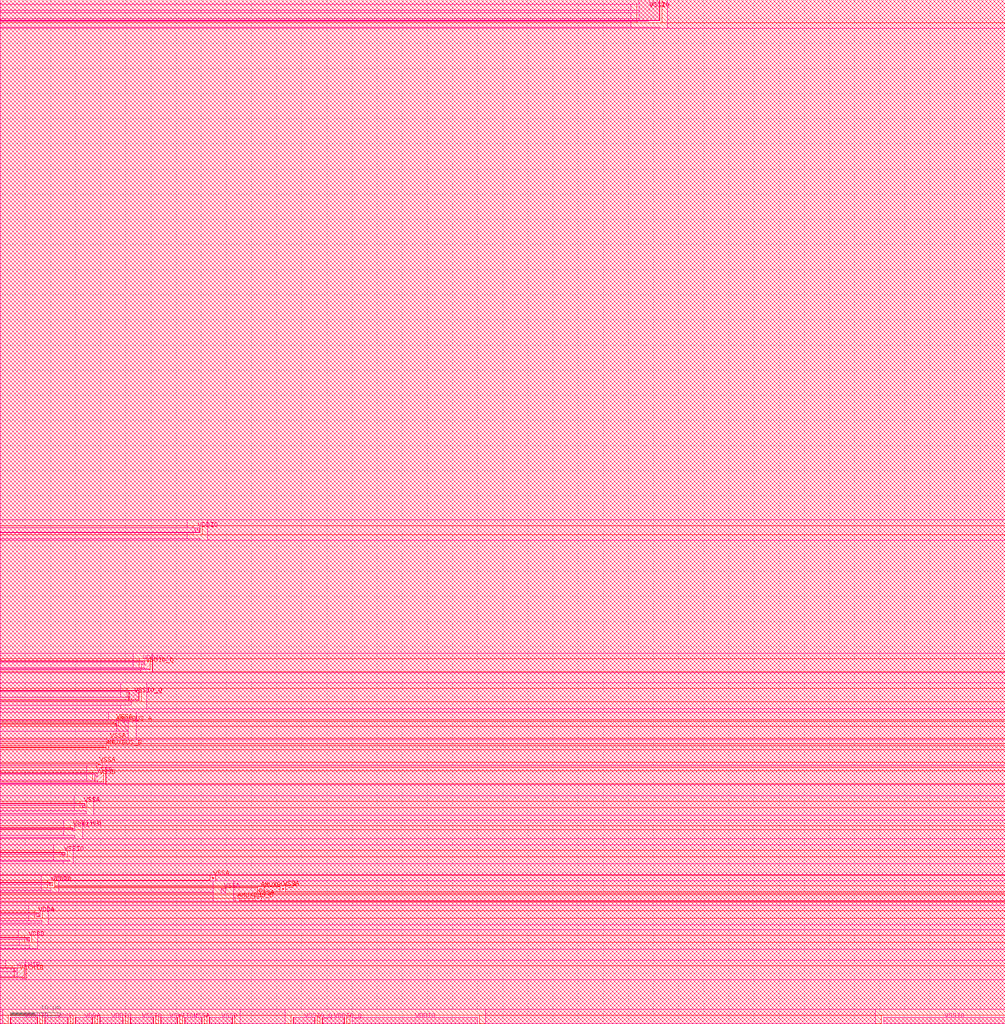
<source format=lef>
VERSION 5.7 ;
  NOWIREEXTENSIONATPIN ON ;
  DIVIDERCHAR "/" ;
  BUSBITCHARS "[]" ;
MACRO sky130_fd_io__corner_bus_overlay
  CLASS PAD ;
  FOREIGN sky130_fd_io__corner_bus_overlay ;
  ORIGIN 0.000 0.000 ;
  SIZE 200.000 BY 203.665 ;
  SYMMETRY X Y R90 ;
  PIN VSSA
    DIRECTION INOUT ;
    USE SIGNAL ;
    PORT
      LAYER met5 ;
        RECT 23.155 58.135 25.420 60.400 ;
    END
    PORT
      LAYER met5 ;
        RECT 16.285 43.085 16.950 43.750 ;
    END
    PORT
      LAYER met5 ;
        RECT 36.840 0.000 40.085 1.270 ;
    END
    PORT
      LAYER met5 ;
        RECT 43.950 25.960 44.875 26.885 ;
    END
    PORT
      LAYER met4 ;
        RECT 19.575 51.400 19.905 51.730 ;
    END
    PORT
      LAYER met4 ;
        RECT 16.340 43.340 16.850 43.850 ;
    END
    PORT
      LAYER met4 ;
        RECT 21.550 56.060 21.980 56.490 ;
    END
    PORT
      LAYER met4 ;
        RECT 23.035 60.040 23.065 60.070 ;
    END
    PORT
      LAYER met4 ;
        RECT 56.105 26.700 56.405 27.000 ;
    END
    PORT
      LAYER met4 ;
        RECT 51.120 24.825 51.545 25.250 ;
    END
    PORT
      LAYER met4 ;
        RECT 36.735 0.000 40.185 1.270 ;
    END
    PORT
      LAYER met4 ;
        RECT 42.200 28.815 42.490 29.105 ;
    END
  END VSSA
  PIN VSSIO
    DIRECTION INOUT ;
    USE SIGNAL ;
    PORT
      LAYER met5 ;
        RECT 127.115 199.620 131.160 203.665 ;
    END
    PORT
      LAYER met5 ;
        RECT 12.270 33.385 12.935 34.050 ;
    END
    PORT
      LAYER met5 ;
        RECT 25.935 0.000 30.385 1.270 ;
    END
    PORT
      LAYER met5 ;
        RECT 175.785 0.000 200.000 1.270 ;
    END
    PORT
      LAYER met4 ;
        RECT 12.360 33.570 12.940 34.150 ;
    END
    PORT
      LAYER met4 ;
        RECT 127.115 199.500 131.280 203.665 ;
    END
    PORT
      LAYER met4 ;
        RECT 175.785 0.000 200.000 1.270 ;
    END
    PORT
      LAYER met4 ;
        RECT 25.835 0.000 30.485 1.270 ;
    END
  END VSSIO
  PIN VSWITCH
    DIRECTION INOUT ;
    USE SIGNAL ;
    PORT
      LAYER met5 ;
        RECT 14.270 38.350 14.820 38.900 ;
    END
    PORT
      LAYER met5 ;
        RECT 31.985 0.000 35.235 1.270 ;
    END
    PORT
      LAYER met4 ;
        RECT 14.370 38.960 14.410 39.000 ;
    END
    PORT
      LAYER met4 ;
        RECT 31.885 0.000 35.335 1.270 ;
    END
  END VSWITCH
  PIN VSSD
    DIRECTION INOUT ;
    USE SIGNAL ;
    PORT
      LAYER met5 ;
        RECT 18.770 49.135 19.435 49.800 ;
    END
    PORT
      LAYER met5 ;
        RECT 41.685 0.000 46.135 1.270 ;
    END
    PORT
      LAYER met4 ;
        RECT 18.820 48.110 20.610 49.900 ;
    END
    PORT
      LAYER met4 ;
        RECT 41.585 0.000 46.235 1.270 ;
    END
  END VSSD
  PIN VSSIO_Q
    DIRECTION INOUT ;
    USE SIGNAL ;
    PORT
      LAYER met5 ;
        RECT 25.590 64.275 27.565 66.250 ;
    END
    PORT
      LAYER met5 ;
        RECT 58.335 0.000 62.585 1.270 ;
    END
    PORT
      LAYER met4 ;
        RECT 25.665 64.410 27.605 66.350 ;
    END
    PORT
      LAYER met4 ;
        RECT 58.235 0.000 62.685 1.270 ;
    END
  END VSSIO_Q
  PIN VDDIO_Q
    DIRECTION INOUT ;
    USE SIGNAL ;
    PORT
      LAYER met5 ;
        RECT 28.030 71.435 28.695 72.100 ;
    END
    PORT
      LAYER met5 ;
        RECT 64.185 0.000 68.435 1.270 ;
    END
    PORT
      LAYER met4 ;
        RECT 28.060 70.460 29.800 72.200 ;
    END
    PORT
      LAYER met4 ;
        RECT 64.085 0.000 68.535 1.270 ;
    END
  END VDDIO_Q
  PIN VDDIO
    DIRECTION INOUT ;
    USE SIGNAL ;
    PORT
      LAYER met5 ;
        RECT 38.835 97.800 39.685 98.650 ;
    END
    PORT
      LAYER met5 ;
        RECT 9.760 27.755 10.005 28.000 ;
    END
    PORT
      LAYER met5 ;
        RECT 19.885 0.000 24.335 1.270 ;
    END
    PORT
      LAYER met5 ;
        RECT 70.035 0.000 94.985 1.270 ;
    END
    PORT
      LAYER met4 ;
        RECT 9.805 27.470 10.435 28.100 ;
    END
    PORT
      LAYER met4 ;
        RECT 38.820 97.680 39.805 98.665 ;
    END
    PORT
      LAYER met4 ;
        RECT 70.040 0.000 95.000 1.270 ;
    END
    PORT
      LAYER met4 ;
        RECT 19.785 0.000 24.435 1.270 ;
    END
  END VDDIO
  PIN VDDA
    DIRECTION INOUT ;
    USE SIGNAL ;
    PORT
      LAYER met5 ;
        RECT 7.245 21.280 7.915 21.950 ;
    END
    PORT
      LAYER met5 ;
        RECT 15.035 0.000 18.285 1.255 ;
    END
    PORT
      LAYER met4 ;
        RECT 7.290 21.420 7.920 22.050 ;
    END
    PORT
      LAYER met4 ;
        RECT 14.935 0.000 18.385 1.255 ;
    END
  END VDDA
  PIN VCCHIB
    DIRECTION INOUT ;
    USE SIGNAL ;
    PORT
      LAYER met5 ;
        RECT 2.710 10.380 3.380 11.050 ;
    END
    PORT
      LAYER met5 ;
        RECT 2.135 0.000 7.385 1.270 ;
    END
    PORT
      LAYER met4 ;
        RECT 2.755 9.170 4.735 11.150 ;
    END
    PORT
      LAYER met4 ;
        RECT 2.035 0.000 7.485 1.270 ;
    END
  END VCCHIB
  PIN VCCD
    DIRECTION INOUT ;
    USE SIGNAL ;
    PORT
      LAYER met5 ;
        RECT 5.225 16.435 5.890 17.100 ;
    END
    PORT
      LAYER met5 ;
        RECT 8.985 0.000 13.435 1.270 ;
    END
    PORT
      LAYER met4 ;
        RECT 5.250 16.605 5.845 17.200 ;
    END
    PORT
      LAYER met4 ;
        RECT 8.885 0.000 13.535 1.270 ;
    END
  END VCCD
  PIN AMUXBUS_A
    DIRECTION INOUT ;
    USE SIGNAL ;
    PORT
      LAYER met4 ;
        RECT 22.910 59.600 23.080 59.770 ;
    END
    PORT
      LAYER met4 ;
        RECT 51.645 26.395 52.075 26.825 ;
    END
  END AMUXBUS_A
  PIN AMUXBUS_B
    DIRECTION INOUT ;
    USE SIGNAL ;
    PORT
      LAYER met4 ;
        RECT 20.935 54.885 21.060 55.010 ;
    END
    PORT
      LAYER met4 ;
        RECT 47.120 24.565 47.165 24.610 ;
    END
  END AMUXBUS_B
  OBS
      LAYER met4 ;
        RECT 0.000 202.795 127.115 203.665 ;
        RECT 0.000 201.615 126.715 202.795 ;
        RECT 0.000 201.105 127.115 201.615 ;
        RECT 0.000 199.925 126.715 201.105 ;
        RECT 0.000 199.500 127.115 199.925 ;
        RECT 0.000 199.415 128.960 199.500 ;
        RECT 0.000 199.100 126.715 199.415 ;
        RECT 131.680 199.100 200.000 203.665 ;
        RECT 0.000 99.065 200.000 199.100 ;
        RECT 0.000 98.665 38.420 99.065 ;
        RECT 0.000 97.680 38.820 98.665 ;
        RECT 0.000 97.280 38.420 97.680 ;
        RECT 40.205 97.280 200.000 99.065 ;
        RECT 0.000 72.600 200.000 97.280 ;
        RECT 0.000 72.200 27.660 72.600 ;
        RECT 0.000 71.950 28.060 72.200 ;
        RECT 0.000 70.770 27.660 71.950 ;
        RECT 0.000 70.460 28.060 70.770 ;
        RECT 0.000 70.060 27.905 70.460 ;
        RECT 30.200 70.060 200.000 72.600 ;
        RECT 0.000 66.750 200.000 70.060 ;
        RECT 0.000 66.350 25.265 66.750 ;
        RECT 0.000 66.075 25.665 66.350 ;
        RECT 0.000 64.895 25.265 66.075 ;
        RECT 0.000 64.410 25.665 64.895 ;
        RECT 0.000 64.210 27.605 64.410 ;
        RECT 0.000 64.010 26.100 64.210 ;
        RECT 28.005 64.010 200.000 66.750 ;
        RECT 0.000 60.470 200.000 64.010 ;
        RECT 0.000 60.400 22.635 60.470 ;
        RECT 0.000 60.070 23.175 60.400 ;
        RECT 23.465 60.170 200.000 60.470 ;
        RECT 0.000 59.770 22.510 60.070 ;
        RECT 0.000 59.600 22.910 59.770 ;
        RECT 0.000 59.200 23.080 59.600 ;
        RECT 23.480 59.200 200.000 60.170 ;
        RECT 0.000 56.790 200.000 59.200 ;
        RECT 0.000 56.490 21.150 56.790 ;
        RECT 0.000 56.060 21.550 56.490 ;
        RECT 0.000 55.740 21.980 56.060 ;
        RECT 0.000 55.660 22.300 55.740 ;
        RECT 22.380 55.660 200.000 56.790 ;
        RECT 0.000 55.310 200.000 55.660 ;
        RECT 0.000 55.010 20.535 55.310 ;
        RECT 0.000 54.885 20.935 55.010 ;
        RECT 0.000 54.530 21.060 54.885 ;
        RECT 0.000 54.485 21.415 54.530 ;
        RECT 21.460 54.485 200.000 55.310 ;
        RECT 0.000 52.030 200.000 54.485 ;
        RECT 0.000 51.730 19.175 52.030 ;
        RECT 0.000 51.400 19.575 51.730 ;
        RECT 0.000 51.000 19.175 51.400 ;
        RECT 20.305 51.000 200.000 52.030 ;
        RECT 0.000 50.300 200.000 51.000 ;
        RECT 0.000 49.900 18.420 50.300 ;
        RECT 0.000 49.600 18.820 49.900 ;
        RECT 0.000 48.420 18.420 49.600 ;
        RECT 0.000 48.110 18.820 48.420 ;
        RECT 0.000 47.710 20.610 48.110 ;
        RECT 21.010 47.710 200.000 50.300 ;
        RECT 0.000 44.250 200.000 47.710 ;
        RECT 0.000 43.850 15.940 44.250 ;
        RECT 0.000 43.510 16.340 43.850 ;
        RECT 0.000 42.940 15.940 43.510 ;
        RECT 17.250 42.940 200.000 44.250 ;
        RECT 0.000 39.400 200.000 42.940 ;
        RECT 0.000 39.000 13.970 39.400 ;
        RECT 0.000 38.960 14.370 39.000 ;
        RECT 0.000 38.690 14.410 38.960 ;
        RECT 0.000 38.560 13.970 38.690 ;
        RECT 14.810 38.560 200.000 39.400 ;
        RECT 0.000 34.550 200.000 38.560 ;
        RECT 0.000 34.150 11.960 34.550 ;
        RECT 0.000 33.745 12.360 34.150 ;
        RECT 0.000 33.170 11.960 33.745 ;
        RECT 13.340 33.170 200.000 34.550 ;
        RECT 0.000 29.505 200.000 33.170 ;
        RECT 0.000 28.500 41.800 29.505 ;
        RECT 0.000 28.100 9.405 28.500 ;
        RECT 10.835 28.415 41.800 28.500 ;
        RECT 42.890 28.415 200.000 29.505 ;
        RECT 0.000 27.710 9.805 28.100 ;
        RECT 0.000 27.070 9.405 27.710 ;
        RECT 10.835 27.400 200.000 28.415 ;
        RECT 10.835 27.225 55.705 27.400 ;
        RECT 10.835 27.070 51.245 27.225 ;
        RECT 0.000 25.995 51.245 27.070 ;
        RECT 52.475 26.300 55.705 27.225 ;
        RECT 56.805 26.300 200.000 27.400 ;
        RECT 52.475 25.995 200.000 26.300 ;
        RECT 0.000 25.650 200.000 25.995 ;
        RECT 0.000 25.010 50.720 25.650 ;
        RECT 0.000 24.165 46.720 25.010 ;
        RECT 47.565 24.425 50.720 25.010 ;
        RECT 51.945 24.425 200.000 25.650 ;
        RECT 47.565 24.165 200.000 24.425 ;
        RECT 0.000 22.450 200.000 24.165 ;
        RECT 0.000 22.050 6.890 22.450 ;
        RECT 0.000 21.665 7.290 22.050 ;
        RECT 0.000 21.020 6.890 21.665 ;
        RECT 8.320 21.020 200.000 22.450 ;
        RECT 0.000 17.600 200.000 21.020 ;
        RECT 0.000 17.200 4.850 17.600 ;
        RECT 0.000 16.810 5.250 17.200 ;
        RECT 0.000 16.205 4.850 16.810 ;
        RECT 6.245 16.205 200.000 17.600 ;
        RECT 0.000 11.550 200.000 16.205 ;
        RECT 0.000 11.150 2.355 11.550 ;
        RECT 0.000 9.170 2.755 11.150 ;
        RECT 0.000 8.770 4.735 9.170 ;
        RECT 5.135 8.770 200.000 11.550 ;
        RECT 0.000 1.670 200.000 8.770 ;
        RECT 0.000 0.000 1.635 1.670 ;
        RECT 7.885 0.000 8.485 1.670 ;
        RECT 13.935 1.655 19.385 1.670 ;
        RECT 13.935 0.000 14.535 1.655 ;
        RECT 18.785 0.000 19.385 1.655 ;
        RECT 24.835 0.000 25.435 1.670 ;
        RECT 30.885 0.000 31.485 1.670 ;
        RECT 35.735 0.000 36.335 1.670 ;
        RECT 40.585 0.000 41.185 1.670 ;
        RECT 46.635 0.000 57.835 1.670 ;
        RECT 63.085 0.000 63.685 1.670 ;
        RECT 68.935 0.000 69.640 1.670 ;
        RECT 95.400 0.000 175.385 1.670 ;
      LAYER met5 ;
        RECT 0.000 202.795 127.115 203.665 ;
        RECT 0.000 201.615 125.515 202.795 ;
        RECT 0.000 201.105 127.115 201.615 ;
        RECT 0.000 199.925 125.515 201.105 ;
        RECT 0.000 199.620 127.115 199.925 ;
        RECT 0.000 199.500 131.160 199.620 ;
        RECT 0.000 199.415 128.960 199.500 ;
        RECT 0.000 198.235 125.515 199.415 ;
        RECT 0.000 198.020 131.160 198.235 ;
        RECT 132.760 198.020 200.000 203.665 ;
        RECT 0.000 100.250 200.000 198.020 ;
        RECT 0.000 98.650 37.235 100.250 ;
        RECT 0.000 97.800 38.835 98.650 ;
        RECT 0.000 97.680 39.685 97.800 ;
        RECT 0.000 96.500 37.235 97.680 ;
        RECT 0.000 96.200 39.685 96.500 ;
        RECT 41.285 96.200 200.000 100.250 ;
        RECT 0.000 73.700 200.000 96.200 ;
        RECT 0.000 72.100 26.430 73.700 ;
        RECT 0.000 71.950 28.030 72.100 ;
        RECT 0.000 70.770 26.430 71.950 ;
        RECT 0.000 70.580 28.695 70.770 ;
        RECT 0.000 70.460 29.550 70.580 ;
        RECT 0.000 69.835 27.905 70.460 ;
        RECT 30.295 69.835 200.000 73.700 ;
        RECT 0.000 67.850 200.000 69.835 ;
        RECT 0.000 66.250 23.990 67.850 ;
        RECT 0.000 66.075 25.590 66.250 ;
        RECT 0.000 64.895 23.990 66.075 ;
        RECT 0.000 64.275 25.590 64.895 ;
        RECT 0.000 64.210 27.565 64.275 ;
        RECT 0.000 63.385 26.100 64.210 ;
        RECT 0.000 62.675 23.990 63.385 ;
        RECT 29.165 62.675 200.000 67.850 ;
        RECT 0.000 62.000 200.000 62.675 ;
        RECT 0.000 60.400 21.555 62.000 ;
        RECT 0.000 58.135 23.155 60.400 ;
        RECT 0.000 56.535 25.420 58.135 ;
        RECT 27.020 56.535 200.000 62.000 ;
        RECT 0.000 51.400 200.000 56.535 ;
        RECT 0.000 49.800 17.170 51.400 ;
        RECT 0.000 49.600 18.770 49.800 ;
        RECT 0.000 48.420 17.170 49.600 ;
        RECT 0.000 47.825 19.435 48.420 ;
        RECT 0.000 47.705 20.745 47.825 ;
        RECT 0.000 47.535 19.100 47.705 ;
        RECT 21.035 47.535 200.000 51.400 ;
        RECT 0.000 45.350 200.000 47.535 ;
        RECT 0.000 43.750 14.685 45.350 ;
        RECT 0.000 43.510 16.285 43.750 ;
        RECT 0.000 42.330 14.685 43.510 ;
        RECT 0.000 41.810 17.085 42.330 ;
        RECT 0.000 41.485 14.685 41.810 ;
        RECT 18.550 41.485 200.000 45.350 ;
        RECT 0.000 40.500 200.000 41.485 ;
        RECT 0.000 38.900 12.670 40.500 ;
        RECT 0.000 38.690 14.270 38.900 ;
        RECT 0.000 37.510 12.670 38.690 ;
        RECT 0.000 37.000 14.820 37.510 ;
        RECT 0.000 36.750 12.670 37.000 ;
        RECT 16.420 36.750 200.000 40.500 ;
        RECT 0.000 35.650 200.000 36.750 ;
        RECT 0.000 34.050 10.670 35.650 ;
        RECT 0.000 33.745 12.270 34.050 ;
        RECT 0.000 32.565 10.670 33.745 ;
        RECT 0.000 32.475 12.935 32.565 ;
        RECT 0.000 32.355 13.845 32.475 ;
        RECT 0.000 31.785 12.530 32.355 ;
        RECT 14.535 31.785 200.000 35.650 ;
        RECT 0.000 29.600 200.000 31.785 ;
        RECT 0.000 28.000 8.160 29.600 ;
        RECT 11.605 28.485 200.000 29.600 ;
        RECT 0.000 27.755 9.760 28.000 ;
        RECT 0.000 27.710 10.005 27.755 ;
        RECT 0.000 26.530 8.160 27.710 ;
        RECT 0.000 26.155 10.005 26.530 ;
        RECT 11.605 26.155 42.350 28.485 ;
        RECT 0.000 24.360 42.350 26.155 ;
        RECT 46.475 24.360 200.000 28.485 ;
        RECT 0.000 23.550 200.000 24.360 ;
        RECT 0.000 21.950 5.645 23.550 ;
        RECT 0.000 21.665 7.245 21.950 ;
        RECT 0.000 20.485 5.645 21.665 ;
        RECT 0.000 20.025 8.225 20.485 ;
        RECT 0.000 19.680 5.645 20.025 ;
        RECT 9.515 19.680 200.000 23.550 ;
        RECT 0.000 18.700 200.000 19.680 ;
        RECT 0.000 17.100 3.625 18.700 ;
        RECT 0.000 16.810 5.225 17.100 ;
        RECT 0.000 15.630 3.785 16.810 ;
        RECT 0.000 14.960 5.890 15.630 ;
        RECT 0.000 14.840 7.365 14.960 ;
        RECT 0.000 14.835 5.755 14.840 ;
        RECT 7.490 14.835 200.000 18.700 ;
        RECT 0.000 12.650 200.000 14.835 ;
        RECT 0.000 11.050 1.110 12.650 ;
        RECT 0.000 10.380 2.710 11.050 ;
        RECT 0.000 9.315 3.380 10.380 ;
        RECT 0.000 8.780 4.445 9.315 ;
        RECT 4.980 8.780 200.000 12.650 ;
        RECT 0.000 2.870 200.000 8.780 ;
        RECT 0.000 0.000 0.535 2.870 ;
        RECT 15.035 2.855 18.285 2.870 ;
        RECT 47.735 0.000 56.735 2.870 ;
        RECT 96.585 0.000 174.185 2.870 ;
  END
END sky130_fd_io__corner_bus_overlay

#--------EOF---------

MACRO sky130_fd_io__overlay_gpiov2
  CLASS PAD ;
  FOREIGN sky130_fd_io__overlay_gpiov2 ;
  ORIGIN 0.000 0.000 ;
  SIZE 80.000 BY 200.000 ;
  SYMMETRY X Y R90 ;
  PIN PAD
    USE SIGNAL ;
    PORT
      LAYER met5 ;
        RECT 31.870 127.605 53.410 149.150 ;
    END
  END PAD
  PIN VSSIO
    DIRECTION INOUT ;
    USE GROUND ;
    PORT
      LAYER met5 ;
        RECT 0.000 175.785 1.270 200.000 ;
    END
    PORT
      LAYER met5 ;
        RECT 78.730 175.785 80.000 200.000 ;
    END
    PORT
      LAYER met5 ;
        RECT 78.730 25.935 80.000 30.385 ;
    END
    PORT
      LAYER met5 ;
        RECT 0.000 25.935 1.270 30.385 ;
    END
    PORT
      LAYER met4 ;
        RECT 0.000 25.835 1.270 30.485 ;
    END
    PORT
      LAYER met4 ;
        RECT 0.000 175.785 1.270 200.000 ;
    END
    PORT
      LAYER met4 ;
        RECT 78.730 25.835 80.000 30.485 ;
    END
    PORT
      LAYER met4 ;
        RECT 78.730 175.785 80.000 200.000 ;
    END
  END VSSIO
  PIN VDDIO
    DIRECTION INOUT ;
    USE POWER ;
    PORT
      LAYER met5 ;
        RECT 78.730 19.885 80.000 24.335 ;
    END
    PORT
      LAYER met5 ;
        RECT 78.730 70.035 80.000 94.985 ;
    END
    PORT
      LAYER met5 ;
        RECT 0.000 19.885 1.270 24.335 ;
    END
    PORT
      LAYER met5 ;
        RECT 0.000 70.035 1.270 94.985 ;
    END
    PORT
      LAYER met4 ;
        RECT 0.000 70.035 1.270 95.000 ;
    END
    PORT
      LAYER met4 ;
        RECT 0.000 19.785 1.270 24.435 ;
    END
    PORT
      LAYER met4 ;
        RECT 78.730 70.035 80.000 95.000 ;
    END
    PORT
      LAYER met4 ;
        RECT 78.730 19.785 80.000 24.435 ;
    END
  END VDDIO
  PIN VCCHIB
    DIRECTION INOUT ;
    USE POWER ;
    PORT
      LAYER met5 ;
        RECT 78.730 2.135 80.000 7.385 ;
    END
    PORT
      LAYER met5 ;
        RECT 0.000 2.135 1.270 7.385 ;
    END
    PORT
      LAYER met4 ;
        RECT 0.000 2.035 1.270 7.485 ;
    END
    PORT
      LAYER met4 ;
        RECT 78.730 2.035 80.000 7.485 ;
    END
  END VCCHIB
  PIN VDDIO_Q
    DIRECTION INOUT ;
    USE POWER ;
    PORT
      LAYER met5 ;
        RECT 78.730 64.185 80.000 68.435 ;
    END
    PORT
      LAYER met5 ;
        RECT 0.000 64.185 1.270 68.435 ;
    END
    PORT
      LAYER met4 ;
        RECT 0.000 64.085 1.270 68.535 ;
    END
    PORT
      LAYER met4 ;
        RECT 78.730 64.085 80.000 68.535 ;
    END
  END VDDIO_Q
  PIN VCCD
    DIRECTION INOUT ;
    USE POWER ;
    PORT
      LAYER met5 ;
        RECT 78.730 8.985 80.000 13.435 ;
    END
    PORT
      LAYER met5 ;
        RECT 0.000 8.985 1.270 13.435 ;
    END
    PORT
      LAYER met4 ;
        RECT 78.730 8.885 80.000 13.535 ;
    END
    PORT
      LAYER met4 ;
        RECT 0.000 8.885 1.270 13.535 ;
    END
  END VCCD
  PIN VSSA
    DIRECTION INOUT ;
    USE GROUND ;
    PORT
      LAYER met5 ;
        RECT 78.730 36.840 80.000 40.085 ;
    END
    PORT
      LAYER met5 ;
        RECT 78.730 47.735 80.000 56.735 ;
    END
    PORT
      LAYER met5 ;
        RECT 0.000 36.840 1.270 40.085 ;
    END
    PORT
      LAYER met5 ;
        RECT 0.000 47.735 1.270 56.735 ;
    END
    PORT
      LAYER met4 ;
        RECT 0.000 36.735 1.270 40.185 ;
    END
    PORT
      LAYER met4 ;
        RECT 0.000 56.405 80.000 56.735 ;
    END
    PORT
      LAYER met4 ;
        RECT 0.000 51.645 1.270 52.825 ;
    END
    PORT
      LAYER met4 ;
        RECT 0.000 47.735 80.000 48.065 ;
    END
    PORT
      LAYER met4 ;
        RECT 78.730 36.735 80.000 40.185 ;
    END
    PORT
      LAYER met4 ;
        RECT 78.730 51.645 80.000 52.825 ;
    END
  END VSSA
  PIN VSWITCH
    DIRECTION INOUT ;
    USE POWER ;
    PORT
      LAYER met5 ;
        RECT 78.730 31.985 80.000 35.235 ;
    END
    PORT
      LAYER met5 ;
        RECT 0.000 31.985 1.270 35.235 ;
    END
    PORT
      LAYER met4 ;
        RECT 0.000 31.885 1.270 35.335 ;
    END
    PORT
      LAYER met4 ;
        RECT 78.730 31.885 80.000 35.335 ;
    END
  END VSWITCH
  PIN VSSIO_Q
    DIRECTION INOUT ;
    USE GROUND ;
    PORT
      LAYER met5 ;
        RECT 78.730 58.335 80.000 62.585 ;
    END
    PORT
      LAYER met5 ;
        RECT 0.000 58.335 1.270 62.585 ;
    END
    PORT
      LAYER met4 ;
        RECT 0.000 58.235 1.270 62.685 ;
    END
    PORT
      LAYER met4 ;
        RECT 78.730 58.235 80.000 62.685 ;
    END
  END VSSIO_Q
  PIN VSSD
    DIRECTION INOUT ;
    USE GROUND ;
    PORT
      LAYER met5 ;
        RECT 78.730 41.685 80.000 46.135 ;
    END
    PORT
      LAYER met5 ;
        RECT 0.000 41.685 1.270 46.135 ;
    END
    PORT
      LAYER met4 ;
        RECT 0.000 41.585 1.270 46.235 ;
    END
    PORT
      LAYER met4 ;
        RECT 78.730 41.585 80.000 46.235 ;
    END
  END VSSD
  PIN VDDA
    DIRECTION INOUT ;
    USE POWER ;
    PORT
      LAYER met5 ;
        RECT 78.970 15.035 80.000 18.285 ;
    END
    PORT
      LAYER met5 ;
        RECT 0.000 15.035 0.965 18.285 ;
    END
    PORT
      LAYER met4 ;
        RECT 0.000 14.935 0.965 18.385 ;
    END
    PORT
      LAYER met4 ;
        RECT 78.970 14.935 80.000 18.385 ;
    END
  END VDDA
  PIN AMUXBUS_A
    USE SIGNAL ;
    PORT
      LAYER met4 ;
        RECT 78.730 53.125 80.000 56.105 ;
    END
    PORT
      LAYER met4 ;
        RECT 0.000 53.125 1.270 56.105 ;
    END
  END AMUXBUS_A
  PIN AMUXBUS_B
    USE SIGNAL ;
    PORT
      LAYER met4 ;
        RECT 78.730 48.365 80.000 51.345 ;
    END
    PORT
      LAYER met4 ;
        RECT 0.000 48.365 1.270 51.345 ;
    END
  END AMUXBUS_B
  OBS
      LAYER met4 ;
        RECT 1.670 175.385 78.330 200.000 ;
        RECT 0.965 95.400 78.970 175.385 ;
        RECT 1.670 69.635 78.330 95.400 ;
        RECT 0.965 68.935 78.970 69.635 ;
        RECT 1.670 63.685 78.330 68.935 ;
        RECT 0.965 63.085 78.970 63.685 ;
        RECT 1.670 57.835 78.330 63.085 ;
        RECT 0.965 57.135 78.970 57.835 ;
        RECT 1.670 48.465 78.330 56.005 ;
        RECT 0.965 46.635 78.970 47.335 ;
        RECT 1.670 41.185 78.330 46.635 ;
        RECT 0.965 40.585 78.970 41.185 ;
        RECT 1.670 36.335 78.330 40.585 ;
        RECT 0.965 35.735 78.970 36.335 ;
        RECT 1.670 31.485 78.330 35.735 ;
        RECT 0.965 30.885 78.970 31.485 ;
        RECT 1.670 25.435 78.330 30.885 ;
        RECT 0.965 24.835 78.970 25.435 ;
        RECT 1.670 19.385 78.330 24.835 ;
        RECT 0.965 18.785 78.970 19.385 ;
        RECT 1.365 14.535 78.570 18.785 ;
        RECT 0.965 13.935 78.970 14.535 ;
        RECT 1.670 8.485 78.330 13.935 ;
        RECT 0.965 7.885 78.970 8.485 ;
        RECT 1.670 2.035 78.330 7.885 ;
      LAYER met5 ;
        RECT 2.870 174.185 77.130 200.000 ;
        RECT 0.000 150.750 80.000 174.185 ;
        RECT 0.000 126.005 30.270 150.750 ;
        RECT 55.010 126.005 80.000 150.750 ;
        RECT 0.000 96.585 80.000 126.005 ;
        RECT 2.870 36.840 77.130 96.585 ;
        RECT 0.000 36.835 80.000 36.840 ;
        RECT 2.870 18.285 77.130 36.835 ;
        RECT 2.565 15.035 77.370 18.285 ;
        RECT 2.870 2.135 77.130 15.035 ;
  END
END sky130_fd_io__overlay_gpiov2

#--------EOF---------

MACRO sky130_fd_io__overlay_vccd_hvc
  CLASS PAD ;
  FOREIGN sky130_fd_io__overlay_vccd_hvc ;
  ORIGIN 0.000 0.000 ;
  SIZE 75.000 BY 200.000 ;
  SYMMETRY X Y R90 ;
  PIN VDDIO
    DIRECTION INOUT ;
    USE POWER ;
    PORT
      LAYER met5 ;
        RECT 73.730 19.885 75.000 24.335 ;
    END
    PORT
      LAYER met5 ;
        RECT 73.730 70.035 75.000 94.985 ;
    END
    PORT
      LAYER met5 ;
        RECT 0.000 19.885 1.270 24.335 ;
    END
    PORT
      LAYER met5 ;
        RECT 0.000 70.035 1.270 94.985 ;
    END
    PORT
      LAYER met4 ;
        RECT 73.730 19.785 75.000 24.435 ;
    END
    PORT
      LAYER met4 ;
        RECT 0.000 70.035 1.270 95.000 ;
    END
    PORT
      LAYER met4 ;
        RECT 73.730 70.035 75.000 95.000 ;
    END
    PORT
      LAYER met4 ;
        RECT 0.000 19.785 1.270 24.435 ;
    END
  END VDDIO
  PIN VCCHIB
    DIRECTION INOUT ;
    USE POWER ;
    PORT
      LAYER met5 ;
        RECT 73.730 2.135 75.000 7.385 ;
    END
    PORT
      LAYER met5 ;
        RECT 0.000 2.135 1.270 7.385 ;
    END
    PORT
      LAYER met4 ;
        RECT 73.730 2.035 75.000 7.485 ;
    END
    PORT
      LAYER met4 ;
        RECT 0.000 2.035 1.270 7.485 ;
    END
  END VCCHIB
  PIN VSSA
    DIRECTION INOUT ;
    USE GROUND ;
    PORT
      LAYER met5 ;
        RECT 0.000 47.735 1.270 56.735 ;
    END
    PORT
      LAYER met5 ;
        RECT 73.730 36.840 75.000 40.085 ;
    END
    PORT
      LAYER met5 ;
        RECT 73.730 47.735 75.000 56.735 ;
    END
    PORT
      LAYER met5 ;
        RECT 0.000 36.840 1.270 40.085 ;
    END
    PORT
      LAYER met4 ;
        RECT 73.730 51.645 75.000 52.825 ;
    END
    PORT
      LAYER met4 ;
        RECT 0.000 47.735 75.000 48.065 ;
    END
    PORT
      LAYER met4 ;
        RECT 0.000 36.735 1.270 40.185 ;
    END
    PORT
      LAYER met4 ;
        RECT 0.000 51.645 1.270 52.825 ;
    END
    PORT
      LAYER met4 ;
        RECT 0.000 56.405 75.000 56.735 ;
    END
    PORT
      LAYER met4 ;
        RECT 73.730 36.735 75.000 40.185 ;
    END
  END VSSA
  PIN VDDIO_Q
    DIRECTION INOUT ;
    USE POWER ;
    PORT
      LAYER met5 ;
        RECT 73.730 64.185 75.000 68.435 ;
    END
    PORT
      LAYER met5 ;
        RECT 0.000 64.185 1.270 68.435 ;
    END
    PORT
      LAYER met4 ;
        RECT 73.730 64.085 75.000 68.535 ;
    END
    PORT
      LAYER met4 ;
        RECT 0.000 64.085 1.270 68.535 ;
    END
  END VDDIO_Q
  PIN VCCD
    DIRECTION INOUT ;
    USE POWER ;
    PORT
      LAYER met5 ;
        RECT 73.730 8.985 75.000 13.435 ;
    END
    PORT
      LAYER met5 ;
        RECT 0.000 8.985 1.270 13.435 ;
    END
    PORT
      LAYER met4 ;
        RECT 73.730 8.885 75.000 13.535 ;
    END
    PORT
      LAYER met4 ;
        RECT 0.000 8.885 1.270 13.535 ;
    END
    PORT
      LAYER met3 ;
        RECT 50.390 8.890 74.290 13.530 ;
    END
    PORT
      LAYER met3 ;
        RECT 74.000 13.260 74.200 13.460 ;
    END
    PORT
      LAYER met3 ;
        RECT 74.000 12.830 74.200 13.030 ;
    END
    PORT
      LAYER met3 ;
        RECT 74.000 12.400 74.200 12.600 ;
    END
    PORT
      LAYER met3 ;
        RECT 74.000 11.970 74.200 12.170 ;
    END
    PORT
      LAYER met3 ;
        RECT 74.000 11.540 74.200 11.740 ;
    END
    PORT
      LAYER met3 ;
        RECT 74.000 11.110 74.200 11.310 ;
    END
    PORT
      LAYER met3 ;
        RECT 74.000 10.680 74.200 10.880 ;
    END
    PORT
      LAYER met3 ;
        RECT 74.000 10.250 74.200 10.450 ;
    END
    PORT
      LAYER met3 ;
        RECT 74.000 9.820 74.200 10.020 ;
    END
    PORT
      LAYER met3 ;
        RECT 74.000 9.390 74.200 9.590 ;
    END
    PORT
      LAYER met3 ;
        RECT 74.000 8.960 74.200 9.160 ;
    END
    PORT
      LAYER met3 ;
        RECT 73.595 13.260 73.795 13.460 ;
    END
    PORT
      LAYER met3 ;
        RECT 73.595 12.830 73.795 13.030 ;
    END
    PORT
      LAYER met3 ;
        RECT 73.595 12.400 73.795 12.600 ;
    END
    PORT
      LAYER met3 ;
        RECT 73.595 11.970 73.795 12.170 ;
    END
    PORT
      LAYER met3 ;
        RECT 73.595 11.540 73.795 11.740 ;
    END
    PORT
      LAYER met3 ;
        RECT 73.595 11.110 73.795 11.310 ;
    END
    PORT
      LAYER met3 ;
        RECT 73.595 10.680 73.795 10.880 ;
    END
    PORT
      LAYER met3 ;
        RECT 73.595 10.250 73.795 10.450 ;
    END
    PORT
      LAYER met3 ;
        RECT 73.595 9.820 73.795 10.020 ;
    END
    PORT
      LAYER met3 ;
        RECT 73.595 9.390 73.795 9.590 ;
    END
    PORT
      LAYER met3 ;
        RECT 73.595 8.960 73.795 9.160 ;
    END
    PORT
      LAYER met3 ;
        RECT 73.190 13.260 73.390 13.460 ;
    END
    PORT
      LAYER met3 ;
        RECT 73.190 12.830 73.390 13.030 ;
    END
    PORT
      LAYER met3 ;
        RECT 73.190 12.400 73.390 12.600 ;
    END
    PORT
      LAYER met3 ;
        RECT 73.190 11.970 73.390 12.170 ;
    END
    PORT
      LAYER met3 ;
        RECT 73.190 11.540 73.390 11.740 ;
    END
    PORT
      LAYER met3 ;
        RECT 73.190 11.110 73.390 11.310 ;
    END
    PORT
      LAYER met3 ;
        RECT 73.190 10.680 73.390 10.880 ;
    END
    PORT
      LAYER met3 ;
        RECT 73.190 10.250 73.390 10.450 ;
    END
    PORT
      LAYER met3 ;
        RECT 73.190 9.820 73.390 10.020 ;
    END
    PORT
      LAYER met3 ;
        RECT 73.190 9.390 73.390 9.590 ;
    END
    PORT
      LAYER met3 ;
        RECT 73.190 8.960 73.390 9.160 ;
    END
    PORT
      LAYER met3 ;
        RECT 72.785 13.260 72.985 13.460 ;
    END
    PORT
      LAYER met3 ;
        RECT 72.785 12.830 72.985 13.030 ;
    END
    PORT
      LAYER met3 ;
        RECT 72.785 12.400 72.985 12.600 ;
    END
    PORT
      LAYER met3 ;
        RECT 72.785 11.970 72.985 12.170 ;
    END
    PORT
      LAYER met3 ;
        RECT 72.785 11.540 72.985 11.740 ;
    END
    PORT
      LAYER met3 ;
        RECT 72.785 11.110 72.985 11.310 ;
    END
    PORT
      LAYER met3 ;
        RECT 72.785 10.680 72.985 10.880 ;
    END
    PORT
      LAYER met3 ;
        RECT 72.785 10.250 72.985 10.450 ;
    END
    PORT
      LAYER met3 ;
        RECT 72.785 9.820 72.985 10.020 ;
    END
    PORT
      LAYER met3 ;
        RECT 72.785 9.390 72.985 9.590 ;
    END
    PORT
      LAYER met3 ;
        RECT 72.785 8.960 72.985 9.160 ;
    END
    PORT
      LAYER met3 ;
        RECT 72.380 13.260 72.580 13.460 ;
    END
    PORT
      LAYER met3 ;
        RECT 72.380 12.830 72.580 13.030 ;
    END
    PORT
      LAYER met3 ;
        RECT 72.380 12.400 72.580 12.600 ;
    END
    PORT
      LAYER met3 ;
        RECT 72.380 11.970 72.580 12.170 ;
    END
    PORT
      LAYER met3 ;
        RECT 72.380 11.540 72.580 11.740 ;
    END
    PORT
      LAYER met3 ;
        RECT 72.380 11.110 72.580 11.310 ;
    END
    PORT
      LAYER met3 ;
        RECT 72.380 10.680 72.580 10.880 ;
    END
    PORT
      LAYER met3 ;
        RECT 72.380 10.250 72.580 10.450 ;
    END
    PORT
      LAYER met3 ;
        RECT 72.380 9.820 72.580 10.020 ;
    END
    PORT
      LAYER met3 ;
        RECT 72.380 9.390 72.580 9.590 ;
    END
    PORT
      LAYER met3 ;
        RECT 72.380 8.960 72.580 9.160 ;
    END
    PORT
      LAYER met3 ;
        RECT 71.975 13.260 72.175 13.460 ;
    END
    PORT
      LAYER met3 ;
        RECT 71.975 12.830 72.175 13.030 ;
    END
    PORT
      LAYER met3 ;
        RECT 71.975 12.400 72.175 12.600 ;
    END
    PORT
      LAYER met3 ;
        RECT 71.975 11.970 72.175 12.170 ;
    END
    PORT
      LAYER met3 ;
        RECT 71.975 11.540 72.175 11.740 ;
    END
    PORT
      LAYER met3 ;
        RECT 71.975 11.110 72.175 11.310 ;
    END
    PORT
      LAYER met3 ;
        RECT 71.975 10.680 72.175 10.880 ;
    END
    PORT
      LAYER met3 ;
        RECT 71.975 10.250 72.175 10.450 ;
    END
    PORT
      LAYER met3 ;
        RECT 71.975 9.820 72.175 10.020 ;
    END
    PORT
      LAYER met3 ;
        RECT 71.975 9.390 72.175 9.590 ;
    END
    PORT
      LAYER met3 ;
        RECT 71.975 8.960 72.175 9.160 ;
    END
    PORT
      LAYER met3 ;
        RECT 71.570 13.260 71.770 13.460 ;
    END
    PORT
      LAYER met3 ;
        RECT 71.570 12.830 71.770 13.030 ;
    END
    PORT
      LAYER met3 ;
        RECT 71.570 12.400 71.770 12.600 ;
    END
    PORT
      LAYER met3 ;
        RECT 71.570 11.970 71.770 12.170 ;
    END
    PORT
      LAYER met3 ;
        RECT 71.570 11.540 71.770 11.740 ;
    END
    PORT
      LAYER met3 ;
        RECT 71.570 11.110 71.770 11.310 ;
    END
    PORT
      LAYER met3 ;
        RECT 71.570 10.680 71.770 10.880 ;
    END
    PORT
      LAYER met3 ;
        RECT 71.570 10.250 71.770 10.450 ;
    END
    PORT
      LAYER met3 ;
        RECT 71.570 9.820 71.770 10.020 ;
    END
    PORT
      LAYER met3 ;
        RECT 71.570 9.390 71.770 9.590 ;
    END
    PORT
      LAYER met3 ;
        RECT 71.570 8.960 71.770 9.160 ;
    END
    PORT
      LAYER met3 ;
        RECT 71.165 13.260 71.365 13.460 ;
    END
    PORT
      LAYER met3 ;
        RECT 71.165 12.830 71.365 13.030 ;
    END
    PORT
      LAYER met3 ;
        RECT 71.165 12.400 71.365 12.600 ;
    END
    PORT
      LAYER met3 ;
        RECT 71.165 11.970 71.365 12.170 ;
    END
    PORT
      LAYER met3 ;
        RECT 71.165 11.540 71.365 11.740 ;
    END
    PORT
      LAYER met3 ;
        RECT 71.165 11.110 71.365 11.310 ;
    END
    PORT
      LAYER met3 ;
        RECT 71.165 10.680 71.365 10.880 ;
    END
    PORT
      LAYER met3 ;
        RECT 71.165 10.250 71.365 10.450 ;
    END
    PORT
      LAYER met3 ;
        RECT 71.165 9.820 71.365 10.020 ;
    END
    PORT
      LAYER met3 ;
        RECT 71.165 9.390 71.365 9.590 ;
    END
    PORT
      LAYER met3 ;
        RECT 71.165 8.960 71.365 9.160 ;
    END
    PORT
      LAYER met3 ;
        RECT 70.760 13.260 70.960 13.460 ;
    END
    PORT
      LAYER met3 ;
        RECT 70.760 12.830 70.960 13.030 ;
    END
    PORT
      LAYER met3 ;
        RECT 70.760 12.400 70.960 12.600 ;
    END
    PORT
      LAYER met3 ;
        RECT 70.760 11.970 70.960 12.170 ;
    END
    PORT
      LAYER met3 ;
        RECT 70.760 11.540 70.960 11.740 ;
    END
    PORT
      LAYER met3 ;
        RECT 70.760 11.110 70.960 11.310 ;
    END
    PORT
      LAYER met3 ;
        RECT 70.760 10.680 70.960 10.880 ;
    END
    PORT
      LAYER met3 ;
        RECT 70.760 10.250 70.960 10.450 ;
    END
    PORT
      LAYER met3 ;
        RECT 70.760 9.820 70.960 10.020 ;
    END
    PORT
      LAYER met3 ;
        RECT 70.760 9.390 70.960 9.590 ;
    END
    PORT
      LAYER met3 ;
        RECT 70.760 8.960 70.960 9.160 ;
    END
    PORT
      LAYER met3 ;
        RECT 70.355 13.260 70.555 13.460 ;
    END
    PORT
      LAYER met3 ;
        RECT 70.355 12.830 70.555 13.030 ;
    END
    PORT
      LAYER met3 ;
        RECT 70.355 12.400 70.555 12.600 ;
    END
    PORT
      LAYER met3 ;
        RECT 70.355 11.970 70.555 12.170 ;
    END
    PORT
      LAYER met3 ;
        RECT 70.355 11.540 70.555 11.740 ;
    END
    PORT
      LAYER met3 ;
        RECT 70.355 11.110 70.555 11.310 ;
    END
    PORT
      LAYER met3 ;
        RECT 70.355 10.680 70.555 10.880 ;
    END
    PORT
      LAYER met3 ;
        RECT 70.355 10.250 70.555 10.450 ;
    END
    PORT
      LAYER met3 ;
        RECT 70.355 9.820 70.555 10.020 ;
    END
    PORT
      LAYER met3 ;
        RECT 70.355 9.390 70.555 9.590 ;
    END
    PORT
      LAYER met3 ;
        RECT 70.355 8.960 70.555 9.160 ;
    END
    PORT
      LAYER met3 ;
        RECT 69.950 13.260 70.150 13.460 ;
    END
    PORT
      LAYER met3 ;
        RECT 69.950 12.830 70.150 13.030 ;
    END
    PORT
      LAYER met3 ;
        RECT 69.950 12.400 70.150 12.600 ;
    END
    PORT
      LAYER met3 ;
        RECT 69.950 11.970 70.150 12.170 ;
    END
    PORT
      LAYER met3 ;
        RECT 69.950 11.540 70.150 11.740 ;
    END
    PORT
      LAYER met3 ;
        RECT 69.950 11.110 70.150 11.310 ;
    END
    PORT
      LAYER met3 ;
        RECT 69.950 10.680 70.150 10.880 ;
    END
    PORT
      LAYER met3 ;
        RECT 69.950 10.250 70.150 10.450 ;
    END
    PORT
      LAYER met3 ;
        RECT 69.950 9.820 70.150 10.020 ;
    END
    PORT
      LAYER met3 ;
        RECT 69.950 9.390 70.150 9.590 ;
    END
    PORT
      LAYER met3 ;
        RECT 69.950 8.960 70.150 9.160 ;
    END
    PORT
      LAYER met3 ;
        RECT 69.545 13.260 69.745 13.460 ;
    END
    PORT
      LAYER met3 ;
        RECT 69.545 12.830 69.745 13.030 ;
    END
    PORT
      LAYER met3 ;
        RECT 69.545 12.400 69.745 12.600 ;
    END
    PORT
      LAYER met3 ;
        RECT 69.545 11.970 69.745 12.170 ;
    END
    PORT
      LAYER met3 ;
        RECT 69.545 11.540 69.745 11.740 ;
    END
    PORT
      LAYER met3 ;
        RECT 69.545 11.110 69.745 11.310 ;
    END
    PORT
      LAYER met3 ;
        RECT 69.545 10.680 69.745 10.880 ;
    END
    PORT
      LAYER met3 ;
        RECT 69.545 10.250 69.745 10.450 ;
    END
    PORT
      LAYER met3 ;
        RECT 69.545 9.820 69.745 10.020 ;
    END
    PORT
      LAYER met3 ;
        RECT 69.545 9.390 69.745 9.590 ;
    END
    PORT
      LAYER met3 ;
        RECT 69.545 8.960 69.745 9.160 ;
    END
    PORT
      LAYER met3 ;
        RECT 69.140 13.260 69.340 13.460 ;
    END
    PORT
      LAYER met3 ;
        RECT 69.140 12.830 69.340 13.030 ;
    END
    PORT
      LAYER met3 ;
        RECT 69.140 12.400 69.340 12.600 ;
    END
    PORT
      LAYER met3 ;
        RECT 69.140 11.970 69.340 12.170 ;
    END
    PORT
      LAYER met3 ;
        RECT 69.140 11.540 69.340 11.740 ;
    END
    PORT
      LAYER met3 ;
        RECT 69.140 11.110 69.340 11.310 ;
    END
    PORT
      LAYER met3 ;
        RECT 69.140 10.680 69.340 10.880 ;
    END
    PORT
      LAYER met3 ;
        RECT 69.140 10.250 69.340 10.450 ;
    END
    PORT
      LAYER met3 ;
        RECT 69.140 9.820 69.340 10.020 ;
    END
    PORT
      LAYER met3 ;
        RECT 69.140 9.390 69.340 9.590 ;
    END
    PORT
      LAYER met3 ;
        RECT 69.140 8.960 69.340 9.160 ;
    END
    PORT
      LAYER met3 ;
        RECT 68.735 13.260 68.935 13.460 ;
    END
    PORT
      LAYER met3 ;
        RECT 68.735 12.830 68.935 13.030 ;
    END
    PORT
      LAYER met3 ;
        RECT 68.735 12.400 68.935 12.600 ;
    END
    PORT
      LAYER met3 ;
        RECT 68.735 11.970 68.935 12.170 ;
    END
    PORT
      LAYER met3 ;
        RECT 68.735 11.540 68.935 11.740 ;
    END
    PORT
      LAYER met3 ;
        RECT 68.735 11.110 68.935 11.310 ;
    END
    PORT
      LAYER met3 ;
        RECT 68.735 10.680 68.935 10.880 ;
    END
    PORT
      LAYER met3 ;
        RECT 68.735 10.250 68.935 10.450 ;
    END
    PORT
      LAYER met3 ;
        RECT 68.735 9.820 68.935 10.020 ;
    END
    PORT
      LAYER met3 ;
        RECT 68.735 9.390 68.935 9.590 ;
    END
    PORT
      LAYER met3 ;
        RECT 68.735 8.960 68.935 9.160 ;
    END
    PORT
      LAYER met3 ;
        RECT 68.330 13.260 68.530 13.460 ;
    END
    PORT
      LAYER met3 ;
        RECT 68.330 12.830 68.530 13.030 ;
    END
    PORT
      LAYER met3 ;
        RECT 68.330 12.400 68.530 12.600 ;
    END
    PORT
      LAYER met3 ;
        RECT 68.330 11.970 68.530 12.170 ;
    END
    PORT
      LAYER met3 ;
        RECT 68.330 11.540 68.530 11.740 ;
    END
    PORT
      LAYER met3 ;
        RECT 68.330 11.110 68.530 11.310 ;
    END
    PORT
      LAYER met3 ;
        RECT 68.330 10.680 68.530 10.880 ;
    END
    PORT
      LAYER met3 ;
        RECT 68.330 10.250 68.530 10.450 ;
    END
    PORT
      LAYER met3 ;
        RECT 68.330 9.820 68.530 10.020 ;
    END
    PORT
      LAYER met3 ;
        RECT 68.330 9.390 68.530 9.590 ;
    END
    PORT
      LAYER met3 ;
        RECT 68.330 8.960 68.530 9.160 ;
    END
    PORT
      LAYER met3 ;
        RECT 67.925 13.260 68.125 13.460 ;
    END
    PORT
      LAYER met3 ;
        RECT 67.925 12.830 68.125 13.030 ;
    END
    PORT
      LAYER met3 ;
        RECT 67.925 12.400 68.125 12.600 ;
    END
    PORT
      LAYER met3 ;
        RECT 67.925 11.970 68.125 12.170 ;
    END
    PORT
      LAYER met3 ;
        RECT 67.925 11.540 68.125 11.740 ;
    END
    PORT
      LAYER met3 ;
        RECT 67.925 11.110 68.125 11.310 ;
    END
    PORT
      LAYER met3 ;
        RECT 67.925 10.680 68.125 10.880 ;
    END
    PORT
      LAYER met3 ;
        RECT 67.925 10.250 68.125 10.450 ;
    END
    PORT
      LAYER met3 ;
        RECT 67.925 9.820 68.125 10.020 ;
    END
    PORT
      LAYER met3 ;
        RECT 67.925 9.390 68.125 9.590 ;
    END
    PORT
      LAYER met3 ;
        RECT 67.925 8.960 68.125 9.160 ;
    END
    PORT
      LAYER met3 ;
        RECT 67.520 13.260 67.720 13.460 ;
    END
    PORT
      LAYER met3 ;
        RECT 67.520 12.830 67.720 13.030 ;
    END
    PORT
      LAYER met3 ;
        RECT 67.520 12.400 67.720 12.600 ;
    END
    PORT
      LAYER met3 ;
        RECT 67.520 11.970 67.720 12.170 ;
    END
    PORT
      LAYER met3 ;
        RECT 67.520 11.540 67.720 11.740 ;
    END
    PORT
      LAYER met3 ;
        RECT 67.520 11.110 67.720 11.310 ;
    END
    PORT
      LAYER met3 ;
        RECT 67.520 10.680 67.720 10.880 ;
    END
    PORT
      LAYER met3 ;
        RECT 67.520 10.250 67.720 10.450 ;
    END
    PORT
      LAYER met3 ;
        RECT 67.520 9.820 67.720 10.020 ;
    END
    PORT
      LAYER met3 ;
        RECT 67.520 9.390 67.720 9.590 ;
    END
    PORT
      LAYER met3 ;
        RECT 67.520 8.960 67.720 9.160 ;
    END
    PORT
      LAYER met3 ;
        RECT 67.115 13.260 67.315 13.460 ;
    END
    PORT
      LAYER met3 ;
        RECT 67.115 12.830 67.315 13.030 ;
    END
    PORT
      LAYER met3 ;
        RECT 67.115 12.400 67.315 12.600 ;
    END
    PORT
      LAYER met3 ;
        RECT 67.115 11.970 67.315 12.170 ;
    END
    PORT
      LAYER met3 ;
        RECT 67.115 11.540 67.315 11.740 ;
    END
    PORT
      LAYER met3 ;
        RECT 67.115 11.110 67.315 11.310 ;
    END
    PORT
      LAYER met3 ;
        RECT 67.115 10.680 67.315 10.880 ;
    END
    PORT
      LAYER met3 ;
        RECT 67.115 10.250 67.315 10.450 ;
    END
    PORT
      LAYER met3 ;
        RECT 67.115 9.820 67.315 10.020 ;
    END
    PORT
      LAYER met3 ;
        RECT 67.115 9.390 67.315 9.590 ;
    END
    PORT
      LAYER met3 ;
        RECT 67.115 8.960 67.315 9.160 ;
    END
    PORT
      LAYER met3 ;
        RECT 66.710 13.260 66.910 13.460 ;
    END
    PORT
      LAYER met3 ;
        RECT 66.710 12.830 66.910 13.030 ;
    END
    PORT
      LAYER met3 ;
        RECT 66.710 12.400 66.910 12.600 ;
    END
    PORT
      LAYER met3 ;
        RECT 66.710 11.970 66.910 12.170 ;
    END
    PORT
      LAYER met3 ;
        RECT 66.710 11.540 66.910 11.740 ;
    END
    PORT
      LAYER met3 ;
        RECT 66.710 11.110 66.910 11.310 ;
    END
    PORT
      LAYER met3 ;
        RECT 66.710 10.680 66.910 10.880 ;
    END
    PORT
      LAYER met3 ;
        RECT 66.710 10.250 66.910 10.450 ;
    END
    PORT
      LAYER met3 ;
        RECT 66.710 9.820 66.910 10.020 ;
    END
    PORT
      LAYER met3 ;
        RECT 66.710 9.390 66.910 9.590 ;
    END
    PORT
      LAYER met3 ;
        RECT 66.710 8.960 66.910 9.160 ;
    END
    PORT
      LAYER met3 ;
        RECT 66.305 13.260 66.505 13.460 ;
    END
    PORT
      LAYER met3 ;
        RECT 66.305 12.830 66.505 13.030 ;
    END
    PORT
      LAYER met3 ;
        RECT 66.305 12.400 66.505 12.600 ;
    END
    PORT
      LAYER met3 ;
        RECT 66.305 11.970 66.505 12.170 ;
    END
    PORT
      LAYER met3 ;
        RECT 66.305 11.540 66.505 11.740 ;
    END
    PORT
      LAYER met3 ;
        RECT 66.305 11.110 66.505 11.310 ;
    END
    PORT
      LAYER met3 ;
        RECT 66.305 10.680 66.505 10.880 ;
    END
    PORT
      LAYER met3 ;
        RECT 66.305 10.250 66.505 10.450 ;
    END
    PORT
      LAYER met3 ;
        RECT 66.305 9.820 66.505 10.020 ;
    END
    PORT
      LAYER met3 ;
        RECT 66.305 9.390 66.505 9.590 ;
    END
    PORT
      LAYER met3 ;
        RECT 66.305 8.960 66.505 9.160 ;
    END
    PORT
      LAYER met3 ;
        RECT 65.900 13.260 66.100 13.460 ;
    END
    PORT
      LAYER met3 ;
        RECT 65.900 12.830 66.100 13.030 ;
    END
    PORT
      LAYER met3 ;
        RECT 65.900 12.400 66.100 12.600 ;
    END
    PORT
      LAYER met3 ;
        RECT 65.900 11.970 66.100 12.170 ;
    END
    PORT
      LAYER met3 ;
        RECT 65.900 11.540 66.100 11.740 ;
    END
    PORT
      LAYER met3 ;
        RECT 65.900 11.110 66.100 11.310 ;
    END
    PORT
      LAYER met3 ;
        RECT 65.900 10.680 66.100 10.880 ;
    END
    PORT
      LAYER met3 ;
        RECT 65.900 10.250 66.100 10.450 ;
    END
    PORT
      LAYER met3 ;
        RECT 65.900 9.820 66.100 10.020 ;
    END
    PORT
      LAYER met3 ;
        RECT 65.900 9.390 66.100 9.590 ;
    END
    PORT
      LAYER met3 ;
        RECT 65.900 8.960 66.100 9.160 ;
    END
    PORT
      LAYER met3 ;
        RECT 65.495 13.260 65.695 13.460 ;
    END
    PORT
      LAYER met3 ;
        RECT 65.495 12.830 65.695 13.030 ;
    END
    PORT
      LAYER met3 ;
        RECT 65.495 12.400 65.695 12.600 ;
    END
    PORT
      LAYER met3 ;
        RECT 65.495 11.970 65.695 12.170 ;
    END
    PORT
      LAYER met3 ;
        RECT 65.495 11.540 65.695 11.740 ;
    END
    PORT
      LAYER met3 ;
        RECT 65.495 11.110 65.695 11.310 ;
    END
    PORT
      LAYER met3 ;
        RECT 65.495 10.680 65.695 10.880 ;
    END
    PORT
      LAYER met3 ;
        RECT 65.495 10.250 65.695 10.450 ;
    END
    PORT
      LAYER met3 ;
        RECT 65.495 9.820 65.695 10.020 ;
    END
    PORT
      LAYER met3 ;
        RECT 65.495 9.390 65.695 9.590 ;
    END
    PORT
      LAYER met3 ;
        RECT 65.495 8.960 65.695 9.160 ;
    END
    PORT
      LAYER met3 ;
        RECT 65.090 13.260 65.290 13.460 ;
    END
    PORT
      LAYER met3 ;
        RECT 65.090 12.830 65.290 13.030 ;
    END
    PORT
      LAYER met3 ;
        RECT 65.090 12.400 65.290 12.600 ;
    END
    PORT
      LAYER met3 ;
        RECT 65.090 11.970 65.290 12.170 ;
    END
    PORT
      LAYER met3 ;
        RECT 65.090 11.540 65.290 11.740 ;
    END
    PORT
      LAYER met3 ;
        RECT 65.090 11.110 65.290 11.310 ;
    END
    PORT
      LAYER met3 ;
        RECT 65.090 10.680 65.290 10.880 ;
    END
    PORT
      LAYER met3 ;
        RECT 65.090 10.250 65.290 10.450 ;
    END
    PORT
      LAYER met3 ;
        RECT 65.090 9.820 65.290 10.020 ;
    END
    PORT
      LAYER met3 ;
        RECT 65.090 9.390 65.290 9.590 ;
    END
    PORT
      LAYER met3 ;
        RECT 65.090 8.960 65.290 9.160 ;
    END
    PORT
      LAYER met3 ;
        RECT 64.685 13.260 64.885 13.460 ;
    END
    PORT
      LAYER met3 ;
        RECT 64.685 12.830 64.885 13.030 ;
    END
    PORT
      LAYER met3 ;
        RECT 64.685 12.400 64.885 12.600 ;
    END
    PORT
      LAYER met3 ;
        RECT 64.685 11.970 64.885 12.170 ;
    END
    PORT
      LAYER met3 ;
        RECT 64.685 11.540 64.885 11.740 ;
    END
    PORT
      LAYER met3 ;
        RECT 64.685 11.110 64.885 11.310 ;
    END
    PORT
      LAYER met3 ;
        RECT 64.685 10.680 64.885 10.880 ;
    END
    PORT
      LAYER met3 ;
        RECT 64.685 10.250 64.885 10.450 ;
    END
    PORT
      LAYER met3 ;
        RECT 64.685 9.820 64.885 10.020 ;
    END
    PORT
      LAYER met3 ;
        RECT 64.685 9.390 64.885 9.590 ;
    END
    PORT
      LAYER met3 ;
        RECT 64.685 8.960 64.885 9.160 ;
    END
    PORT
      LAYER met3 ;
        RECT 64.280 13.260 64.480 13.460 ;
    END
    PORT
      LAYER met3 ;
        RECT 64.280 12.830 64.480 13.030 ;
    END
    PORT
      LAYER met3 ;
        RECT 64.280 12.400 64.480 12.600 ;
    END
    PORT
      LAYER met3 ;
        RECT 64.280 11.970 64.480 12.170 ;
    END
    PORT
      LAYER met3 ;
        RECT 64.280 11.540 64.480 11.740 ;
    END
    PORT
      LAYER met3 ;
        RECT 64.280 11.110 64.480 11.310 ;
    END
    PORT
      LAYER met3 ;
        RECT 64.280 10.680 64.480 10.880 ;
    END
    PORT
      LAYER met3 ;
        RECT 64.280 10.250 64.480 10.450 ;
    END
    PORT
      LAYER met3 ;
        RECT 64.280 9.820 64.480 10.020 ;
    END
    PORT
      LAYER met3 ;
        RECT 64.280 9.390 64.480 9.590 ;
    END
    PORT
      LAYER met3 ;
        RECT 64.280 8.960 64.480 9.160 ;
    END
    PORT
      LAYER met3 ;
        RECT 63.875 13.260 64.075 13.460 ;
    END
    PORT
      LAYER met3 ;
        RECT 63.875 12.830 64.075 13.030 ;
    END
    PORT
      LAYER met3 ;
        RECT 63.875 12.400 64.075 12.600 ;
    END
    PORT
      LAYER met3 ;
        RECT 63.875 11.970 64.075 12.170 ;
    END
    PORT
      LAYER met3 ;
        RECT 63.875 11.540 64.075 11.740 ;
    END
    PORT
      LAYER met3 ;
        RECT 63.875 11.110 64.075 11.310 ;
    END
    PORT
      LAYER met3 ;
        RECT 63.875 10.680 64.075 10.880 ;
    END
    PORT
      LAYER met3 ;
        RECT 63.875 10.250 64.075 10.450 ;
    END
    PORT
      LAYER met3 ;
        RECT 63.875 9.820 64.075 10.020 ;
    END
    PORT
      LAYER met3 ;
        RECT 63.875 9.390 64.075 9.590 ;
    END
    PORT
      LAYER met3 ;
        RECT 63.875 8.960 64.075 9.160 ;
    END
    PORT
      LAYER met3 ;
        RECT 63.470 13.260 63.670 13.460 ;
    END
    PORT
      LAYER met3 ;
        RECT 63.470 12.830 63.670 13.030 ;
    END
    PORT
      LAYER met3 ;
        RECT 63.470 12.400 63.670 12.600 ;
    END
    PORT
      LAYER met3 ;
        RECT 63.470 11.970 63.670 12.170 ;
    END
    PORT
      LAYER met3 ;
        RECT 63.470 11.540 63.670 11.740 ;
    END
    PORT
      LAYER met3 ;
        RECT 63.470 11.110 63.670 11.310 ;
    END
    PORT
      LAYER met3 ;
        RECT 63.470 10.680 63.670 10.880 ;
    END
    PORT
      LAYER met3 ;
        RECT 63.470 10.250 63.670 10.450 ;
    END
    PORT
      LAYER met3 ;
        RECT 63.470 9.820 63.670 10.020 ;
    END
    PORT
      LAYER met3 ;
        RECT 63.470 9.390 63.670 9.590 ;
    END
    PORT
      LAYER met3 ;
        RECT 63.470 8.960 63.670 9.160 ;
    END
    PORT
      LAYER met3 ;
        RECT 63.065 13.260 63.265 13.460 ;
    END
    PORT
      LAYER met3 ;
        RECT 63.065 12.830 63.265 13.030 ;
    END
    PORT
      LAYER met3 ;
        RECT 63.065 12.400 63.265 12.600 ;
    END
    PORT
      LAYER met3 ;
        RECT 63.065 11.970 63.265 12.170 ;
    END
    PORT
      LAYER met3 ;
        RECT 63.065 11.540 63.265 11.740 ;
    END
    PORT
      LAYER met3 ;
        RECT 63.065 11.110 63.265 11.310 ;
    END
    PORT
      LAYER met3 ;
        RECT 63.065 10.680 63.265 10.880 ;
    END
    PORT
      LAYER met3 ;
        RECT 63.065 10.250 63.265 10.450 ;
    END
    PORT
      LAYER met3 ;
        RECT 63.065 9.820 63.265 10.020 ;
    END
    PORT
      LAYER met3 ;
        RECT 63.065 9.390 63.265 9.590 ;
    END
    PORT
      LAYER met3 ;
        RECT 63.065 8.960 63.265 9.160 ;
    END
    PORT
      LAYER met3 ;
        RECT 62.660 13.260 62.860 13.460 ;
    END
    PORT
      LAYER met3 ;
        RECT 62.660 12.830 62.860 13.030 ;
    END
    PORT
      LAYER met3 ;
        RECT 62.660 12.400 62.860 12.600 ;
    END
    PORT
      LAYER met3 ;
        RECT 62.660 11.970 62.860 12.170 ;
    END
    PORT
      LAYER met3 ;
        RECT 62.660 11.540 62.860 11.740 ;
    END
    PORT
      LAYER met3 ;
        RECT 62.660 11.110 62.860 11.310 ;
    END
    PORT
      LAYER met3 ;
        RECT 62.660 10.680 62.860 10.880 ;
    END
    PORT
      LAYER met3 ;
        RECT 62.660 10.250 62.860 10.450 ;
    END
    PORT
      LAYER met3 ;
        RECT 62.660 9.820 62.860 10.020 ;
    END
    PORT
      LAYER met3 ;
        RECT 62.660 9.390 62.860 9.590 ;
    END
    PORT
      LAYER met3 ;
        RECT 62.660 8.960 62.860 9.160 ;
    END
    PORT
      LAYER met3 ;
        RECT 62.255 13.260 62.455 13.460 ;
    END
    PORT
      LAYER met3 ;
        RECT 62.255 12.830 62.455 13.030 ;
    END
    PORT
      LAYER met3 ;
        RECT 62.255 12.400 62.455 12.600 ;
    END
    PORT
      LAYER met3 ;
        RECT 62.255 11.970 62.455 12.170 ;
    END
    PORT
      LAYER met3 ;
        RECT 62.255 11.540 62.455 11.740 ;
    END
    PORT
      LAYER met3 ;
        RECT 62.255 11.110 62.455 11.310 ;
    END
    PORT
      LAYER met3 ;
        RECT 62.255 10.680 62.455 10.880 ;
    END
    PORT
      LAYER met3 ;
        RECT 62.255 10.250 62.455 10.450 ;
    END
    PORT
      LAYER met3 ;
        RECT 62.255 9.820 62.455 10.020 ;
    END
    PORT
      LAYER met3 ;
        RECT 62.255 9.390 62.455 9.590 ;
    END
    PORT
      LAYER met3 ;
        RECT 62.255 8.960 62.455 9.160 ;
    END
    PORT
      LAYER met3 ;
        RECT 61.850 13.260 62.050 13.460 ;
    END
    PORT
      LAYER met3 ;
        RECT 61.850 12.830 62.050 13.030 ;
    END
    PORT
      LAYER met3 ;
        RECT 61.850 12.400 62.050 12.600 ;
    END
    PORT
      LAYER met3 ;
        RECT 61.850 11.970 62.050 12.170 ;
    END
    PORT
      LAYER met3 ;
        RECT 61.850 11.540 62.050 11.740 ;
    END
    PORT
      LAYER met3 ;
        RECT 61.850 11.110 62.050 11.310 ;
    END
    PORT
      LAYER met3 ;
        RECT 61.850 10.680 62.050 10.880 ;
    END
    PORT
      LAYER met3 ;
        RECT 61.850 10.250 62.050 10.450 ;
    END
    PORT
      LAYER met3 ;
        RECT 61.850 9.820 62.050 10.020 ;
    END
    PORT
      LAYER met3 ;
        RECT 61.850 9.390 62.050 9.590 ;
    END
    PORT
      LAYER met3 ;
        RECT 61.850 8.960 62.050 9.160 ;
    END
    PORT
      LAYER met3 ;
        RECT 61.445 13.260 61.645 13.460 ;
    END
    PORT
      LAYER met3 ;
        RECT 61.445 12.830 61.645 13.030 ;
    END
    PORT
      LAYER met3 ;
        RECT 61.445 12.400 61.645 12.600 ;
    END
    PORT
      LAYER met3 ;
        RECT 61.445 11.970 61.645 12.170 ;
    END
    PORT
      LAYER met3 ;
        RECT 61.445 11.540 61.645 11.740 ;
    END
    PORT
      LAYER met3 ;
        RECT 61.445 11.110 61.645 11.310 ;
    END
    PORT
      LAYER met3 ;
        RECT 61.445 10.680 61.645 10.880 ;
    END
    PORT
      LAYER met3 ;
        RECT 61.445 10.250 61.645 10.450 ;
    END
    PORT
      LAYER met3 ;
        RECT 61.445 9.820 61.645 10.020 ;
    END
    PORT
      LAYER met3 ;
        RECT 61.445 9.390 61.645 9.590 ;
    END
    PORT
      LAYER met3 ;
        RECT 61.445 8.960 61.645 9.160 ;
    END
    PORT
      LAYER met3 ;
        RECT 61.040 13.260 61.240 13.460 ;
    END
    PORT
      LAYER met3 ;
        RECT 61.040 12.830 61.240 13.030 ;
    END
    PORT
      LAYER met3 ;
        RECT 61.040 12.400 61.240 12.600 ;
    END
    PORT
      LAYER met3 ;
        RECT 61.040 11.970 61.240 12.170 ;
    END
    PORT
      LAYER met3 ;
        RECT 61.040 11.540 61.240 11.740 ;
    END
    PORT
      LAYER met3 ;
        RECT 61.040 11.110 61.240 11.310 ;
    END
    PORT
      LAYER met3 ;
        RECT 61.040 10.680 61.240 10.880 ;
    END
    PORT
      LAYER met3 ;
        RECT 61.040 10.250 61.240 10.450 ;
    END
    PORT
      LAYER met3 ;
        RECT 61.040 9.820 61.240 10.020 ;
    END
    PORT
      LAYER met3 ;
        RECT 61.040 9.390 61.240 9.590 ;
    END
    PORT
      LAYER met3 ;
        RECT 61.040 8.960 61.240 9.160 ;
    END
    PORT
      LAYER met3 ;
        RECT 60.635 13.260 60.835 13.460 ;
    END
    PORT
      LAYER met3 ;
        RECT 60.635 12.830 60.835 13.030 ;
    END
    PORT
      LAYER met3 ;
        RECT 60.635 12.400 60.835 12.600 ;
    END
    PORT
      LAYER met3 ;
        RECT 60.635 11.970 60.835 12.170 ;
    END
    PORT
      LAYER met3 ;
        RECT 60.635 11.540 60.835 11.740 ;
    END
    PORT
      LAYER met3 ;
        RECT 60.635 11.110 60.835 11.310 ;
    END
    PORT
      LAYER met3 ;
        RECT 60.635 10.680 60.835 10.880 ;
    END
    PORT
      LAYER met3 ;
        RECT 60.635 10.250 60.835 10.450 ;
    END
    PORT
      LAYER met3 ;
        RECT 60.635 9.820 60.835 10.020 ;
    END
    PORT
      LAYER met3 ;
        RECT 60.635 9.390 60.835 9.590 ;
    END
    PORT
      LAYER met3 ;
        RECT 60.635 8.960 60.835 9.160 ;
    END
    PORT
      LAYER met3 ;
        RECT 60.230 13.260 60.430 13.460 ;
    END
    PORT
      LAYER met3 ;
        RECT 60.230 12.830 60.430 13.030 ;
    END
    PORT
      LAYER met3 ;
        RECT 60.230 12.400 60.430 12.600 ;
    END
    PORT
      LAYER met3 ;
        RECT 60.230 11.970 60.430 12.170 ;
    END
    PORT
      LAYER met3 ;
        RECT 60.230 11.540 60.430 11.740 ;
    END
    PORT
      LAYER met3 ;
        RECT 60.230 11.110 60.430 11.310 ;
    END
    PORT
      LAYER met3 ;
        RECT 60.230 10.680 60.430 10.880 ;
    END
    PORT
      LAYER met3 ;
        RECT 60.230 10.250 60.430 10.450 ;
    END
    PORT
      LAYER met3 ;
        RECT 60.230 9.820 60.430 10.020 ;
    END
    PORT
      LAYER met3 ;
        RECT 60.230 9.390 60.430 9.590 ;
    END
    PORT
      LAYER met3 ;
        RECT 60.230 8.960 60.430 9.160 ;
    END
    PORT
      LAYER met3 ;
        RECT 59.825 13.260 60.025 13.460 ;
    END
    PORT
      LAYER met3 ;
        RECT 59.825 12.830 60.025 13.030 ;
    END
    PORT
      LAYER met3 ;
        RECT 59.825 12.400 60.025 12.600 ;
    END
    PORT
      LAYER met3 ;
        RECT 59.825 11.970 60.025 12.170 ;
    END
    PORT
      LAYER met3 ;
        RECT 59.825 11.540 60.025 11.740 ;
    END
    PORT
      LAYER met3 ;
        RECT 59.825 11.110 60.025 11.310 ;
    END
    PORT
      LAYER met3 ;
        RECT 59.825 10.680 60.025 10.880 ;
    END
    PORT
      LAYER met3 ;
        RECT 59.825 10.250 60.025 10.450 ;
    END
    PORT
      LAYER met3 ;
        RECT 59.825 9.820 60.025 10.020 ;
    END
    PORT
      LAYER met3 ;
        RECT 59.825 9.390 60.025 9.590 ;
    END
    PORT
      LAYER met3 ;
        RECT 59.825 8.960 60.025 9.160 ;
    END
    PORT
      LAYER met3 ;
        RECT 59.420 13.260 59.620 13.460 ;
    END
    PORT
      LAYER met3 ;
        RECT 59.420 12.830 59.620 13.030 ;
    END
    PORT
      LAYER met3 ;
        RECT 59.420 12.400 59.620 12.600 ;
    END
    PORT
      LAYER met3 ;
        RECT 59.420 11.970 59.620 12.170 ;
    END
    PORT
      LAYER met3 ;
        RECT 59.420 11.540 59.620 11.740 ;
    END
    PORT
      LAYER met3 ;
        RECT 59.420 11.110 59.620 11.310 ;
    END
    PORT
      LAYER met3 ;
        RECT 59.420 10.680 59.620 10.880 ;
    END
    PORT
      LAYER met3 ;
        RECT 59.420 10.250 59.620 10.450 ;
    END
    PORT
      LAYER met3 ;
        RECT 59.420 9.820 59.620 10.020 ;
    END
    PORT
      LAYER met3 ;
        RECT 59.420 9.390 59.620 9.590 ;
    END
    PORT
      LAYER met3 ;
        RECT 59.420 8.960 59.620 9.160 ;
    END
    PORT
      LAYER met3 ;
        RECT 59.015 13.260 59.215 13.460 ;
    END
    PORT
      LAYER met3 ;
        RECT 59.015 12.830 59.215 13.030 ;
    END
    PORT
      LAYER met3 ;
        RECT 59.015 12.400 59.215 12.600 ;
    END
    PORT
      LAYER met3 ;
        RECT 59.015 11.970 59.215 12.170 ;
    END
    PORT
      LAYER met3 ;
        RECT 59.015 11.540 59.215 11.740 ;
    END
    PORT
      LAYER met3 ;
        RECT 59.015 11.110 59.215 11.310 ;
    END
    PORT
      LAYER met3 ;
        RECT 59.015 10.680 59.215 10.880 ;
    END
    PORT
      LAYER met3 ;
        RECT 59.015 10.250 59.215 10.450 ;
    END
    PORT
      LAYER met3 ;
        RECT 59.015 9.820 59.215 10.020 ;
    END
    PORT
      LAYER met3 ;
        RECT 59.015 9.390 59.215 9.590 ;
    END
    PORT
      LAYER met3 ;
        RECT 59.015 8.960 59.215 9.160 ;
    END
    PORT
      LAYER met3 ;
        RECT 58.610 13.260 58.810 13.460 ;
    END
    PORT
      LAYER met3 ;
        RECT 58.610 12.830 58.810 13.030 ;
    END
    PORT
      LAYER met3 ;
        RECT 58.610 12.400 58.810 12.600 ;
    END
    PORT
      LAYER met3 ;
        RECT 58.610 11.970 58.810 12.170 ;
    END
    PORT
      LAYER met3 ;
        RECT 58.610 11.540 58.810 11.740 ;
    END
    PORT
      LAYER met3 ;
        RECT 58.610 11.110 58.810 11.310 ;
    END
    PORT
      LAYER met3 ;
        RECT 58.610 10.680 58.810 10.880 ;
    END
    PORT
      LAYER met3 ;
        RECT 58.610 10.250 58.810 10.450 ;
    END
    PORT
      LAYER met3 ;
        RECT 58.610 9.820 58.810 10.020 ;
    END
    PORT
      LAYER met3 ;
        RECT 58.610 9.390 58.810 9.590 ;
    END
    PORT
      LAYER met3 ;
        RECT 58.610 8.960 58.810 9.160 ;
    END
    PORT
      LAYER met3 ;
        RECT 58.205 13.260 58.405 13.460 ;
    END
    PORT
      LAYER met3 ;
        RECT 58.205 12.830 58.405 13.030 ;
    END
    PORT
      LAYER met3 ;
        RECT 58.205 12.400 58.405 12.600 ;
    END
    PORT
      LAYER met3 ;
        RECT 58.205 11.970 58.405 12.170 ;
    END
    PORT
      LAYER met3 ;
        RECT 58.205 11.540 58.405 11.740 ;
    END
    PORT
      LAYER met3 ;
        RECT 58.205 11.110 58.405 11.310 ;
    END
    PORT
      LAYER met3 ;
        RECT 58.205 10.680 58.405 10.880 ;
    END
    PORT
      LAYER met3 ;
        RECT 58.205 10.250 58.405 10.450 ;
    END
    PORT
      LAYER met3 ;
        RECT 58.205 9.820 58.405 10.020 ;
    END
    PORT
      LAYER met3 ;
        RECT 58.205 9.390 58.405 9.590 ;
    END
    PORT
      LAYER met3 ;
        RECT 58.205 8.960 58.405 9.160 ;
    END
    PORT
      LAYER met3 ;
        RECT 57.800 13.260 58.000 13.460 ;
    END
    PORT
      LAYER met3 ;
        RECT 57.800 12.830 58.000 13.030 ;
    END
    PORT
      LAYER met3 ;
        RECT 57.800 12.400 58.000 12.600 ;
    END
    PORT
      LAYER met3 ;
        RECT 57.800 11.970 58.000 12.170 ;
    END
    PORT
      LAYER met3 ;
        RECT 57.800 11.540 58.000 11.740 ;
    END
    PORT
      LAYER met3 ;
        RECT 57.800 11.110 58.000 11.310 ;
    END
    PORT
      LAYER met3 ;
        RECT 57.800 10.680 58.000 10.880 ;
    END
    PORT
      LAYER met3 ;
        RECT 57.800 10.250 58.000 10.450 ;
    END
    PORT
      LAYER met3 ;
        RECT 57.800 9.820 58.000 10.020 ;
    END
    PORT
      LAYER met3 ;
        RECT 57.800 9.390 58.000 9.590 ;
    END
    PORT
      LAYER met3 ;
        RECT 57.800 8.960 58.000 9.160 ;
    END
    PORT
      LAYER met3 ;
        RECT 57.395 13.260 57.595 13.460 ;
    END
    PORT
      LAYER met3 ;
        RECT 57.395 12.830 57.595 13.030 ;
    END
    PORT
      LAYER met3 ;
        RECT 57.395 12.400 57.595 12.600 ;
    END
    PORT
      LAYER met3 ;
        RECT 57.395 11.970 57.595 12.170 ;
    END
    PORT
      LAYER met3 ;
        RECT 57.395 11.540 57.595 11.740 ;
    END
    PORT
      LAYER met3 ;
        RECT 57.395 11.110 57.595 11.310 ;
    END
    PORT
      LAYER met3 ;
        RECT 57.395 10.680 57.595 10.880 ;
    END
    PORT
      LAYER met3 ;
        RECT 57.395 10.250 57.595 10.450 ;
    END
    PORT
      LAYER met3 ;
        RECT 57.395 9.820 57.595 10.020 ;
    END
    PORT
      LAYER met3 ;
        RECT 57.395 9.390 57.595 9.590 ;
    END
    PORT
      LAYER met3 ;
        RECT 57.395 8.960 57.595 9.160 ;
    END
    PORT
      LAYER met3 ;
        RECT 56.990 13.260 57.190 13.460 ;
    END
    PORT
      LAYER met3 ;
        RECT 56.990 12.830 57.190 13.030 ;
    END
    PORT
      LAYER met3 ;
        RECT 56.990 12.400 57.190 12.600 ;
    END
    PORT
      LAYER met3 ;
        RECT 56.990 11.970 57.190 12.170 ;
    END
    PORT
      LAYER met3 ;
        RECT 56.990 11.540 57.190 11.740 ;
    END
    PORT
      LAYER met3 ;
        RECT 56.990 11.110 57.190 11.310 ;
    END
    PORT
      LAYER met3 ;
        RECT 56.990 10.680 57.190 10.880 ;
    END
    PORT
      LAYER met3 ;
        RECT 56.990 10.250 57.190 10.450 ;
    END
    PORT
      LAYER met3 ;
        RECT 56.990 9.820 57.190 10.020 ;
    END
    PORT
      LAYER met3 ;
        RECT 56.990 9.390 57.190 9.590 ;
    END
    PORT
      LAYER met3 ;
        RECT 56.990 8.960 57.190 9.160 ;
    END
    PORT
      LAYER met3 ;
        RECT 56.585 13.260 56.785 13.460 ;
    END
    PORT
      LAYER met3 ;
        RECT 56.585 12.830 56.785 13.030 ;
    END
    PORT
      LAYER met3 ;
        RECT 56.585 12.400 56.785 12.600 ;
    END
    PORT
      LAYER met3 ;
        RECT 56.585 11.970 56.785 12.170 ;
    END
    PORT
      LAYER met3 ;
        RECT 56.585 11.540 56.785 11.740 ;
    END
    PORT
      LAYER met3 ;
        RECT 56.585 11.110 56.785 11.310 ;
    END
    PORT
      LAYER met3 ;
        RECT 56.585 10.680 56.785 10.880 ;
    END
    PORT
      LAYER met3 ;
        RECT 56.585 10.250 56.785 10.450 ;
    END
    PORT
      LAYER met3 ;
        RECT 56.585 9.820 56.785 10.020 ;
    END
    PORT
      LAYER met3 ;
        RECT 56.585 9.390 56.785 9.590 ;
    END
    PORT
      LAYER met3 ;
        RECT 56.585 8.960 56.785 9.160 ;
    END
    PORT
      LAYER met3 ;
        RECT 56.180 13.260 56.380 13.460 ;
    END
    PORT
      LAYER met3 ;
        RECT 56.180 12.830 56.380 13.030 ;
    END
    PORT
      LAYER met3 ;
        RECT 56.180 12.400 56.380 12.600 ;
    END
    PORT
      LAYER met3 ;
        RECT 56.180 11.970 56.380 12.170 ;
    END
    PORT
      LAYER met3 ;
        RECT 56.180 11.540 56.380 11.740 ;
    END
    PORT
      LAYER met3 ;
        RECT 56.180 11.110 56.380 11.310 ;
    END
    PORT
      LAYER met3 ;
        RECT 56.180 10.680 56.380 10.880 ;
    END
    PORT
      LAYER met3 ;
        RECT 56.180 10.250 56.380 10.450 ;
    END
    PORT
      LAYER met3 ;
        RECT 56.180 9.820 56.380 10.020 ;
    END
    PORT
      LAYER met3 ;
        RECT 56.180 9.390 56.380 9.590 ;
    END
    PORT
      LAYER met3 ;
        RECT 56.180 8.960 56.380 9.160 ;
    END
    PORT
      LAYER met3 ;
        RECT 55.775 13.260 55.975 13.460 ;
    END
    PORT
      LAYER met3 ;
        RECT 55.775 12.830 55.975 13.030 ;
    END
    PORT
      LAYER met3 ;
        RECT 55.775 12.400 55.975 12.600 ;
    END
    PORT
      LAYER met3 ;
        RECT 55.775 11.970 55.975 12.170 ;
    END
    PORT
      LAYER met3 ;
        RECT 55.775 11.540 55.975 11.740 ;
    END
    PORT
      LAYER met3 ;
        RECT 55.775 11.110 55.975 11.310 ;
    END
    PORT
      LAYER met3 ;
        RECT 55.775 10.680 55.975 10.880 ;
    END
    PORT
      LAYER met3 ;
        RECT 55.775 10.250 55.975 10.450 ;
    END
    PORT
      LAYER met3 ;
        RECT 55.775 9.820 55.975 10.020 ;
    END
    PORT
      LAYER met3 ;
        RECT 55.775 9.390 55.975 9.590 ;
    END
    PORT
      LAYER met3 ;
        RECT 55.775 8.960 55.975 9.160 ;
    END
    PORT
      LAYER met3 ;
        RECT 55.370 13.260 55.570 13.460 ;
    END
    PORT
      LAYER met3 ;
        RECT 55.370 12.830 55.570 13.030 ;
    END
    PORT
      LAYER met3 ;
        RECT 55.370 12.400 55.570 12.600 ;
    END
    PORT
      LAYER met3 ;
        RECT 55.370 11.970 55.570 12.170 ;
    END
    PORT
      LAYER met3 ;
        RECT 55.370 11.540 55.570 11.740 ;
    END
    PORT
      LAYER met3 ;
        RECT 55.370 11.110 55.570 11.310 ;
    END
    PORT
      LAYER met3 ;
        RECT 55.370 10.680 55.570 10.880 ;
    END
    PORT
      LAYER met3 ;
        RECT 55.370 10.250 55.570 10.450 ;
    END
    PORT
      LAYER met3 ;
        RECT 55.370 9.820 55.570 10.020 ;
    END
    PORT
      LAYER met3 ;
        RECT 55.370 9.390 55.570 9.590 ;
    END
    PORT
      LAYER met3 ;
        RECT 55.370 8.960 55.570 9.160 ;
    END
    PORT
      LAYER met3 ;
        RECT 54.965 13.260 55.165 13.460 ;
    END
    PORT
      LAYER met3 ;
        RECT 54.965 12.830 55.165 13.030 ;
    END
    PORT
      LAYER met3 ;
        RECT 54.965 12.400 55.165 12.600 ;
    END
    PORT
      LAYER met3 ;
        RECT 54.965 11.970 55.165 12.170 ;
    END
    PORT
      LAYER met3 ;
        RECT 54.965 11.540 55.165 11.740 ;
    END
    PORT
      LAYER met3 ;
        RECT 54.965 11.110 55.165 11.310 ;
    END
    PORT
      LAYER met3 ;
        RECT 54.965 10.680 55.165 10.880 ;
    END
    PORT
      LAYER met3 ;
        RECT 54.965 10.250 55.165 10.450 ;
    END
    PORT
      LAYER met3 ;
        RECT 54.965 9.820 55.165 10.020 ;
    END
    PORT
      LAYER met3 ;
        RECT 54.965 9.390 55.165 9.590 ;
    END
    PORT
      LAYER met3 ;
        RECT 54.965 8.960 55.165 9.160 ;
    END
    PORT
      LAYER met3 ;
        RECT 54.560 13.260 54.760 13.460 ;
    END
    PORT
      LAYER met3 ;
        RECT 54.560 12.830 54.760 13.030 ;
    END
    PORT
      LAYER met3 ;
        RECT 54.560 12.400 54.760 12.600 ;
    END
    PORT
      LAYER met3 ;
        RECT 54.560 11.970 54.760 12.170 ;
    END
    PORT
      LAYER met3 ;
        RECT 54.560 11.540 54.760 11.740 ;
    END
    PORT
      LAYER met3 ;
        RECT 54.560 11.110 54.760 11.310 ;
    END
    PORT
      LAYER met3 ;
        RECT 54.560 10.680 54.760 10.880 ;
    END
    PORT
      LAYER met3 ;
        RECT 54.560 10.250 54.760 10.450 ;
    END
    PORT
      LAYER met3 ;
        RECT 54.560 9.820 54.760 10.020 ;
    END
    PORT
      LAYER met3 ;
        RECT 54.560 9.390 54.760 9.590 ;
    END
    PORT
      LAYER met3 ;
        RECT 54.560 8.960 54.760 9.160 ;
    END
    PORT
      LAYER met3 ;
        RECT 54.155 13.260 54.355 13.460 ;
    END
    PORT
      LAYER met3 ;
        RECT 54.155 12.830 54.355 13.030 ;
    END
    PORT
      LAYER met3 ;
        RECT 54.155 12.400 54.355 12.600 ;
    END
    PORT
      LAYER met3 ;
        RECT 54.155 11.970 54.355 12.170 ;
    END
    PORT
      LAYER met3 ;
        RECT 54.155 11.540 54.355 11.740 ;
    END
    PORT
      LAYER met3 ;
        RECT 54.155 11.110 54.355 11.310 ;
    END
    PORT
      LAYER met3 ;
        RECT 54.155 10.680 54.355 10.880 ;
    END
    PORT
      LAYER met3 ;
        RECT 54.155 10.250 54.355 10.450 ;
    END
    PORT
      LAYER met3 ;
        RECT 54.155 9.820 54.355 10.020 ;
    END
    PORT
      LAYER met3 ;
        RECT 54.155 9.390 54.355 9.590 ;
    END
    PORT
      LAYER met3 ;
        RECT 54.155 8.960 54.355 9.160 ;
    END
    PORT
      LAYER met3 ;
        RECT 53.750 13.260 53.950 13.460 ;
    END
    PORT
      LAYER met3 ;
        RECT 53.750 12.830 53.950 13.030 ;
    END
    PORT
      LAYER met3 ;
        RECT 53.750 12.400 53.950 12.600 ;
    END
    PORT
      LAYER met3 ;
        RECT 53.750 11.970 53.950 12.170 ;
    END
    PORT
      LAYER met3 ;
        RECT 53.750 11.540 53.950 11.740 ;
    END
    PORT
      LAYER met3 ;
        RECT 53.750 11.110 53.950 11.310 ;
    END
    PORT
      LAYER met3 ;
        RECT 53.750 10.680 53.950 10.880 ;
    END
    PORT
      LAYER met3 ;
        RECT 53.750 10.250 53.950 10.450 ;
    END
    PORT
      LAYER met3 ;
        RECT 53.750 9.820 53.950 10.020 ;
    END
    PORT
      LAYER met3 ;
        RECT 53.750 9.390 53.950 9.590 ;
    END
    PORT
      LAYER met3 ;
        RECT 53.750 8.960 53.950 9.160 ;
    END
    PORT
      LAYER met3 ;
        RECT 53.345 13.260 53.545 13.460 ;
    END
    PORT
      LAYER met3 ;
        RECT 53.345 12.830 53.545 13.030 ;
    END
    PORT
      LAYER met3 ;
        RECT 53.345 12.400 53.545 12.600 ;
    END
    PORT
      LAYER met3 ;
        RECT 53.345 11.970 53.545 12.170 ;
    END
    PORT
      LAYER met3 ;
        RECT 53.345 11.540 53.545 11.740 ;
    END
    PORT
      LAYER met3 ;
        RECT 53.345 11.110 53.545 11.310 ;
    END
    PORT
      LAYER met3 ;
        RECT 53.345 10.680 53.545 10.880 ;
    END
    PORT
      LAYER met3 ;
        RECT 53.345 10.250 53.545 10.450 ;
    END
    PORT
      LAYER met3 ;
        RECT 53.345 9.820 53.545 10.020 ;
    END
    PORT
      LAYER met3 ;
        RECT 53.345 9.390 53.545 9.590 ;
    END
    PORT
      LAYER met3 ;
        RECT 53.345 8.960 53.545 9.160 ;
    END
    PORT
      LAYER met3 ;
        RECT 52.940 13.260 53.140 13.460 ;
    END
    PORT
      LAYER met3 ;
        RECT 52.940 12.830 53.140 13.030 ;
    END
    PORT
      LAYER met3 ;
        RECT 52.940 12.400 53.140 12.600 ;
    END
    PORT
      LAYER met3 ;
        RECT 52.940 11.970 53.140 12.170 ;
    END
    PORT
      LAYER met3 ;
        RECT 52.940 11.540 53.140 11.740 ;
    END
    PORT
      LAYER met3 ;
        RECT 52.940 11.110 53.140 11.310 ;
    END
    PORT
      LAYER met3 ;
        RECT 52.940 10.680 53.140 10.880 ;
    END
    PORT
      LAYER met3 ;
        RECT 52.940 10.250 53.140 10.450 ;
    END
    PORT
      LAYER met3 ;
        RECT 52.940 9.820 53.140 10.020 ;
    END
    PORT
      LAYER met3 ;
        RECT 52.940 9.390 53.140 9.590 ;
    END
    PORT
      LAYER met3 ;
        RECT 52.940 8.960 53.140 9.160 ;
    END
    PORT
      LAYER met3 ;
        RECT 52.530 13.260 52.730 13.460 ;
    END
    PORT
      LAYER met3 ;
        RECT 52.530 12.830 52.730 13.030 ;
    END
    PORT
      LAYER met3 ;
        RECT 52.530 12.400 52.730 12.600 ;
    END
    PORT
      LAYER met3 ;
        RECT 52.530 11.970 52.730 12.170 ;
    END
    PORT
      LAYER met3 ;
        RECT 52.530 11.540 52.730 11.740 ;
    END
    PORT
      LAYER met3 ;
        RECT 52.530 11.110 52.730 11.310 ;
    END
    PORT
      LAYER met3 ;
        RECT 52.530 10.680 52.730 10.880 ;
    END
    PORT
      LAYER met3 ;
        RECT 52.530 10.250 52.730 10.450 ;
    END
    PORT
      LAYER met3 ;
        RECT 52.530 9.820 52.730 10.020 ;
    END
    PORT
      LAYER met3 ;
        RECT 52.530 9.390 52.730 9.590 ;
    END
    PORT
      LAYER met3 ;
        RECT 52.530 8.960 52.730 9.160 ;
    END
    PORT
      LAYER met3 ;
        RECT 52.120 13.260 52.320 13.460 ;
    END
    PORT
      LAYER met3 ;
        RECT 52.120 12.830 52.320 13.030 ;
    END
    PORT
      LAYER met3 ;
        RECT 52.120 12.400 52.320 12.600 ;
    END
    PORT
      LAYER met3 ;
        RECT 52.120 11.970 52.320 12.170 ;
    END
    PORT
      LAYER met3 ;
        RECT 52.120 11.540 52.320 11.740 ;
    END
    PORT
      LAYER met3 ;
        RECT 52.120 11.110 52.320 11.310 ;
    END
    PORT
      LAYER met3 ;
        RECT 52.120 10.680 52.320 10.880 ;
    END
    PORT
      LAYER met3 ;
        RECT 52.120 10.250 52.320 10.450 ;
    END
    PORT
      LAYER met3 ;
        RECT 52.120 9.820 52.320 10.020 ;
    END
    PORT
      LAYER met3 ;
        RECT 52.120 9.390 52.320 9.590 ;
    END
    PORT
      LAYER met3 ;
        RECT 52.120 8.960 52.320 9.160 ;
    END
    PORT
      LAYER met3 ;
        RECT 51.710 13.260 51.910 13.460 ;
    END
    PORT
      LAYER met3 ;
        RECT 51.710 12.830 51.910 13.030 ;
    END
    PORT
      LAYER met3 ;
        RECT 51.710 12.400 51.910 12.600 ;
    END
    PORT
      LAYER met3 ;
        RECT 51.710 11.970 51.910 12.170 ;
    END
    PORT
      LAYER met3 ;
        RECT 51.710 11.540 51.910 11.740 ;
    END
    PORT
      LAYER met3 ;
        RECT 51.710 11.110 51.910 11.310 ;
    END
    PORT
      LAYER met3 ;
        RECT 51.710 10.680 51.910 10.880 ;
    END
    PORT
      LAYER met3 ;
        RECT 51.710 10.250 51.910 10.450 ;
    END
    PORT
      LAYER met3 ;
        RECT 51.710 9.820 51.910 10.020 ;
    END
    PORT
      LAYER met3 ;
        RECT 51.710 9.390 51.910 9.590 ;
    END
    PORT
      LAYER met3 ;
        RECT 51.710 8.960 51.910 9.160 ;
    END
    PORT
      LAYER met3 ;
        RECT 51.300 13.260 51.500 13.460 ;
    END
    PORT
      LAYER met3 ;
        RECT 51.300 12.830 51.500 13.030 ;
    END
    PORT
      LAYER met3 ;
        RECT 51.300 12.400 51.500 12.600 ;
    END
    PORT
      LAYER met3 ;
        RECT 51.300 11.970 51.500 12.170 ;
    END
    PORT
      LAYER met3 ;
        RECT 51.300 11.540 51.500 11.740 ;
    END
    PORT
      LAYER met3 ;
        RECT 51.300 11.110 51.500 11.310 ;
    END
    PORT
      LAYER met3 ;
        RECT 51.300 10.680 51.500 10.880 ;
    END
    PORT
      LAYER met3 ;
        RECT 51.300 10.250 51.500 10.450 ;
    END
    PORT
      LAYER met3 ;
        RECT 51.300 9.820 51.500 10.020 ;
    END
    PORT
      LAYER met3 ;
        RECT 51.300 9.390 51.500 9.590 ;
    END
    PORT
      LAYER met3 ;
        RECT 51.300 8.960 51.500 9.160 ;
    END
    PORT
      LAYER met3 ;
        RECT 50.890 13.260 51.090 13.460 ;
    END
    PORT
      LAYER met3 ;
        RECT 50.890 12.830 51.090 13.030 ;
    END
    PORT
      LAYER met3 ;
        RECT 50.890 12.400 51.090 12.600 ;
    END
    PORT
      LAYER met3 ;
        RECT 50.890 11.970 51.090 12.170 ;
    END
    PORT
      LAYER met3 ;
        RECT 50.890 11.540 51.090 11.740 ;
    END
    PORT
      LAYER met3 ;
        RECT 50.890 11.110 51.090 11.310 ;
    END
    PORT
      LAYER met3 ;
        RECT 50.890 10.680 51.090 10.880 ;
    END
    PORT
      LAYER met3 ;
        RECT 50.890 10.250 51.090 10.450 ;
    END
    PORT
      LAYER met3 ;
        RECT 50.890 9.820 51.090 10.020 ;
    END
    PORT
      LAYER met3 ;
        RECT 50.890 9.390 51.090 9.590 ;
    END
    PORT
      LAYER met3 ;
        RECT 50.890 8.960 51.090 9.160 ;
    END
    PORT
      LAYER met3 ;
        RECT 50.480 13.260 50.680 13.460 ;
    END
    PORT
      LAYER met3 ;
        RECT 50.480 12.830 50.680 13.030 ;
    END
    PORT
      LAYER met3 ;
        RECT 50.480 12.400 50.680 12.600 ;
    END
    PORT
      LAYER met3 ;
        RECT 50.480 11.970 50.680 12.170 ;
    END
    PORT
      LAYER met3 ;
        RECT 50.480 11.540 50.680 11.740 ;
    END
    PORT
      LAYER met3 ;
        RECT 50.480 11.110 50.680 11.310 ;
    END
    PORT
      LAYER met3 ;
        RECT 50.480 10.680 50.680 10.880 ;
    END
    PORT
      LAYER met3 ;
        RECT 50.480 10.250 50.680 10.450 ;
    END
    PORT
      LAYER met3 ;
        RECT 50.480 9.820 50.680 10.020 ;
    END
    PORT
      LAYER met3 ;
        RECT 50.480 9.390 50.680 9.590 ;
    END
    PORT
      LAYER met3 ;
        RECT 50.480 8.960 50.680 9.160 ;
    END
    PORT
      LAYER met3 ;
        RECT 24.045 13.200 24.365 13.520 ;
      LAYER met4 ;
        RECT 24.045 13.200 24.365 13.520 ;
    END
    PORT
      LAYER met3 ;
        RECT 24.045 12.770 24.365 13.090 ;
      LAYER met4 ;
        RECT 24.045 12.770 24.365 13.090 ;
    END
    PORT
      LAYER met3 ;
        RECT 24.045 12.340 24.365 12.660 ;
      LAYER met4 ;
        RECT 24.045 12.340 24.365 12.660 ;
    END
    PORT
      LAYER met3 ;
        RECT 24.045 11.910 24.365 12.230 ;
      LAYER met4 ;
        RECT 24.045 11.910 24.365 12.230 ;
    END
    PORT
      LAYER met3 ;
        RECT 24.045 11.480 24.365 11.800 ;
      LAYER met4 ;
        RECT 24.045 11.480 24.365 11.800 ;
    END
    PORT
      LAYER met3 ;
        RECT 24.045 11.050 24.365 11.370 ;
      LAYER met4 ;
        RECT 24.045 11.050 24.365 11.370 ;
    END
    PORT
      LAYER met3 ;
        RECT 24.045 10.620 24.365 10.940 ;
      LAYER met4 ;
        RECT 24.045 10.620 24.365 10.940 ;
    END
    PORT
      LAYER met3 ;
        RECT 24.045 10.190 24.365 10.510 ;
      LAYER met4 ;
        RECT 24.045 10.190 24.365 10.510 ;
    END
    PORT
      LAYER met3 ;
        RECT 24.045 9.760 24.365 10.080 ;
      LAYER met4 ;
        RECT 24.045 9.760 24.365 10.080 ;
    END
    PORT
      LAYER met3 ;
        RECT 24.045 9.330 24.365 9.650 ;
      LAYER met4 ;
        RECT 24.045 9.330 24.365 9.650 ;
    END
    PORT
      LAYER met3 ;
        RECT 24.045 8.900 24.365 9.220 ;
      LAYER met4 ;
        RECT 24.045 8.900 24.365 9.220 ;
    END
    PORT
      LAYER met3 ;
        RECT 23.640 13.200 23.960 13.520 ;
      LAYER met4 ;
        RECT 23.640 13.200 23.960 13.520 ;
    END
    PORT
      LAYER met3 ;
        RECT 23.640 12.770 23.960 13.090 ;
      LAYER met4 ;
        RECT 23.640 12.770 23.960 13.090 ;
    END
    PORT
      LAYER met3 ;
        RECT 23.640 12.340 23.960 12.660 ;
      LAYER met4 ;
        RECT 23.640 12.340 23.960 12.660 ;
    END
    PORT
      LAYER met3 ;
        RECT 23.640 11.910 23.960 12.230 ;
      LAYER met4 ;
        RECT 23.640 11.910 23.960 12.230 ;
    END
    PORT
      LAYER met3 ;
        RECT 23.640 11.480 23.960 11.800 ;
      LAYER met4 ;
        RECT 23.640 11.480 23.960 11.800 ;
    END
    PORT
      LAYER met3 ;
        RECT 23.640 11.050 23.960 11.370 ;
      LAYER met4 ;
        RECT 23.640 11.050 23.960 11.370 ;
    END
    PORT
      LAYER met3 ;
        RECT 23.640 10.620 23.960 10.940 ;
      LAYER met4 ;
        RECT 23.640 10.620 23.960 10.940 ;
    END
    PORT
      LAYER met3 ;
        RECT 23.640 10.190 23.960 10.510 ;
      LAYER met4 ;
        RECT 23.640 10.190 23.960 10.510 ;
    END
    PORT
      LAYER met3 ;
        RECT 23.640 9.760 23.960 10.080 ;
      LAYER met4 ;
        RECT 23.640 9.760 23.960 10.080 ;
    END
    PORT
      LAYER met3 ;
        RECT 23.640 9.330 23.960 9.650 ;
      LAYER met4 ;
        RECT 23.640 9.330 23.960 9.650 ;
    END
    PORT
      LAYER met3 ;
        RECT 23.640 8.900 23.960 9.220 ;
      LAYER met4 ;
        RECT 23.640 8.900 23.960 9.220 ;
    END
    PORT
      LAYER met3 ;
        RECT 23.235 13.200 23.555 13.520 ;
      LAYER met4 ;
        RECT 23.235 13.200 23.555 13.520 ;
    END
    PORT
      LAYER met3 ;
        RECT 23.235 12.770 23.555 13.090 ;
      LAYER met4 ;
        RECT 23.235 12.770 23.555 13.090 ;
    END
    PORT
      LAYER met3 ;
        RECT 23.235 12.340 23.555 12.660 ;
      LAYER met4 ;
        RECT 23.235 12.340 23.555 12.660 ;
    END
    PORT
      LAYER met3 ;
        RECT 23.235 11.910 23.555 12.230 ;
      LAYER met4 ;
        RECT 23.235 11.910 23.555 12.230 ;
    END
    PORT
      LAYER met3 ;
        RECT 23.235 11.480 23.555 11.800 ;
      LAYER met4 ;
        RECT 23.235 11.480 23.555 11.800 ;
    END
    PORT
      LAYER met3 ;
        RECT 23.235 11.050 23.555 11.370 ;
      LAYER met4 ;
        RECT 23.235 11.050 23.555 11.370 ;
    END
    PORT
      LAYER met3 ;
        RECT 23.235 10.620 23.555 10.940 ;
      LAYER met4 ;
        RECT 23.235 10.620 23.555 10.940 ;
    END
    PORT
      LAYER met3 ;
        RECT 23.235 10.190 23.555 10.510 ;
      LAYER met4 ;
        RECT 23.235 10.190 23.555 10.510 ;
    END
    PORT
      LAYER met3 ;
        RECT 23.235 9.760 23.555 10.080 ;
      LAYER met4 ;
        RECT 23.235 9.760 23.555 10.080 ;
    END
    PORT
      LAYER met3 ;
        RECT 23.235 9.330 23.555 9.650 ;
      LAYER met4 ;
        RECT 23.235 9.330 23.555 9.650 ;
    END
    PORT
      LAYER met3 ;
        RECT 23.235 8.900 23.555 9.220 ;
      LAYER met4 ;
        RECT 23.235 8.900 23.555 9.220 ;
    END
    PORT
      LAYER met3 ;
        RECT 22.830 13.200 23.150 13.520 ;
      LAYER met4 ;
        RECT 22.830 13.200 23.150 13.520 ;
    END
    PORT
      LAYER met3 ;
        RECT 22.830 12.770 23.150 13.090 ;
      LAYER met4 ;
        RECT 22.830 12.770 23.150 13.090 ;
    END
    PORT
      LAYER met3 ;
        RECT 22.830 12.340 23.150 12.660 ;
      LAYER met4 ;
        RECT 22.830 12.340 23.150 12.660 ;
    END
    PORT
      LAYER met3 ;
        RECT 22.830 11.910 23.150 12.230 ;
      LAYER met4 ;
        RECT 22.830 11.910 23.150 12.230 ;
    END
    PORT
      LAYER met3 ;
        RECT 22.830 11.480 23.150 11.800 ;
      LAYER met4 ;
        RECT 22.830 11.480 23.150 11.800 ;
    END
    PORT
      LAYER met3 ;
        RECT 22.830 11.050 23.150 11.370 ;
      LAYER met4 ;
        RECT 22.830 11.050 23.150 11.370 ;
    END
    PORT
      LAYER met3 ;
        RECT 22.830 10.620 23.150 10.940 ;
      LAYER met4 ;
        RECT 22.830 10.620 23.150 10.940 ;
    END
    PORT
      LAYER met3 ;
        RECT 22.830 10.190 23.150 10.510 ;
      LAYER met4 ;
        RECT 22.830 10.190 23.150 10.510 ;
    END
    PORT
      LAYER met3 ;
        RECT 22.830 9.760 23.150 10.080 ;
      LAYER met4 ;
        RECT 22.830 9.760 23.150 10.080 ;
    END
    PORT
      LAYER met3 ;
        RECT 22.830 9.330 23.150 9.650 ;
      LAYER met4 ;
        RECT 22.830 9.330 23.150 9.650 ;
    END
    PORT
      LAYER met3 ;
        RECT 22.830 8.900 23.150 9.220 ;
      LAYER met4 ;
        RECT 22.830 8.900 23.150 9.220 ;
    END
    PORT
      LAYER met3 ;
        RECT 22.425 13.200 22.745 13.520 ;
      LAYER met4 ;
        RECT 22.425 13.200 22.745 13.520 ;
    END
    PORT
      LAYER met3 ;
        RECT 22.425 12.770 22.745 13.090 ;
      LAYER met4 ;
        RECT 22.425 12.770 22.745 13.090 ;
    END
    PORT
      LAYER met3 ;
        RECT 22.425 12.340 22.745 12.660 ;
      LAYER met4 ;
        RECT 22.425 12.340 22.745 12.660 ;
    END
    PORT
      LAYER met3 ;
        RECT 22.425 11.910 22.745 12.230 ;
      LAYER met4 ;
        RECT 22.425 11.910 22.745 12.230 ;
    END
    PORT
      LAYER met3 ;
        RECT 22.425 11.480 22.745 11.800 ;
      LAYER met4 ;
        RECT 22.425 11.480 22.745 11.800 ;
    END
    PORT
      LAYER met3 ;
        RECT 22.425 11.050 22.745 11.370 ;
      LAYER met4 ;
        RECT 22.425 11.050 22.745 11.370 ;
    END
    PORT
      LAYER met3 ;
        RECT 22.425 10.620 22.745 10.940 ;
      LAYER met4 ;
        RECT 22.425 10.620 22.745 10.940 ;
    END
    PORT
      LAYER met3 ;
        RECT 22.425 10.190 22.745 10.510 ;
      LAYER met4 ;
        RECT 22.425 10.190 22.745 10.510 ;
    END
    PORT
      LAYER met3 ;
        RECT 22.425 9.760 22.745 10.080 ;
      LAYER met4 ;
        RECT 22.425 9.760 22.745 10.080 ;
    END
    PORT
      LAYER met3 ;
        RECT 22.425 9.330 22.745 9.650 ;
      LAYER met4 ;
        RECT 22.425 9.330 22.745 9.650 ;
    END
    PORT
      LAYER met3 ;
        RECT 22.425 8.900 22.745 9.220 ;
      LAYER met4 ;
        RECT 22.425 8.900 22.745 9.220 ;
    END
    PORT
      LAYER met3 ;
        RECT 22.020 13.200 22.340 13.520 ;
      LAYER met4 ;
        RECT 22.020 13.200 22.340 13.520 ;
    END
    PORT
      LAYER met3 ;
        RECT 22.020 12.770 22.340 13.090 ;
      LAYER met4 ;
        RECT 22.020 12.770 22.340 13.090 ;
    END
    PORT
      LAYER met3 ;
        RECT 22.020 12.340 22.340 12.660 ;
      LAYER met4 ;
        RECT 22.020 12.340 22.340 12.660 ;
    END
    PORT
      LAYER met3 ;
        RECT 22.020 11.910 22.340 12.230 ;
      LAYER met4 ;
        RECT 22.020 11.910 22.340 12.230 ;
    END
    PORT
      LAYER met3 ;
        RECT 22.020 11.480 22.340 11.800 ;
      LAYER met4 ;
        RECT 22.020 11.480 22.340 11.800 ;
    END
    PORT
      LAYER met3 ;
        RECT 22.020 11.050 22.340 11.370 ;
      LAYER met4 ;
        RECT 22.020 11.050 22.340 11.370 ;
    END
    PORT
      LAYER met3 ;
        RECT 22.020 10.620 22.340 10.940 ;
      LAYER met4 ;
        RECT 22.020 10.620 22.340 10.940 ;
    END
    PORT
      LAYER met3 ;
        RECT 22.020 10.190 22.340 10.510 ;
      LAYER met4 ;
        RECT 22.020 10.190 22.340 10.510 ;
    END
    PORT
      LAYER met3 ;
        RECT 22.020 9.760 22.340 10.080 ;
      LAYER met4 ;
        RECT 22.020 9.760 22.340 10.080 ;
    END
    PORT
      LAYER met3 ;
        RECT 22.020 9.330 22.340 9.650 ;
      LAYER met4 ;
        RECT 22.020 9.330 22.340 9.650 ;
    END
    PORT
      LAYER met3 ;
        RECT 22.020 8.900 22.340 9.220 ;
      LAYER met4 ;
        RECT 22.020 8.900 22.340 9.220 ;
    END
    PORT
      LAYER met3 ;
        RECT 21.615 13.200 21.935 13.520 ;
      LAYER met4 ;
        RECT 21.615 13.200 21.935 13.520 ;
    END
    PORT
      LAYER met3 ;
        RECT 21.615 12.770 21.935 13.090 ;
      LAYER met4 ;
        RECT 21.615 12.770 21.935 13.090 ;
    END
    PORT
      LAYER met3 ;
        RECT 21.615 12.340 21.935 12.660 ;
      LAYER met4 ;
        RECT 21.615 12.340 21.935 12.660 ;
    END
    PORT
      LAYER met3 ;
        RECT 21.615 11.910 21.935 12.230 ;
      LAYER met4 ;
        RECT 21.615 11.910 21.935 12.230 ;
    END
    PORT
      LAYER met3 ;
        RECT 21.615 11.480 21.935 11.800 ;
      LAYER met4 ;
        RECT 21.615 11.480 21.935 11.800 ;
    END
    PORT
      LAYER met3 ;
        RECT 21.615 11.050 21.935 11.370 ;
      LAYER met4 ;
        RECT 21.615 11.050 21.935 11.370 ;
    END
    PORT
      LAYER met3 ;
        RECT 21.615 10.620 21.935 10.940 ;
      LAYER met4 ;
        RECT 21.615 10.620 21.935 10.940 ;
    END
    PORT
      LAYER met3 ;
        RECT 21.615 10.190 21.935 10.510 ;
      LAYER met4 ;
        RECT 21.615 10.190 21.935 10.510 ;
    END
    PORT
      LAYER met3 ;
        RECT 21.615 9.760 21.935 10.080 ;
      LAYER met4 ;
        RECT 21.615 9.760 21.935 10.080 ;
    END
    PORT
      LAYER met3 ;
        RECT 21.615 9.330 21.935 9.650 ;
      LAYER met4 ;
        RECT 21.615 9.330 21.935 9.650 ;
    END
    PORT
      LAYER met3 ;
        RECT 21.615 8.900 21.935 9.220 ;
      LAYER met4 ;
        RECT 21.615 8.900 21.935 9.220 ;
    END
    PORT
      LAYER met3 ;
        RECT 21.210 13.200 21.530 13.520 ;
      LAYER met4 ;
        RECT 21.210 13.200 21.530 13.520 ;
    END
    PORT
      LAYER met3 ;
        RECT 21.210 12.770 21.530 13.090 ;
      LAYER met4 ;
        RECT 21.210 12.770 21.530 13.090 ;
    END
    PORT
      LAYER met3 ;
        RECT 21.210 12.340 21.530 12.660 ;
      LAYER met4 ;
        RECT 21.210 12.340 21.530 12.660 ;
    END
    PORT
      LAYER met3 ;
        RECT 21.210 11.910 21.530 12.230 ;
      LAYER met4 ;
        RECT 21.210 11.910 21.530 12.230 ;
    END
    PORT
      LAYER met3 ;
        RECT 21.210 11.480 21.530 11.800 ;
      LAYER met4 ;
        RECT 21.210 11.480 21.530 11.800 ;
    END
    PORT
      LAYER met3 ;
        RECT 21.210 11.050 21.530 11.370 ;
      LAYER met4 ;
        RECT 21.210 11.050 21.530 11.370 ;
    END
    PORT
      LAYER met3 ;
        RECT 21.210 10.620 21.530 10.940 ;
      LAYER met4 ;
        RECT 21.210 10.620 21.530 10.940 ;
    END
    PORT
      LAYER met3 ;
        RECT 21.210 10.190 21.530 10.510 ;
      LAYER met4 ;
        RECT 21.210 10.190 21.530 10.510 ;
    END
    PORT
      LAYER met3 ;
        RECT 21.210 9.760 21.530 10.080 ;
      LAYER met4 ;
        RECT 21.210 9.760 21.530 10.080 ;
    END
    PORT
      LAYER met3 ;
        RECT 21.210 9.330 21.530 9.650 ;
      LAYER met4 ;
        RECT 21.210 9.330 21.530 9.650 ;
    END
    PORT
      LAYER met3 ;
        RECT 21.210 8.900 21.530 9.220 ;
      LAYER met4 ;
        RECT 21.210 8.900 21.530 9.220 ;
    END
    PORT
      LAYER met3 ;
        RECT 20.805 13.200 21.125 13.520 ;
      LAYER met4 ;
        RECT 20.805 13.200 21.125 13.520 ;
    END
    PORT
      LAYER met3 ;
        RECT 20.805 12.770 21.125 13.090 ;
      LAYER met4 ;
        RECT 20.805 12.770 21.125 13.090 ;
    END
    PORT
      LAYER met3 ;
        RECT 20.805 12.340 21.125 12.660 ;
      LAYER met4 ;
        RECT 20.805 12.340 21.125 12.660 ;
    END
    PORT
      LAYER met3 ;
        RECT 20.805 11.910 21.125 12.230 ;
      LAYER met4 ;
        RECT 20.805 11.910 21.125 12.230 ;
    END
    PORT
      LAYER met3 ;
        RECT 20.805 11.480 21.125 11.800 ;
      LAYER met4 ;
        RECT 20.805 11.480 21.125 11.800 ;
    END
    PORT
      LAYER met3 ;
        RECT 20.805 11.050 21.125 11.370 ;
      LAYER met4 ;
        RECT 20.805 11.050 21.125 11.370 ;
    END
    PORT
      LAYER met3 ;
        RECT 20.805 10.620 21.125 10.940 ;
      LAYER met4 ;
        RECT 20.805 10.620 21.125 10.940 ;
    END
    PORT
      LAYER met3 ;
        RECT 20.805 10.190 21.125 10.510 ;
      LAYER met4 ;
        RECT 20.805 10.190 21.125 10.510 ;
    END
    PORT
      LAYER met3 ;
        RECT 20.805 9.760 21.125 10.080 ;
      LAYER met4 ;
        RECT 20.805 9.760 21.125 10.080 ;
    END
    PORT
      LAYER met3 ;
        RECT 20.805 9.330 21.125 9.650 ;
      LAYER met4 ;
        RECT 20.805 9.330 21.125 9.650 ;
    END
    PORT
      LAYER met3 ;
        RECT 20.805 8.900 21.125 9.220 ;
      LAYER met4 ;
        RECT 20.805 8.900 21.125 9.220 ;
    END
    PORT
      LAYER met3 ;
        RECT 20.400 13.200 20.720 13.520 ;
      LAYER met4 ;
        RECT 20.400 13.200 20.720 13.520 ;
    END
    PORT
      LAYER met3 ;
        RECT 20.400 12.770 20.720 13.090 ;
      LAYER met4 ;
        RECT 20.400 12.770 20.720 13.090 ;
    END
    PORT
      LAYER met3 ;
        RECT 20.400 12.340 20.720 12.660 ;
      LAYER met4 ;
        RECT 20.400 12.340 20.720 12.660 ;
    END
    PORT
      LAYER met3 ;
        RECT 20.400 11.910 20.720 12.230 ;
      LAYER met4 ;
        RECT 20.400 11.910 20.720 12.230 ;
    END
    PORT
      LAYER met3 ;
        RECT 20.400 11.480 20.720 11.800 ;
      LAYER met4 ;
        RECT 20.400 11.480 20.720 11.800 ;
    END
    PORT
      LAYER met3 ;
        RECT 20.400 11.050 20.720 11.370 ;
      LAYER met4 ;
        RECT 20.400 11.050 20.720 11.370 ;
    END
    PORT
      LAYER met3 ;
        RECT 20.400 10.620 20.720 10.940 ;
      LAYER met4 ;
        RECT 20.400 10.620 20.720 10.940 ;
    END
    PORT
      LAYER met3 ;
        RECT 20.400 10.190 20.720 10.510 ;
      LAYER met4 ;
        RECT 20.400 10.190 20.720 10.510 ;
    END
    PORT
      LAYER met3 ;
        RECT 20.400 9.760 20.720 10.080 ;
      LAYER met4 ;
        RECT 20.400 9.760 20.720 10.080 ;
    END
    PORT
      LAYER met3 ;
        RECT 20.400 9.330 20.720 9.650 ;
      LAYER met4 ;
        RECT 20.400 9.330 20.720 9.650 ;
    END
    PORT
      LAYER met3 ;
        RECT 20.400 8.900 20.720 9.220 ;
      LAYER met4 ;
        RECT 20.400 8.900 20.720 9.220 ;
    END
    PORT
      LAYER met3 ;
        RECT 19.995 13.200 20.315 13.520 ;
      LAYER met4 ;
        RECT 19.995 13.200 20.315 13.520 ;
    END
    PORT
      LAYER met3 ;
        RECT 19.995 12.770 20.315 13.090 ;
      LAYER met4 ;
        RECT 19.995 12.770 20.315 13.090 ;
    END
    PORT
      LAYER met3 ;
        RECT 19.995 12.340 20.315 12.660 ;
      LAYER met4 ;
        RECT 19.995 12.340 20.315 12.660 ;
    END
    PORT
      LAYER met3 ;
        RECT 19.995 11.910 20.315 12.230 ;
      LAYER met4 ;
        RECT 19.995 11.910 20.315 12.230 ;
    END
    PORT
      LAYER met3 ;
        RECT 19.995 11.480 20.315 11.800 ;
      LAYER met4 ;
        RECT 19.995 11.480 20.315 11.800 ;
    END
    PORT
      LAYER met3 ;
        RECT 19.995 11.050 20.315 11.370 ;
      LAYER met4 ;
        RECT 19.995 11.050 20.315 11.370 ;
    END
    PORT
      LAYER met3 ;
        RECT 19.995 10.620 20.315 10.940 ;
      LAYER met4 ;
        RECT 19.995 10.620 20.315 10.940 ;
    END
    PORT
      LAYER met3 ;
        RECT 19.995 10.190 20.315 10.510 ;
      LAYER met4 ;
        RECT 19.995 10.190 20.315 10.510 ;
    END
    PORT
      LAYER met3 ;
        RECT 19.995 9.760 20.315 10.080 ;
      LAYER met4 ;
        RECT 19.995 9.760 20.315 10.080 ;
    END
    PORT
      LAYER met3 ;
        RECT 19.995 9.330 20.315 9.650 ;
      LAYER met4 ;
        RECT 19.995 9.330 20.315 9.650 ;
    END
    PORT
      LAYER met3 ;
        RECT 19.995 8.900 20.315 9.220 ;
      LAYER met4 ;
        RECT 19.995 8.900 20.315 9.220 ;
    END
    PORT
      LAYER met3 ;
        RECT 19.590 13.200 19.910 13.520 ;
      LAYER met4 ;
        RECT 19.590 13.200 19.910 13.520 ;
    END
    PORT
      LAYER met3 ;
        RECT 19.590 12.770 19.910 13.090 ;
      LAYER met4 ;
        RECT 19.590 12.770 19.910 13.090 ;
    END
    PORT
      LAYER met3 ;
        RECT 19.590 12.340 19.910 12.660 ;
      LAYER met4 ;
        RECT 19.590 12.340 19.910 12.660 ;
    END
    PORT
      LAYER met3 ;
        RECT 19.590 11.910 19.910 12.230 ;
      LAYER met4 ;
        RECT 19.590 11.910 19.910 12.230 ;
    END
    PORT
      LAYER met3 ;
        RECT 19.590 11.480 19.910 11.800 ;
      LAYER met4 ;
        RECT 19.590 11.480 19.910 11.800 ;
    END
    PORT
      LAYER met3 ;
        RECT 19.590 11.050 19.910 11.370 ;
      LAYER met4 ;
        RECT 19.590 11.050 19.910 11.370 ;
    END
    PORT
      LAYER met3 ;
        RECT 19.590 10.620 19.910 10.940 ;
      LAYER met4 ;
        RECT 19.590 10.620 19.910 10.940 ;
    END
    PORT
      LAYER met3 ;
        RECT 19.590 10.190 19.910 10.510 ;
      LAYER met4 ;
        RECT 19.590 10.190 19.910 10.510 ;
    END
    PORT
      LAYER met3 ;
        RECT 19.590 9.760 19.910 10.080 ;
      LAYER met4 ;
        RECT 19.590 9.760 19.910 10.080 ;
    END
    PORT
      LAYER met3 ;
        RECT 19.590 9.330 19.910 9.650 ;
      LAYER met4 ;
        RECT 19.590 9.330 19.910 9.650 ;
    END
    PORT
      LAYER met3 ;
        RECT 19.590 8.900 19.910 9.220 ;
      LAYER met4 ;
        RECT 19.590 8.900 19.910 9.220 ;
    END
    PORT
      LAYER met3 ;
        RECT 19.185 13.200 19.505 13.520 ;
      LAYER met4 ;
        RECT 19.185 13.200 19.505 13.520 ;
    END
    PORT
      LAYER met3 ;
        RECT 19.185 12.770 19.505 13.090 ;
      LAYER met4 ;
        RECT 19.185 12.770 19.505 13.090 ;
    END
    PORT
      LAYER met3 ;
        RECT 19.185 12.340 19.505 12.660 ;
      LAYER met4 ;
        RECT 19.185 12.340 19.505 12.660 ;
    END
    PORT
      LAYER met3 ;
        RECT 19.185 11.910 19.505 12.230 ;
      LAYER met4 ;
        RECT 19.185 11.910 19.505 12.230 ;
    END
    PORT
      LAYER met3 ;
        RECT 19.185 11.480 19.505 11.800 ;
      LAYER met4 ;
        RECT 19.185 11.480 19.505 11.800 ;
    END
    PORT
      LAYER met3 ;
        RECT 19.185 11.050 19.505 11.370 ;
      LAYER met4 ;
        RECT 19.185 11.050 19.505 11.370 ;
    END
    PORT
      LAYER met3 ;
        RECT 19.185 10.620 19.505 10.940 ;
      LAYER met4 ;
        RECT 19.185 10.620 19.505 10.940 ;
    END
    PORT
      LAYER met3 ;
        RECT 19.185 10.190 19.505 10.510 ;
      LAYER met4 ;
        RECT 19.185 10.190 19.505 10.510 ;
    END
    PORT
      LAYER met3 ;
        RECT 19.185 9.760 19.505 10.080 ;
      LAYER met4 ;
        RECT 19.185 9.760 19.505 10.080 ;
    END
    PORT
      LAYER met3 ;
        RECT 19.185 9.330 19.505 9.650 ;
      LAYER met4 ;
        RECT 19.185 9.330 19.505 9.650 ;
    END
    PORT
      LAYER met3 ;
        RECT 19.185 8.900 19.505 9.220 ;
      LAYER met4 ;
        RECT 19.185 8.900 19.505 9.220 ;
    END
    PORT
      LAYER met3 ;
        RECT 18.780 13.200 19.100 13.520 ;
      LAYER met4 ;
        RECT 18.780 13.200 19.100 13.520 ;
    END
    PORT
      LAYER met3 ;
        RECT 18.780 12.770 19.100 13.090 ;
      LAYER met4 ;
        RECT 18.780 12.770 19.100 13.090 ;
    END
    PORT
      LAYER met3 ;
        RECT 18.780 12.340 19.100 12.660 ;
      LAYER met4 ;
        RECT 18.780 12.340 19.100 12.660 ;
    END
    PORT
      LAYER met3 ;
        RECT 18.780 11.910 19.100 12.230 ;
      LAYER met4 ;
        RECT 18.780 11.910 19.100 12.230 ;
    END
    PORT
      LAYER met3 ;
        RECT 18.780 11.480 19.100 11.800 ;
      LAYER met4 ;
        RECT 18.780 11.480 19.100 11.800 ;
    END
    PORT
      LAYER met3 ;
        RECT 18.780 11.050 19.100 11.370 ;
      LAYER met4 ;
        RECT 18.780 11.050 19.100 11.370 ;
    END
    PORT
      LAYER met3 ;
        RECT 18.780 10.620 19.100 10.940 ;
      LAYER met4 ;
        RECT 18.780 10.620 19.100 10.940 ;
    END
    PORT
      LAYER met3 ;
        RECT 18.780 10.190 19.100 10.510 ;
      LAYER met4 ;
        RECT 18.780 10.190 19.100 10.510 ;
    END
    PORT
      LAYER met3 ;
        RECT 18.780 9.760 19.100 10.080 ;
      LAYER met4 ;
        RECT 18.780 9.760 19.100 10.080 ;
    END
    PORT
      LAYER met3 ;
        RECT 18.780 9.330 19.100 9.650 ;
      LAYER met4 ;
        RECT 18.780 9.330 19.100 9.650 ;
    END
    PORT
      LAYER met3 ;
        RECT 18.780 8.900 19.100 9.220 ;
      LAYER met4 ;
        RECT 18.780 8.900 19.100 9.220 ;
    END
    PORT
      LAYER met3 ;
        RECT 18.375 13.200 18.695 13.520 ;
      LAYER met4 ;
        RECT 18.375 13.200 18.695 13.520 ;
    END
    PORT
      LAYER met3 ;
        RECT 18.375 12.770 18.695 13.090 ;
      LAYER met4 ;
        RECT 18.375 12.770 18.695 13.090 ;
    END
    PORT
      LAYER met3 ;
        RECT 18.375 12.340 18.695 12.660 ;
      LAYER met4 ;
        RECT 18.375 12.340 18.695 12.660 ;
    END
    PORT
      LAYER met3 ;
        RECT 18.375 11.910 18.695 12.230 ;
      LAYER met4 ;
        RECT 18.375 11.910 18.695 12.230 ;
    END
    PORT
      LAYER met3 ;
        RECT 18.375 11.480 18.695 11.800 ;
      LAYER met4 ;
        RECT 18.375 11.480 18.695 11.800 ;
    END
    PORT
      LAYER met3 ;
        RECT 18.375 11.050 18.695 11.370 ;
      LAYER met4 ;
        RECT 18.375 11.050 18.695 11.370 ;
    END
    PORT
      LAYER met3 ;
        RECT 18.375 10.620 18.695 10.940 ;
      LAYER met4 ;
        RECT 18.375 10.620 18.695 10.940 ;
    END
    PORT
      LAYER met3 ;
        RECT 18.375 10.190 18.695 10.510 ;
      LAYER met4 ;
        RECT 18.375 10.190 18.695 10.510 ;
    END
    PORT
      LAYER met3 ;
        RECT 18.375 9.760 18.695 10.080 ;
      LAYER met4 ;
        RECT 18.375 9.760 18.695 10.080 ;
    END
    PORT
      LAYER met3 ;
        RECT 18.375 9.330 18.695 9.650 ;
      LAYER met4 ;
        RECT 18.375 9.330 18.695 9.650 ;
    END
    PORT
      LAYER met3 ;
        RECT 18.375 8.900 18.695 9.220 ;
      LAYER met4 ;
        RECT 18.375 8.900 18.695 9.220 ;
    END
    PORT
      LAYER met3 ;
        RECT 17.970 13.200 18.290 13.520 ;
      LAYER met4 ;
        RECT 17.970 13.200 18.290 13.520 ;
    END
    PORT
      LAYER met3 ;
        RECT 17.970 12.770 18.290 13.090 ;
      LAYER met4 ;
        RECT 17.970 12.770 18.290 13.090 ;
    END
    PORT
      LAYER met3 ;
        RECT 17.970 12.340 18.290 12.660 ;
      LAYER met4 ;
        RECT 17.970 12.340 18.290 12.660 ;
    END
    PORT
      LAYER met3 ;
        RECT 17.970 11.910 18.290 12.230 ;
      LAYER met4 ;
        RECT 17.970 11.910 18.290 12.230 ;
    END
    PORT
      LAYER met3 ;
        RECT 17.970 11.480 18.290 11.800 ;
      LAYER met4 ;
        RECT 17.970 11.480 18.290 11.800 ;
    END
    PORT
      LAYER met3 ;
        RECT 17.970 11.050 18.290 11.370 ;
      LAYER met4 ;
        RECT 17.970 11.050 18.290 11.370 ;
    END
    PORT
      LAYER met3 ;
        RECT 17.970 10.620 18.290 10.940 ;
      LAYER met4 ;
        RECT 17.970 10.620 18.290 10.940 ;
    END
    PORT
      LAYER met3 ;
        RECT 17.970 10.190 18.290 10.510 ;
      LAYER met4 ;
        RECT 17.970 10.190 18.290 10.510 ;
    END
    PORT
      LAYER met3 ;
        RECT 17.970 9.760 18.290 10.080 ;
      LAYER met4 ;
        RECT 17.970 9.760 18.290 10.080 ;
    END
    PORT
      LAYER met3 ;
        RECT 17.970 9.330 18.290 9.650 ;
      LAYER met4 ;
        RECT 17.970 9.330 18.290 9.650 ;
    END
    PORT
      LAYER met3 ;
        RECT 17.970 8.900 18.290 9.220 ;
      LAYER met4 ;
        RECT 17.970 8.900 18.290 9.220 ;
    END
    PORT
      LAYER met3 ;
        RECT 17.565 13.200 17.885 13.520 ;
      LAYER met4 ;
        RECT 17.565 13.200 17.885 13.520 ;
    END
    PORT
      LAYER met3 ;
        RECT 17.565 12.770 17.885 13.090 ;
      LAYER met4 ;
        RECT 17.565 12.770 17.885 13.090 ;
    END
    PORT
      LAYER met3 ;
        RECT 17.565 12.340 17.885 12.660 ;
      LAYER met4 ;
        RECT 17.565 12.340 17.885 12.660 ;
    END
    PORT
      LAYER met3 ;
        RECT 17.565 11.910 17.885 12.230 ;
      LAYER met4 ;
        RECT 17.565 11.910 17.885 12.230 ;
    END
    PORT
      LAYER met3 ;
        RECT 17.565 11.480 17.885 11.800 ;
      LAYER met4 ;
        RECT 17.565 11.480 17.885 11.800 ;
    END
    PORT
      LAYER met3 ;
        RECT 17.565 11.050 17.885 11.370 ;
      LAYER met4 ;
        RECT 17.565 11.050 17.885 11.370 ;
    END
    PORT
      LAYER met3 ;
        RECT 17.565 10.620 17.885 10.940 ;
      LAYER met4 ;
        RECT 17.565 10.620 17.885 10.940 ;
    END
    PORT
      LAYER met3 ;
        RECT 17.565 10.190 17.885 10.510 ;
      LAYER met4 ;
        RECT 17.565 10.190 17.885 10.510 ;
    END
    PORT
      LAYER met3 ;
        RECT 17.565 9.760 17.885 10.080 ;
      LAYER met4 ;
        RECT 17.565 9.760 17.885 10.080 ;
    END
    PORT
      LAYER met3 ;
        RECT 17.565 9.330 17.885 9.650 ;
      LAYER met4 ;
        RECT 17.565 9.330 17.885 9.650 ;
    END
    PORT
      LAYER met3 ;
        RECT 17.565 8.900 17.885 9.220 ;
      LAYER met4 ;
        RECT 17.565 8.900 17.885 9.220 ;
    END
    PORT
      LAYER met3 ;
        RECT 17.160 13.200 17.480 13.520 ;
      LAYER met4 ;
        RECT 17.160 13.200 17.480 13.520 ;
    END
    PORT
      LAYER met3 ;
        RECT 17.160 12.770 17.480 13.090 ;
      LAYER met4 ;
        RECT 17.160 12.770 17.480 13.090 ;
    END
    PORT
      LAYER met3 ;
        RECT 17.160 12.340 17.480 12.660 ;
      LAYER met4 ;
        RECT 17.160 12.340 17.480 12.660 ;
    END
    PORT
      LAYER met3 ;
        RECT 17.160 11.910 17.480 12.230 ;
      LAYER met4 ;
        RECT 17.160 11.910 17.480 12.230 ;
    END
    PORT
      LAYER met3 ;
        RECT 17.160 11.480 17.480 11.800 ;
      LAYER met4 ;
        RECT 17.160 11.480 17.480 11.800 ;
    END
    PORT
      LAYER met3 ;
        RECT 17.160 11.050 17.480 11.370 ;
      LAYER met4 ;
        RECT 17.160 11.050 17.480 11.370 ;
    END
    PORT
      LAYER met3 ;
        RECT 17.160 10.620 17.480 10.940 ;
      LAYER met4 ;
        RECT 17.160 10.620 17.480 10.940 ;
    END
    PORT
      LAYER met3 ;
        RECT 17.160 10.190 17.480 10.510 ;
      LAYER met4 ;
        RECT 17.160 10.190 17.480 10.510 ;
    END
    PORT
      LAYER met3 ;
        RECT 17.160 9.760 17.480 10.080 ;
      LAYER met4 ;
        RECT 17.160 9.760 17.480 10.080 ;
    END
    PORT
      LAYER met3 ;
        RECT 17.160 9.330 17.480 9.650 ;
      LAYER met4 ;
        RECT 17.160 9.330 17.480 9.650 ;
    END
    PORT
      LAYER met3 ;
        RECT 17.160 8.900 17.480 9.220 ;
      LAYER met4 ;
        RECT 17.160 8.900 17.480 9.220 ;
    END
    PORT
      LAYER met3 ;
        RECT 16.755 13.200 17.075 13.520 ;
      LAYER met4 ;
        RECT 16.755 13.200 17.075 13.520 ;
    END
    PORT
      LAYER met3 ;
        RECT 16.755 12.770 17.075 13.090 ;
      LAYER met4 ;
        RECT 16.755 12.770 17.075 13.090 ;
    END
    PORT
      LAYER met3 ;
        RECT 16.755 12.340 17.075 12.660 ;
      LAYER met4 ;
        RECT 16.755 12.340 17.075 12.660 ;
    END
    PORT
      LAYER met3 ;
        RECT 16.755 11.910 17.075 12.230 ;
      LAYER met4 ;
        RECT 16.755 11.910 17.075 12.230 ;
    END
    PORT
      LAYER met3 ;
        RECT 16.755 11.480 17.075 11.800 ;
      LAYER met4 ;
        RECT 16.755 11.480 17.075 11.800 ;
    END
    PORT
      LAYER met3 ;
        RECT 16.755 11.050 17.075 11.370 ;
      LAYER met4 ;
        RECT 16.755 11.050 17.075 11.370 ;
    END
    PORT
      LAYER met3 ;
        RECT 16.755 10.620 17.075 10.940 ;
      LAYER met4 ;
        RECT 16.755 10.620 17.075 10.940 ;
    END
    PORT
      LAYER met3 ;
        RECT 16.755 10.190 17.075 10.510 ;
      LAYER met4 ;
        RECT 16.755 10.190 17.075 10.510 ;
    END
    PORT
      LAYER met3 ;
        RECT 16.755 9.760 17.075 10.080 ;
      LAYER met4 ;
        RECT 16.755 9.760 17.075 10.080 ;
    END
    PORT
      LAYER met3 ;
        RECT 16.755 9.330 17.075 9.650 ;
      LAYER met4 ;
        RECT 16.755 9.330 17.075 9.650 ;
    END
    PORT
      LAYER met3 ;
        RECT 16.755 8.900 17.075 9.220 ;
      LAYER met4 ;
        RECT 16.755 8.900 17.075 9.220 ;
    END
    PORT
      LAYER met3 ;
        RECT 16.350 13.200 16.670 13.520 ;
      LAYER met4 ;
        RECT 16.350 13.200 16.670 13.520 ;
    END
    PORT
      LAYER met3 ;
        RECT 16.350 12.770 16.670 13.090 ;
      LAYER met4 ;
        RECT 16.350 12.770 16.670 13.090 ;
    END
    PORT
      LAYER met3 ;
        RECT 16.350 12.340 16.670 12.660 ;
      LAYER met4 ;
        RECT 16.350 12.340 16.670 12.660 ;
    END
    PORT
      LAYER met3 ;
        RECT 16.350 11.910 16.670 12.230 ;
      LAYER met4 ;
        RECT 16.350 11.910 16.670 12.230 ;
    END
    PORT
      LAYER met3 ;
        RECT 16.350 11.480 16.670 11.800 ;
      LAYER met4 ;
        RECT 16.350 11.480 16.670 11.800 ;
    END
    PORT
      LAYER met3 ;
        RECT 16.350 11.050 16.670 11.370 ;
      LAYER met4 ;
        RECT 16.350 11.050 16.670 11.370 ;
    END
    PORT
      LAYER met3 ;
        RECT 16.350 10.620 16.670 10.940 ;
      LAYER met4 ;
        RECT 16.350 10.620 16.670 10.940 ;
    END
    PORT
      LAYER met3 ;
        RECT 16.350 10.190 16.670 10.510 ;
      LAYER met4 ;
        RECT 16.350 10.190 16.670 10.510 ;
    END
    PORT
      LAYER met3 ;
        RECT 16.350 9.760 16.670 10.080 ;
      LAYER met4 ;
        RECT 16.350 9.760 16.670 10.080 ;
    END
    PORT
      LAYER met3 ;
        RECT 16.350 9.330 16.670 9.650 ;
      LAYER met4 ;
        RECT 16.350 9.330 16.670 9.650 ;
    END
    PORT
      LAYER met3 ;
        RECT 16.350 8.900 16.670 9.220 ;
      LAYER met4 ;
        RECT 16.350 8.900 16.670 9.220 ;
    END
    PORT
      LAYER met3 ;
        RECT 15.945 13.200 16.265 13.520 ;
      LAYER met4 ;
        RECT 15.945 13.200 16.265 13.520 ;
    END
    PORT
      LAYER met3 ;
        RECT 15.945 12.770 16.265 13.090 ;
      LAYER met4 ;
        RECT 15.945 12.770 16.265 13.090 ;
    END
    PORT
      LAYER met3 ;
        RECT 15.945 12.340 16.265 12.660 ;
      LAYER met4 ;
        RECT 15.945 12.340 16.265 12.660 ;
    END
    PORT
      LAYER met3 ;
        RECT 15.945 11.910 16.265 12.230 ;
      LAYER met4 ;
        RECT 15.945 11.910 16.265 12.230 ;
    END
    PORT
      LAYER met3 ;
        RECT 15.945 11.480 16.265 11.800 ;
      LAYER met4 ;
        RECT 15.945 11.480 16.265 11.800 ;
    END
    PORT
      LAYER met3 ;
        RECT 15.945 11.050 16.265 11.370 ;
      LAYER met4 ;
        RECT 15.945 11.050 16.265 11.370 ;
    END
    PORT
      LAYER met3 ;
        RECT 15.945 10.620 16.265 10.940 ;
      LAYER met4 ;
        RECT 15.945 10.620 16.265 10.940 ;
    END
    PORT
      LAYER met3 ;
        RECT 15.945 10.190 16.265 10.510 ;
      LAYER met4 ;
        RECT 15.945 10.190 16.265 10.510 ;
    END
    PORT
      LAYER met3 ;
        RECT 15.945 9.760 16.265 10.080 ;
      LAYER met4 ;
        RECT 15.945 9.760 16.265 10.080 ;
    END
    PORT
      LAYER met3 ;
        RECT 15.945 9.330 16.265 9.650 ;
      LAYER met4 ;
        RECT 15.945 9.330 16.265 9.650 ;
    END
    PORT
      LAYER met3 ;
        RECT 15.945 8.900 16.265 9.220 ;
      LAYER met4 ;
        RECT 15.945 8.900 16.265 9.220 ;
    END
    PORT
      LAYER met3 ;
        RECT 15.540 13.200 15.860 13.520 ;
      LAYER met4 ;
        RECT 15.540 13.200 15.860 13.520 ;
    END
    PORT
      LAYER met3 ;
        RECT 15.540 12.770 15.860 13.090 ;
      LAYER met4 ;
        RECT 15.540 12.770 15.860 13.090 ;
    END
    PORT
      LAYER met3 ;
        RECT 15.540 12.340 15.860 12.660 ;
      LAYER met4 ;
        RECT 15.540 12.340 15.860 12.660 ;
    END
    PORT
      LAYER met3 ;
        RECT 15.540 11.910 15.860 12.230 ;
      LAYER met4 ;
        RECT 15.540 11.910 15.860 12.230 ;
    END
    PORT
      LAYER met3 ;
        RECT 15.540 11.480 15.860 11.800 ;
      LAYER met4 ;
        RECT 15.540 11.480 15.860 11.800 ;
    END
    PORT
      LAYER met3 ;
        RECT 15.540 11.050 15.860 11.370 ;
      LAYER met4 ;
        RECT 15.540 11.050 15.860 11.370 ;
    END
    PORT
      LAYER met3 ;
        RECT 15.540 10.620 15.860 10.940 ;
      LAYER met4 ;
        RECT 15.540 10.620 15.860 10.940 ;
    END
    PORT
      LAYER met3 ;
        RECT 15.540 10.190 15.860 10.510 ;
      LAYER met4 ;
        RECT 15.540 10.190 15.860 10.510 ;
    END
    PORT
      LAYER met3 ;
        RECT 15.540 9.760 15.860 10.080 ;
      LAYER met4 ;
        RECT 15.540 9.760 15.860 10.080 ;
    END
    PORT
      LAYER met3 ;
        RECT 15.540 9.330 15.860 9.650 ;
      LAYER met4 ;
        RECT 15.540 9.330 15.860 9.650 ;
    END
    PORT
      LAYER met3 ;
        RECT 15.540 8.900 15.860 9.220 ;
      LAYER met4 ;
        RECT 15.540 8.900 15.860 9.220 ;
    END
    PORT
      LAYER met3 ;
        RECT 15.135 13.200 15.455 13.520 ;
      LAYER met4 ;
        RECT 15.135 13.200 15.455 13.520 ;
    END
    PORT
      LAYER met3 ;
        RECT 15.135 12.770 15.455 13.090 ;
      LAYER met4 ;
        RECT 15.135 12.770 15.455 13.090 ;
    END
    PORT
      LAYER met3 ;
        RECT 15.135 12.340 15.455 12.660 ;
      LAYER met4 ;
        RECT 15.135 12.340 15.455 12.660 ;
    END
    PORT
      LAYER met3 ;
        RECT 15.135 11.910 15.455 12.230 ;
      LAYER met4 ;
        RECT 15.135 11.910 15.455 12.230 ;
    END
    PORT
      LAYER met3 ;
        RECT 15.135 11.480 15.455 11.800 ;
      LAYER met4 ;
        RECT 15.135 11.480 15.455 11.800 ;
    END
    PORT
      LAYER met3 ;
        RECT 15.135 11.050 15.455 11.370 ;
      LAYER met4 ;
        RECT 15.135 11.050 15.455 11.370 ;
    END
    PORT
      LAYER met3 ;
        RECT 15.135 10.620 15.455 10.940 ;
      LAYER met4 ;
        RECT 15.135 10.620 15.455 10.940 ;
    END
    PORT
      LAYER met3 ;
        RECT 15.135 10.190 15.455 10.510 ;
      LAYER met4 ;
        RECT 15.135 10.190 15.455 10.510 ;
    END
    PORT
      LAYER met3 ;
        RECT 15.135 9.760 15.455 10.080 ;
      LAYER met4 ;
        RECT 15.135 9.760 15.455 10.080 ;
    END
    PORT
      LAYER met3 ;
        RECT 15.135 9.330 15.455 9.650 ;
      LAYER met4 ;
        RECT 15.135 9.330 15.455 9.650 ;
    END
    PORT
      LAYER met3 ;
        RECT 15.135 8.900 15.455 9.220 ;
      LAYER met4 ;
        RECT 15.135 8.900 15.455 9.220 ;
    END
    PORT
      LAYER met3 ;
        RECT 14.730 13.200 15.050 13.520 ;
      LAYER met4 ;
        RECT 14.730 13.200 15.050 13.520 ;
    END
    PORT
      LAYER met3 ;
        RECT 14.730 12.770 15.050 13.090 ;
      LAYER met4 ;
        RECT 14.730 12.770 15.050 13.090 ;
    END
    PORT
      LAYER met3 ;
        RECT 14.730 12.340 15.050 12.660 ;
      LAYER met4 ;
        RECT 14.730 12.340 15.050 12.660 ;
    END
    PORT
      LAYER met3 ;
        RECT 14.730 11.910 15.050 12.230 ;
      LAYER met4 ;
        RECT 14.730 11.910 15.050 12.230 ;
    END
    PORT
      LAYER met3 ;
        RECT 14.730 11.480 15.050 11.800 ;
      LAYER met4 ;
        RECT 14.730 11.480 15.050 11.800 ;
    END
    PORT
      LAYER met3 ;
        RECT 14.730 11.050 15.050 11.370 ;
      LAYER met4 ;
        RECT 14.730 11.050 15.050 11.370 ;
    END
    PORT
      LAYER met3 ;
        RECT 14.730 10.620 15.050 10.940 ;
      LAYER met4 ;
        RECT 14.730 10.620 15.050 10.940 ;
    END
    PORT
      LAYER met3 ;
        RECT 14.730 10.190 15.050 10.510 ;
      LAYER met4 ;
        RECT 14.730 10.190 15.050 10.510 ;
    END
    PORT
      LAYER met3 ;
        RECT 14.730 9.760 15.050 10.080 ;
      LAYER met4 ;
        RECT 14.730 9.760 15.050 10.080 ;
    END
    PORT
      LAYER met3 ;
        RECT 14.730 9.330 15.050 9.650 ;
      LAYER met4 ;
        RECT 14.730 9.330 15.050 9.650 ;
    END
    PORT
      LAYER met3 ;
        RECT 14.730 8.900 15.050 9.220 ;
      LAYER met4 ;
        RECT 14.730 8.900 15.050 9.220 ;
    END
    PORT
      LAYER met3 ;
        RECT 14.325 13.200 14.645 13.520 ;
      LAYER met4 ;
        RECT 14.325 13.200 14.645 13.520 ;
    END
    PORT
      LAYER met3 ;
        RECT 14.325 12.770 14.645 13.090 ;
      LAYER met4 ;
        RECT 14.325 12.770 14.645 13.090 ;
    END
    PORT
      LAYER met3 ;
        RECT 14.325 12.340 14.645 12.660 ;
      LAYER met4 ;
        RECT 14.325 12.340 14.645 12.660 ;
    END
    PORT
      LAYER met3 ;
        RECT 14.325 11.910 14.645 12.230 ;
      LAYER met4 ;
        RECT 14.325 11.910 14.645 12.230 ;
    END
    PORT
      LAYER met3 ;
        RECT 14.325 11.480 14.645 11.800 ;
      LAYER met4 ;
        RECT 14.325 11.480 14.645 11.800 ;
    END
    PORT
      LAYER met3 ;
        RECT 14.325 11.050 14.645 11.370 ;
      LAYER met4 ;
        RECT 14.325 11.050 14.645 11.370 ;
    END
    PORT
      LAYER met3 ;
        RECT 14.325 10.620 14.645 10.940 ;
      LAYER met4 ;
        RECT 14.325 10.620 14.645 10.940 ;
    END
    PORT
      LAYER met3 ;
        RECT 14.325 10.190 14.645 10.510 ;
      LAYER met4 ;
        RECT 14.325 10.190 14.645 10.510 ;
    END
    PORT
      LAYER met3 ;
        RECT 14.325 9.760 14.645 10.080 ;
      LAYER met4 ;
        RECT 14.325 9.760 14.645 10.080 ;
    END
    PORT
      LAYER met3 ;
        RECT 14.325 9.330 14.645 9.650 ;
      LAYER met4 ;
        RECT 14.325 9.330 14.645 9.650 ;
    END
    PORT
      LAYER met3 ;
        RECT 14.325 8.900 14.645 9.220 ;
      LAYER met4 ;
        RECT 14.325 8.900 14.645 9.220 ;
    END
    PORT
      LAYER met3 ;
        RECT 13.920 13.200 14.240 13.520 ;
      LAYER met4 ;
        RECT 13.920 13.200 14.240 13.520 ;
    END
    PORT
      LAYER met3 ;
        RECT 13.920 12.770 14.240 13.090 ;
      LAYER met4 ;
        RECT 13.920 12.770 14.240 13.090 ;
    END
    PORT
      LAYER met3 ;
        RECT 13.920 12.340 14.240 12.660 ;
      LAYER met4 ;
        RECT 13.920 12.340 14.240 12.660 ;
    END
    PORT
      LAYER met3 ;
        RECT 13.920 11.910 14.240 12.230 ;
      LAYER met4 ;
        RECT 13.920 11.910 14.240 12.230 ;
    END
    PORT
      LAYER met3 ;
        RECT 13.920 11.480 14.240 11.800 ;
      LAYER met4 ;
        RECT 13.920 11.480 14.240 11.800 ;
    END
    PORT
      LAYER met3 ;
        RECT 13.920 11.050 14.240 11.370 ;
      LAYER met4 ;
        RECT 13.920 11.050 14.240 11.370 ;
    END
    PORT
      LAYER met3 ;
        RECT 13.920 10.620 14.240 10.940 ;
      LAYER met4 ;
        RECT 13.920 10.620 14.240 10.940 ;
    END
    PORT
      LAYER met3 ;
        RECT 13.920 10.190 14.240 10.510 ;
      LAYER met4 ;
        RECT 13.920 10.190 14.240 10.510 ;
    END
    PORT
      LAYER met3 ;
        RECT 13.920 9.760 14.240 10.080 ;
      LAYER met4 ;
        RECT 13.920 9.760 14.240 10.080 ;
    END
    PORT
      LAYER met3 ;
        RECT 13.920 9.330 14.240 9.650 ;
      LAYER met4 ;
        RECT 13.920 9.330 14.240 9.650 ;
    END
    PORT
      LAYER met3 ;
        RECT 13.920 8.900 14.240 9.220 ;
      LAYER met4 ;
        RECT 13.920 8.900 14.240 9.220 ;
    END
    PORT
      LAYER met3 ;
        RECT 13.515 13.200 13.835 13.520 ;
      LAYER met4 ;
        RECT 13.515 13.200 13.835 13.520 ;
    END
    PORT
      LAYER met3 ;
        RECT 13.515 12.770 13.835 13.090 ;
      LAYER met4 ;
        RECT 13.515 12.770 13.835 13.090 ;
    END
    PORT
      LAYER met3 ;
        RECT 13.515 12.340 13.835 12.660 ;
      LAYER met4 ;
        RECT 13.515 12.340 13.835 12.660 ;
    END
    PORT
      LAYER met3 ;
        RECT 13.515 11.910 13.835 12.230 ;
      LAYER met4 ;
        RECT 13.515 11.910 13.835 12.230 ;
    END
    PORT
      LAYER met3 ;
        RECT 13.515 11.480 13.835 11.800 ;
      LAYER met4 ;
        RECT 13.515 11.480 13.835 11.800 ;
    END
    PORT
      LAYER met3 ;
        RECT 13.515 11.050 13.835 11.370 ;
      LAYER met4 ;
        RECT 13.515 11.050 13.835 11.370 ;
    END
    PORT
      LAYER met3 ;
        RECT 13.515 10.620 13.835 10.940 ;
      LAYER met4 ;
        RECT 13.515 10.620 13.835 10.940 ;
    END
    PORT
      LAYER met3 ;
        RECT 13.515 10.190 13.835 10.510 ;
      LAYER met4 ;
        RECT 13.515 10.190 13.835 10.510 ;
    END
    PORT
      LAYER met3 ;
        RECT 13.515 9.760 13.835 10.080 ;
      LAYER met4 ;
        RECT 13.515 9.760 13.835 10.080 ;
    END
    PORT
      LAYER met3 ;
        RECT 13.515 9.330 13.835 9.650 ;
      LAYER met4 ;
        RECT 13.515 9.330 13.835 9.650 ;
    END
    PORT
      LAYER met3 ;
        RECT 13.515 8.900 13.835 9.220 ;
      LAYER met4 ;
        RECT 13.515 8.900 13.835 9.220 ;
    END
    PORT
      LAYER met3 ;
        RECT 13.110 13.200 13.430 13.520 ;
      LAYER met4 ;
        RECT 13.110 13.200 13.430 13.520 ;
    END
    PORT
      LAYER met3 ;
        RECT 13.110 12.770 13.430 13.090 ;
      LAYER met4 ;
        RECT 13.110 12.770 13.430 13.090 ;
    END
    PORT
      LAYER met3 ;
        RECT 13.110 12.340 13.430 12.660 ;
      LAYER met4 ;
        RECT 13.110 12.340 13.430 12.660 ;
    END
    PORT
      LAYER met3 ;
        RECT 13.110 11.910 13.430 12.230 ;
      LAYER met4 ;
        RECT 13.110 11.910 13.430 12.230 ;
    END
    PORT
      LAYER met3 ;
        RECT 13.110 11.480 13.430 11.800 ;
      LAYER met4 ;
        RECT 13.110 11.480 13.430 11.800 ;
    END
    PORT
      LAYER met3 ;
        RECT 13.110 11.050 13.430 11.370 ;
      LAYER met4 ;
        RECT 13.110 11.050 13.430 11.370 ;
    END
    PORT
      LAYER met3 ;
        RECT 13.110 10.620 13.430 10.940 ;
      LAYER met4 ;
        RECT 13.110 10.620 13.430 10.940 ;
    END
    PORT
      LAYER met3 ;
        RECT 13.110 10.190 13.430 10.510 ;
      LAYER met4 ;
        RECT 13.110 10.190 13.430 10.510 ;
    END
    PORT
      LAYER met3 ;
        RECT 13.110 9.760 13.430 10.080 ;
      LAYER met4 ;
        RECT 13.110 9.760 13.430 10.080 ;
    END
    PORT
      LAYER met3 ;
        RECT 13.110 9.330 13.430 9.650 ;
      LAYER met4 ;
        RECT 13.110 9.330 13.430 9.650 ;
    END
    PORT
      LAYER met3 ;
        RECT 13.110 8.900 13.430 9.220 ;
      LAYER met4 ;
        RECT 13.110 8.900 13.430 9.220 ;
    END
    PORT
      LAYER met3 ;
        RECT 12.705 13.200 13.025 13.520 ;
      LAYER met4 ;
        RECT 12.705 13.200 13.025 13.520 ;
    END
    PORT
      LAYER met3 ;
        RECT 12.705 12.770 13.025 13.090 ;
      LAYER met4 ;
        RECT 12.705 12.770 13.025 13.090 ;
    END
    PORT
      LAYER met3 ;
        RECT 12.705 12.340 13.025 12.660 ;
      LAYER met4 ;
        RECT 12.705 12.340 13.025 12.660 ;
    END
    PORT
      LAYER met3 ;
        RECT 12.705 11.910 13.025 12.230 ;
      LAYER met4 ;
        RECT 12.705 11.910 13.025 12.230 ;
    END
    PORT
      LAYER met3 ;
        RECT 12.705 11.480 13.025 11.800 ;
      LAYER met4 ;
        RECT 12.705 11.480 13.025 11.800 ;
    END
    PORT
      LAYER met3 ;
        RECT 12.705 11.050 13.025 11.370 ;
      LAYER met4 ;
        RECT 12.705 11.050 13.025 11.370 ;
    END
    PORT
      LAYER met3 ;
        RECT 12.705 10.620 13.025 10.940 ;
      LAYER met4 ;
        RECT 12.705 10.620 13.025 10.940 ;
    END
    PORT
      LAYER met3 ;
        RECT 12.705 10.190 13.025 10.510 ;
      LAYER met4 ;
        RECT 12.705 10.190 13.025 10.510 ;
    END
    PORT
      LAYER met3 ;
        RECT 12.705 9.760 13.025 10.080 ;
      LAYER met4 ;
        RECT 12.705 9.760 13.025 10.080 ;
    END
    PORT
      LAYER met3 ;
        RECT 12.705 9.330 13.025 9.650 ;
      LAYER met4 ;
        RECT 12.705 9.330 13.025 9.650 ;
    END
    PORT
      LAYER met3 ;
        RECT 12.705 8.900 13.025 9.220 ;
      LAYER met4 ;
        RECT 12.705 8.900 13.025 9.220 ;
    END
    PORT
      LAYER met3 ;
        RECT 12.300 13.200 12.620 13.520 ;
      LAYER met4 ;
        RECT 12.300 13.200 12.620 13.520 ;
    END
    PORT
      LAYER met3 ;
        RECT 12.300 12.770 12.620 13.090 ;
      LAYER met4 ;
        RECT 12.300 12.770 12.620 13.090 ;
    END
    PORT
      LAYER met3 ;
        RECT 12.300 12.340 12.620 12.660 ;
      LAYER met4 ;
        RECT 12.300 12.340 12.620 12.660 ;
    END
    PORT
      LAYER met3 ;
        RECT 12.300 11.910 12.620 12.230 ;
      LAYER met4 ;
        RECT 12.300 11.910 12.620 12.230 ;
    END
    PORT
      LAYER met3 ;
        RECT 12.300 11.480 12.620 11.800 ;
      LAYER met4 ;
        RECT 12.300 11.480 12.620 11.800 ;
    END
    PORT
      LAYER met3 ;
        RECT 12.300 11.050 12.620 11.370 ;
      LAYER met4 ;
        RECT 12.300 11.050 12.620 11.370 ;
    END
    PORT
      LAYER met3 ;
        RECT 12.300 10.620 12.620 10.940 ;
      LAYER met4 ;
        RECT 12.300 10.620 12.620 10.940 ;
    END
    PORT
      LAYER met3 ;
        RECT 12.300 10.190 12.620 10.510 ;
      LAYER met4 ;
        RECT 12.300 10.190 12.620 10.510 ;
    END
    PORT
      LAYER met3 ;
        RECT 12.300 9.760 12.620 10.080 ;
      LAYER met4 ;
        RECT 12.300 9.760 12.620 10.080 ;
    END
    PORT
      LAYER met3 ;
        RECT 12.300 9.330 12.620 9.650 ;
      LAYER met4 ;
        RECT 12.300 9.330 12.620 9.650 ;
    END
    PORT
      LAYER met3 ;
        RECT 12.300 8.900 12.620 9.220 ;
      LAYER met4 ;
        RECT 12.300 8.900 12.620 9.220 ;
    END
    PORT
      LAYER met3 ;
        RECT 11.895 13.200 12.215 13.520 ;
      LAYER met4 ;
        RECT 11.895 13.200 12.215 13.520 ;
    END
    PORT
      LAYER met3 ;
        RECT 11.895 12.770 12.215 13.090 ;
      LAYER met4 ;
        RECT 11.895 12.770 12.215 13.090 ;
    END
    PORT
      LAYER met3 ;
        RECT 11.895 12.340 12.215 12.660 ;
      LAYER met4 ;
        RECT 11.895 12.340 12.215 12.660 ;
    END
    PORT
      LAYER met3 ;
        RECT 11.895 11.910 12.215 12.230 ;
      LAYER met4 ;
        RECT 11.895 11.910 12.215 12.230 ;
    END
    PORT
      LAYER met3 ;
        RECT 11.895 11.480 12.215 11.800 ;
      LAYER met4 ;
        RECT 11.895 11.480 12.215 11.800 ;
    END
    PORT
      LAYER met3 ;
        RECT 11.895 11.050 12.215 11.370 ;
      LAYER met4 ;
        RECT 11.895 11.050 12.215 11.370 ;
    END
    PORT
      LAYER met3 ;
        RECT 11.895 10.620 12.215 10.940 ;
      LAYER met4 ;
        RECT 11.895 10.620 12.215 10.940 ;
    END
    PORT
      LAYER met3 ;
        RECT 11.895 10.190 12.215 10.510 ;
      LAYER met4 ;
        RECT 11.895 10.190 12.215 10.510 ;
    END
    PORT
      LAYER met3 ;
        RECT 11.895 9.760 12.215 10.080 ;
      LAYER met4 ;
        RECT 11.895 9.760 12.215 10.080 ;
    END
    PORT
      LAYER met3 ;
        RECT 11.895 9.330 12.215 9.650 ;
      LAYER met4 ;
        RECT 11.895 9.330 12.215 9.650 ;
    END
    PORT
      LAYER met3 ;
        RECT 11.895 8.900 12.215 9.220 ;
      LAYER met4 ;
        RECT 11.895 8.900 12.215 9.220 ;
    END
    PORT
      LAYER met3 ;
        RECT 11.490 13.200 11.810 13.520 ;
      LAYER met4 ;
        RECT 11.490 13.200 11.810 13.520 ;
    END
    PORT
      LAYER met3 ;
        RECT 11.490 12.770 11.810 13.090 ;
      LAYER met4 ;
        RECT 11.490 12.770 11.810 13.090 ;
    END
    PORT
      LAYER met3 ;
        RECT 11.490 12.340 11.810 12.660 ;
      LAYER met4 ;
        RECT 11.490 12.340 11.810 12.660 ;
    END
    PORT
      LAYER met3 ;
        RECT 11.490 11.910 11.810 12.230 ;
      LAYER met4 ;
        RECT 11.490 11.910 11.810 12.230 ;
    END
    PORT
      LAYER met3 ;
        RECT 11.490 11.480 11.810 11.800 ;
      LAYER met4 ;
        RECT 11.490 11.480 11.810 11.800 ;
    END
    PORT
      LAYER met3 ;
        RECT 11.490 11.050 11.810 11.370 ;
      LAYER met4 ;
        RECT 11.490 11.050 11.810 11.370 ;
    END
    PORT
      LAYER met3 ;
        RECT 11.490 10.620 11.810 10.940 ;
      LAYER met4 ;
        RECT 11.490 10.620 11.810 10.940 ;
    END
    PORT
      LAYER met3 ;
        RECT 11.490 10.190 11.810 10.510 ;
      LAYER met4 ;
        RECT 11.490 10.190 11.810 10.510 ;
    END
    PORT
      LAYER met3 ;
        RECT 11.490 9.760 11.810 10.080 ;
      LAYER met4 ;
        RECT 11.490 9.760 11.810 10.080 ;
    END
    PORT
      LAYER met3 ;
        RECT 11.490 9.330 11.810 9.650 ;
      LAYER met4 ;
        RECT 11.490 9.330 11.810 9.650 ;
    END
    PORT
      LAYER met3 ;
        RECT 11.490 8.900 11.810 9.220 ;
      LAYER met4 ;
        RECT 11.490 8.900 11.810 9.220 ;
    END
    PORT
      LAYER met3 ;
        RECT 11.085 13.200 11.405 13.520 ;
      LAYER met4 ;
        RECT 11.085 13.200 11.405 13.520 ;
    END
    PORT
      LAYER met3 ;
        RECT 11.085 12.770 11.405 13.090 ;
      LAYER met4 ;
        RECT 11.085 12.770 11.405 13.090 ;
    END
    PORT
      LAYER met3 ;
        RECT 11.085 12.340 11.405 12.660 ;
      LAYER met4 ;
        RECT 11.085 12.340 11.405 12.660 ;
    END
    PORT
      LAYER met3 ;
        RECT 11.085 11.910 11.405 12.230 ;
      LAYER met4 ;
        RECT 11.085 11.910 11.405 12.230 ;
    END
    PORT
      LAYER met3 ;
        RECT 11.085 11.480 11.405 11.800 ;
      LAYER met4 ;
        RECT 11.085 11.480 11.405 11.800 ;
    END
    PORT
      LAYER met3 ;
        RECT 11.085 11.050 11.405 11.370 ;
      LAYER met4 ;
        RECT 11.085 11.050 11.405 11.370 ;
    END
    PORT
      LAYER met3 ;
        RECT 11.085 10.620 11.405 10.940 ;
      LAYER met4 ;
        RECT 11.085 10.620 11.405 10.940 ;
    END
    PORT
      LAYER met3 ;
        RECT 11.085 10.190 11.405 10.510 ;
      LAYER met4 ;
        RECT 11.085 10.190 11.405 10.510 ;
    END
    PORT
      LAYER met3 ;
        RECT 11.085 9.760 11.405 10.080 ;
      LAYER met4 ;
        RECT 11.085 9.760 11.405 10.080 ;
    END
    PORT
      LAYER met3 ;
        RECT 11.085 9.330 11.405 9.650 ;
      LAYER met4 ;
        RECT 11.085 9.330 11.405 9.650 ;
    END
    PORT
      LAYER met3 ;
        RECT 11.085 8.900 11.405 9.220 ;
      LAYER met4 ;
        RECT 11.085 8.900 11.405 9.220 ;
    END
    PORT
      LAYER met3 ;
        RECT 10.680 13.200 11.000 13.520 ;
      LAYER met4 ;
        RECT 10.680 13.200 11.000 13.520 ;
    END
    PORT
      LAYER met3 ;
        RECT 10.680 12.770 11.000 13.090 ;
      LAYER met4 ;
        RECT 10.680 12.770 11.000 13.090 ;
    END
    PORT
      LAYER met3 ;
        RECT 10.680 12.340 11.000 12.660 ;
      LAYER met4 ;
        RECT 10.680 12.340 11.000 12.660 ;
    END
    PORT
      LAYER met3 ;
        RECT 10.680 11.910 11.000 12.230 ;
      LAYER met4 ;
        RECT 10.680 11.910 11.000 12.230 ;
    END
    PORT
      LAYER met3 ;
        RECT 10.680 11.480 11.000 11.800 ;
      LAYER met4 ;
        RECT 10.680 11.480 11.000 11.800 ;
    END
    PORT
      LAYER met3 ;
        RECT 10.680 11.050 11.000 11.370 ;
      LAYER met4 ;
        RECT 10.680 11.050 11.000 11.370 ;
    END
    PORT
      LAYER met3 ;
        RECT 10.680 10.620 11.000 10.940 ;
      LAYER met4 ;
        RECT 10.680 10.620 11.000 10.940 ;
    END
    PORT
      LAYER met3 ;
        RECT 10.680 10.190 11.000 10.510 ;
      LAYER met4 ;
        RECT 10.680 10.190 11.000 10.510 ;
    END
    PORT
      LAYER met3 ;
        RECT 10.680 9.760 11.000 10.080 ;
      LAYER met4 ;
        RECT 10.680 9.760 11.000 10.080 ;
    END
    PORT
      LAYER met3 ;
        RECT 10.680 9.330 11.000 9.650 ;
      LAYER met4 ;
        RECT 10.680 9.330 11.000 9.650 ;
    END
    PORT
      LAYER met3 ;
        RECT 10.680 8.900 11.000 9.220 ;
      LAYER met4 ;
        RECT 10.680 8.900 11.000 9.220 ;
    END
    PORT
      LAYER met3 ;
        RECT 10.275 13.200 10.595 13.520 ;
      LAYER met4 ;
        RECT 10.275 13.200 10.595 13.520 ;
    END
    PORT
      LAYER met3 ;
        RECT 10.275 12.770 10.595 13.090 ;
      LAYER met4 ;
        RECT 10.275 12.770 10.595 13.090 ;
    END
    PORT
      LAYER met3 ;
        RECT 10.275 12.340 10.595 12.660 ;
      LAYER met4 ;
        RECT 10.275 12.340 10.595 12.660 ;
    END
    PORT
      LAYER met3 ;
        RECT 10.275 11.910 10.595 12.230 ;
      LAYER met4 ;
        RECT 10.275 11.910 10.595 12.230 ;
    END
    PORT
      LAYER met3 ;
        RECT 10.275 11.480 10.595 11.800 ;
      LAYER met4 ;
        RECT 10.275 11.480 10.595 11.800 ;
    END
    PORT
      LAYER met3 ;
        RECT 10.275 11.050 10.595 11.370 ;
      LAYER met4 ;
        RECT 10.275 11.050 10.595 11.370 ;
    END
    PORT
      LAYER met3 ;
        RECT 10.275 10.620 10.595 10.940 ;
      LAYER met4 ;
        RECT 10.275 10.620 10.595 10.940 ;
    END
    PORT
      LAYER met3 ;
        RECT 10.275 10.190 10.595 10.510 ;
      LAYER met4 ;
        RECT 10.275 10.190 10.595 10.510 ;
    END
    PORT
      LAYER met3 ;
        RECT 10.275 9.760 10.595 10.080 ;
      LAYER met4 ;
        RECT 10.275 9.760 10.595 10.080 ;
    END
    PORT
      LAYER met3 ;
        RECT 10.275 9.330 10.595 9.650 ;
      LAYER met4 ;
        RECT 10.275 9.330 10.595 9.650 ;
    END
    PORT
      LAYER met3 ;
        RECT 10.275 8.900 10.595 9.220 ;
      LAYER met4 ;
        RECT 10.275 8.900 10.595 9.220 ;
    END
    PORT
      LAYER met3 ;
        RECT 9.870 13.200 10.190 13.520 ;
      LAYER met4 ;
        RECT 9.870 13.200 10.190 13.520 ;
    END
    PORT
      LAYER met3 ;
        RECT 9.870 12.770 10.190 13.090 ;
      LAYER met4 ;
        RECT 9.870 12.770 10.190 13.090 ;
    END
    PORT
      LAYER met3 ;
        RECT 9.870 12.340 10.190 12.660 ;
      LAYER met4 ;
        RECT 9.870 12.340 10.190 12.660 ;
    END
    PORT
      LAYER met3 ;
        RECT 9.870 11.910 10.190 12.230 ;
      LAYER met4 ;
        RECT 9.870 11.910 10.190 12.230 ;
    END
    PORT
      LAYER met3 ;
        RECT 9.870 11.480 10.190 11.800 ;
      LAYER met4 ;
        RECT 9.870 11.480 10.190 11.800 ;
    END
    PORT
      LAYER met3 ;
        RECT 9.870 11.050 10.190 11.370 ;
      LAYER met4 ;
        RECT 9.870 11.050 10.190 11.370 ;
    END
    PORT
      LAYER met3 ;
        RECT 9.870 10.620 10.190 10.940 ;
      LAYER met4 ;
        RECT 9.870 10.620 10.190 10.940 ;
    END
    PORT
      LAYER met3 ;
        RECT 9.870 10.190 10.190 10.510 ;
      LAYER met4 ;
        RECT 9.870 10.190 10.190 10.510 ;
    END
    PORT
      LAYER met3 ;
        RECT 9.870 9.760 10.190 10.080 ;
      LAYER met4 ;
        RECT 9.870 9.760 10.190 10.080 ;
    END
    PORT
      LAYER met3 ;
        RECT 9.870 9.330 10.190 9.650 ;
      LAYER met4 ;
        RECT 9.870 9.330 10.190 9.650 ;
    END
    PORT
      LAYER met3 ;
        RECT 9.870 8.900 10.190 9.220 ;
      LAYER met4 ;
        RECT 9.870 8.900 10.190 9.220 ;
    END
    PORT
      LAYER met3 ;
        RECT 9.465 13.200 9.785 13.520 ;
      LAYER met4 ;
        RECT 9.465 13.200 9.785 13.520 ;
    END
    PORT
      LAYER met3 ;
        RECT 9.465 12.770 9.785 13.090 ;
      LAYER met4 ;
        RECT 9.465 12.770 9.785 13.090 ;
    END
    PORT
      LAYER met3 ;
        RECT 9.465 12.340 9.785 12.660 ;
      LAYER met4 ;
        RECT 9.465 12.340 9.785 12.660 ;
    END
    PORT
      LAYER met3 ;
        RECT 9.465 11.910 9.785 12.230 ;
      LAYER met4 ;
        RECT 9.465 11.910 9.785 12.230 ;
    END
    PORT
      LAYER met3 ;
        RECT 9.465 11.480 9.785 11.800 ;
      LAYER met4 ;
        RECT 9.465 11.480 9.785 11.800 ;
    END
    PORT
      LAYER met3 ;
        RECT 9.465 11.050 9.785 11.370 ;
      LAYER met4 ;
        RECT 9.465 11.050 9.785 11.370 ;
    END
    PORT
      LAYER met3 ;
        RECT 9.465 10.620 9.785 10.940 ;
      LAYER met4 ;
        RECT 9.465 10.620 9.785 10.940 ;
    END
    PORT
      LAYER met3 ;
        RECT 9.465 10.190 9.785 10.510 ;
      LAYER met4 ;
        RECT 9.465 10.190 9.785 10.510 ;
    END
    PORT
      LAYER met3 ;
        RECT 9.465 9.760 9.785 10.080 ;
      LAYER met4 ;
        RECT 9.465 9.760 9.785 10.080 ;
    END
    PORT
      LAYER met3 ;
        RECT 9.465 9.330 9.785 9.650 ;
      LAYER met4 ;
        RECT 9.465 9.330 9.785 9.650 ;
    END
    PORT
      LAYER met3 ;
        RECT 9.465 8.900 9.785 9.220 ;
      LAYER met4 ;
        RECT 9.465 8.900 9.785 9.220 ;
    END
    PORT
      LAYER met3 ;
        RECT 9.060 13.200 9.380 13.520 ;
      LAYER met4 ;
        RECT 9.060 13.200 9.380 13.520 ;
    END
    PORT
      LAYER met3 ;
        RECT 9.060 12.770 9.380 13.090 ;
      LAYER met4 ;
        RECT 9.060 12.770 9.380 13.090 ;
    END
    PORT
      LAYER met3 ;
        RECT 9.060 12.340 9.380 12.660 ;
      LAYER met4 ;
        RECT 9.060 12.340 9.380 12.660 ;
    END
    PORT
      LAYER met3 ;
        RECT 9.060 11.910 9.380 12.230 ;
      LAYER met4 ;
        RECT 9.060 11.910 9.380 12.230 ;
    END
    PORT
      LAYER met3 ;
        RECT 9.060 11.480 9.380 11.800 ;
      LAYER met4 ;
        RECT 9.060 11.480 9.380 11.800 ;
    END
    PORT
      LAYER met3 ;
        RECT 9.060 11.050 9.380 11.370 ;
      LAYER met4 ;
        RECT 9.060 11.050 9.380 11.370 ;
    END
    PORT
      LAYER met3 ;
        RECT 9.060 10.620 9.380 10.940 ;
      LAYER met4 ;
        RECT 9.060 10.620 9.380 10.940 ;
    END
    PORT
      LAYER met3 ;
        RECT 9.060 10.190 9.380 10.510 ;
      LAYER met4 ;
        RECT 9.060 10.190 9.380 10.510 ;
    END
    PORT
      LAYER met3 ;
        RECT 9.060 9.760 9.380 10.080 ;
      LAYER met4 ;
        RECT 9.060 9.760 9.380 10.080 ;
    END
    PORT
      LAYER met3 ;
        RECT 9.060 9.330 9.380 9.650 ;
      LAYER met4 ;
        RECT 9.060 9.330 9.380 9.650 ;
    END
    PORT
      LAYER met3 ;
        RECT 9.060 8.900 9.380 9.220 ;
      LAYER met4 ;
        RECT 9.060 8.900 9.380 9.220 ;
    END
    PORT
      LAYER met3 ;
        RECT 8.655 13.200 8.975 13.520 ;
      LAYER met4 ;
        RECT 8.655 13.200 8.975 13.520 ;
    END
    PORT
      LAYER met3 ;
        RECT 8.655 12.770 8.975 13.090 ;
      LAYER met4 ;
        RECT 8.655 12.770 8.975 13.090 ;
    END
    PORT
      LAYER met3 ;
        RECT 8.655 12.340 8.975 12.660 ;
      LAYER met4 ;
        RECT 8.655 12.340 8.975 12.660 ;
    END
    PORT
      LAYER met3 ;
        RECT 8.655 11.910 8.975 12.230 ;
      LAYER met4 ;
        RECT 8.655 11.910 8.975 12.230 ;
    END
    PORT
      LAYER met3 ;
        RECT 8.655 11.480 8.975 11.800 ;
      LAYER met4 ;
        RECT 8.655 11.480 8.975 11.800 ;
    END
    PORT
      LAYER met3 ;
        RECT 8.655 11.050 8.975 11.370 ;
      LAYER met4 ;
        RECT 8.655 11.050 8.975 11.370 ;
    END
    PORT
      LAYER met3 ;
        RECT 8.655 10.620 8.975 10.940 ;
      LAYER met4 ;
        RECT 8.655 10.620 8.975 10.940 ;
    END
    PORT
      LAYER met3 ;
        RECT 8.655 10.190 8.975 10.510 ;
      LAYER met4 ;
        RECT 8.655 10.190 8.975 10.510 ;
    END
    PORT
      LAYER met3 ;
        RECT 8.655 9.760 8.975 10.080 ;
      LAYER met4 ;
        RECT 8.655 9.760 8.975 10.080 ;
    END
    PORT
      LAYER met3 ;
        RECT 8.655 9.330 8.975 9.650 ;
      LAYER met4 ;
        RECT 8.655 9.330 8.975 9.650 ;
    END
    PORT
      LAYER met3 ;
        RECT 8.655 8.900 8.975 9.220 ;
      LAYER met4 ;
        RECT 8.655 8.900 8.975 9.220 ;
    END
    PORT
      LAYER met3 ;
        RECT 8.250 13.200 8.570 13.520 ;
      LAYER met4 ;
        RECT 8.250 13.200 8.570 13.520 ;
    END
    PORT
      LAYER met3 ;
        RECT 8.250 12.770 8.570 13.090 ;
      LAYER met4 ;
        RECT 8.250 12.770 8.570 13.090 ;
    END
    PORT
      LAYER met3 ;
        RECT 8.250 12.340 8.570 12.660 ;
      LAYER met4 ;
        RECT 8.250 12.340 8.570 12.660 ;
    END
    PORT
      LAYER met3 ;
        RECT 8.250 11.910 8.570 12.230 ;
      LAYER met4 ;
        RECT 8.250 11.910 8.570 12.230 ;
    END
    PORT
      LAYER met3 ;
        RECT 8.250 11.480 8.570 11.800 ;
      LAYER met4 ;
        RECT 8.250 11.480 8.570 11.800 ;
    END
    PORT
      LAYER met3 ;
        RECT 8.250 11.050 8.570 11.370 ;
      LAYER met4 ;
        RECT 8.250 11.050 8.570 11.370 ;
    END
    PORT
      LAYER met3 ;
        RECT 8.250 10.620 8.570 10.940 ;
      LAYER met4 ;
        RECT 8.250 10.620 8.570 10.940 ;
    END
    PORT
      LAYER met3 ;
        RECT 8.250 10.190 8.570 10.510 ;
      LAYER met4 ;
        RECT 8.250 10.190 8.570 10.510 ;
    END
    PORT
      LAYER met3 ;
        RECT 8.250 9.760 8.570 10.080 ;
      LAYER met4 ;
        RECT 8.250 9.760 8.570 10.080 ;
    END
    PORT
      LAYER met3 ;
        RECT 8.250 9.330 8.570 9.650 ;
      LAYER met4 ;
        RECT 8.250 9.330 8.570 9.650 ;
    END
    PORT
      LAYER met3 ;
        RECT 8.250 8.900 8.570 9.220 ;
      LAYER met4 ;
        RECT 8.250 8.900 8.570 9.220 ;
    END
    PORT
      LAYER met3 ;
        RECT 7.845 13.200 8.165 13.520 ;
      LAYER met4 ;
        RECT 7.845 13.200 8.165 13.520 ;
    END
    PORT
      LAYER met3 ;
        RECT 7.845 12.770 8.165 13.090 ;
      LAYER met4 ;
        RECT 7.845 12.770 8.165 13.090 ;
    END
    PORT
      LAYER met3 ;
        RECT 7.845 12.340 8.165 12.660 ;
      LAYER met4 ;
        RECT 7.845 12.340 8.165 12.660 ;
    END
    PORT
      LAYER met3 ;
        RECT 7.845 11.910 8.165 12.230 ;
      LAYER met4 ;
        RECT 7.845 11.910 8.165 12.230 ;
    END
    PORT
      LAYER met3 ;
        RECT 7.845 11.480 8.165 11.800 ;
      LAYER met4 ;
        RECT 7.845 11.480 8.165 11.800 ;
    END
    PORT
      LAYER met3 ;
        RECT 7.845 11.050 8.165 11.370 ;
      LAYER met4 ;
        RECT 7.845 11.050 8.165 11.370 ;
    END
    PORT
      LAYER met3 ;
        RECT 7.845 10.620 8.165 10.940 ;
      LAYER met4 ;
        RECT 7.845 10.620 8.165 10.940 ;
    END
    PORT
      LAYER met3 ;
        RECT 7.845 10.190 8.165 10.510 ;
      LAYER met4 ;
        RECT 7.845 10.190 8.165 10.510 ;
    END
    PORT
      LAYER met3 ;
        RECT 7.845 9.760 8.165 10.080 ;
      LAYER met4 ;
        RECT 7.845 9.760 8.165 10.080 ;
    END
    PORT
      LAYER met3 ;
        RECT 7.845 9.330 8.165 9.650 ;
      LAYER met4 ;
        RECT 7.845 9.330 8.165 9.650 ;
    END
    PORT
      LAYER met3 ;
        RECT 7.845 8.900 8.165 9.220 ;
      LAYER met4 ;
        RECT 7.845 8.900 8.165 9.220 ;
    END
    PORT
      LAYER met3 ;
        RECT 7.440 13.200 7.760 13.520 ;
      LAYER met4 ;
        RECT 7.440 13.200 7.760 13.520 ;
    END
    PORT
      LAYER met3 ;
        RECT 7.440 12.770 7.760 13.090 ;
      LAYER met4 ;
        RECT 7.440 12.770 7.760 13.090 ;
    END
    PORT
      LAYER met3 ;
        RECT 7.440 12.340 7.760 12.660 ;
      LAYER met4 ;
        RECT 7.440 12.340 7.760 12.660 ;
    END
    PORT
      LAYER met3 ;
        RECT 7.440 11.910 7.760 12.230 ;
      LAYER met4 ;
        RECT 7.440 11.910 7.760 12.230 ;
    END
    PORT
      LAYER met3 ;
        RECT 7.440 11.480 7.760 11.800 ;
      LAYER met4 ;
        RECT 7.440 11.480 7.760 11.800 ;
    END
    PORT
      LAYER met3 ;
        RECT 7.440 11.050 7.760 11.370 ;
      LAYER met4 ;
        RECT 7.440 11.050 7.760 11.370 ;
    END
    PORT
      LAYER met3 ;
        RECT 7.440 10.620 7.760 10.940 ;
      LAYER met4 ;
        RECT 7.440 10.620 7.760 10.940 ;
    END
    PORT
      LAYER met3 ;
        RECT 7.440 10.190 7.760 10.510 ;
      LAYER met4 ;
        RECT 7.440 10.190 7.760 10.510 ;
    END
    PORT
      LAYER met3 ;
        RECT 7.440 9.760 7.760 10.080 ;
      LAYER met4 ;
        RECT 7.440 9.760 7.760 10.080 ;
    END
    PORT
      LAYER met3 ;
        RECT 7.440 9.330 7.760 9.650 ;
      LAYER met4 ;
        RECT 7.440 9.330 7.760 9.650 ;
    END
    PORT
      LAYER met3 ;
        RECT 7.440 8.900 7.760 9.220 ;
      LAYER met4 ;
        RECT 7.440 8.900 7.760 9.220 ;
    END
    PORT
      LAYER met3 ;
        RECT 7.035 13.200 7.355 13.520 ;
      LAYER met4 ;
        RECT 7.035 13.200 7.355 13.520 ;
    END
    PORT
      LAYER met3 ;
        RECT 7.035 12.770 7.355 13.090 ;
      LAYER met4 ;
        RECT 7.035 12.770 7.355 13.090 ;
    END
    PORT
      LAYER met3 ;
        RECT 7.035 12.340 7.355 12.660 ;
      LAYER met4 ;
        RECT 7.035 12.340 7.355 12.660 ;
    END
    PORT
      LAYER met3 ;
        RECT 7.035 11.910 7.355 12.230 ;
      LAYER met4 ;
        RECT 7.035 11.910 7.355 12.230 ;
    END
    PORT
      LAYER met3 ;
        RECT 7.035 11.480 7.355 11.800 ;
      LAYER met4 ;
        RECT 7.035 11.480 7.355 11.800 ;
    END
    PORT
      LAYER met3 ;
        RECT 7.035 11.050 7.355 11.370 ;
      LAYER met4 ;
        RECT 7.035 11.050 7.355 11.370 ;
    END
    PORT
      LAYER met3 ;
        RECT 7.035 10.620 7.355 10.940 ;
      LAYER met4 ;
        RECT 7.035 10.620 7.355 10.940 ;
    END
    PORT
      LAYER met3 ;
        RECT 7.035 10.190 7.355 10.510 ;
      LAYER met4 ;
        RECT 7.035 10.190 7.355 10.510 ;
    END
    PORT
      LAYER met3 ;
        RECT 7.035 9.760 7.355 10.080 ;
      LAYER met4 ;
        RECT 7.035 9.760 7.355 10.080 ;
    END
    PORT
      LAYER met3 ;
        RECT 7.035 9.330 7.355 9.650 ;
      LAYER met4 ;
        RECT 7.035 9.330 7.355 9.650 ;
    END
    PORT
      LAYER met3 ;
        RECT 7.035 8.900 7.355 9.220 ;
      LAYER met4 ;
        RECT 7.035 8.900 7.355 9.220 ;
    END
    PORT
      LAYER met3 ;
        RECT 6.630 13.200 6.950 13.520 ;
      LAYER met4 ;
        RECT 6.630 13.200 6.950 13.520 ;
    END
    PORT
      LAYER met3 ;
        RECT 6.630 12.770 6.950 13.090 ;
      LAYER met4 ;
        RECT 6.630 12.770 6.950 13.090 ;
    END
    PORT
      LAYER met3 ;
        RECT 6.630 12.340 6.950 12.660 ;
      LAYER met4 ;
        RECT 6.630 12.340 6.950 12.660 ;
    END
    PORT
      LAYER met3 ;
        RECT 6.630 11.910 6.950 12.230 ;
      LAYER met4 ;
        RECT 6.630 11.910 6.950 12.230 ;
    END
    PORT
      LAYER met3 ;
        RECT 6.630 11.480 6.950 11.800 ;
      LAYER met4 ;
        RECT 6.630 11.480 6.950 11.800 ;
    END
    PORT
      LAYER met3 ;
        RECT 6.630 11.050 6.950 11.370 ;
      LAYER met4 ;
        RECT 6.630 11.050 6.950 11.370 ;
    END
    PORT
      LAYER met3 ;
        RECT 6.630 10.620 6.950 10.940 ;
      LAYER met4 ;
        RECT 6.630 10.620 6.950 10.940 ;
    END
    PORT
      LAYER met3 ;
        RECT 6.630 10.190 6.950 10.510 ;
      LAYER met4 ;
        RECT 6.630 10.190 6.950 10.510 ;
    END
    PORT
      LAYER met3 ;
        RECT 6.630 9.760 6.950 10.080 ;
      LAYER met4 ;
        RECT 6.630 9.760 6.950 10.080 ;
    END
    PORT
      LAYER met3 ;
        RECT 6.630 9.330 6.950 9.650 ;
      LAYER met4 ;
        RECT 6.630 9.330 6.950 9.650 ;
    END
    PORT
      LAYER met3 ;
        RECT 6.630 8.900 6.950 9.220 ;
      LAYER met4 ;
        RECT 6.630 8.900 6.950 9.220 ;
    END
    PORT
      LAYER met3 ;
        RECT 6.225 13.200 6.545 13.520 ;
      LAYER met4 ;
        RECT 6.225 13.200 6.545 13.520 ;
    END
    PORT
      LAYER met3 ;
        RECT 6.225 12.770 6.545 13.090 ;
      LAYER met4 ;
        RECT 6.225 12.770 6.545 13.090 ;
    END
    PORT
      LAYER met3 ;
        RECT 6.225 12.340 6.545 12.660 ;
      LAYER met4 ;
        RECT 6.225 12.340 6.545 12.660 ;
    END
    PORT
      LAYER met3 ;
        RECT 6.225 11.910 6.545 12.230 ;
      LAYER met4 ;
        RECT 6.225 11.910 6.545 12.230 ;
    END
    PORT
      LAYER met3 ;
        RECT 6.225 11.480 6.545 11.800 ;
      LAYER met4 ;
        RECT 6.225 11.480 6.545 11.800 ;
    END
    PORT
      LAYER met3 ;
        RECT 6.225 11.050 6.545 11.370 ;
      LAYER met4 ;
        RECT 6.225 11.050 6.545 11.370 ;
    END
    PORT
      LAYER met3 ;
        RECT 6.225 10.620 6.545 10.940 ;
      LAYER met4 ;
        RECT 6.225 10.620 6.545 10.940 ;
    END
    PORT
      LAYER met3 ;
        RECT 6.225 10.190 6.545 10.510 ;
      LAYER met4 ;
        RECT 6.225 10.190 6.545 10.510 ;
    END
    PORT
      LAYER met3 ;
        RECT 6.225 9.760 6.545 10.080 ;
      LAYER met4 ;
        RECT 6.225 9.760 6.545 10.080 ;
    END
    PORT
      LAYER met3 ;
        RECT 6.225 9.330 6.545 9.650 ;
      LAYER met4 ;
        RECT 6.225 9.330 6.545 9.650 ;
    END
    PORT
      LAYER met3 ;
        RECT 6.225 8.900 6.545 9.220 ;
      LAYER met4 ;
        RECT 6.225 8.900 6.545 9.220 ;
    END
    PORT
      LAYER met3 ;
        RECT 5.820 13.200 6.140 13.520 ;
      LAYER met4 ;
        RECT 5.820 13.200 6.140 13.520 ;
    END
    PORT
      LAYER met3 ;
        RECT 5.820 12.770 6.140 13.090 ;
      LAYER met4 ;
        RECT 5.820 12.770 6.140 13.090 ;
    END
    PORT
      LAYER met3 ;
        RECT 5.820 12.340 6.140 12.660 ;
      LAYER met4 ;
        RECT 5.820 12.340 6.140 12.660 ;
    END
    PORT
      LAYER met3 ;
        RECT 5.820 11.910 6.140 12.230 ;
      LAYER met4 ;
        RECT 5.820 11.910 6.140 12.230 ;
    END
    PORT
      LAYER met3 ;
        RECT 5.820 11.480 6.140 11.800 ;
      LAYER met4 ;
        RECT 5.820 11.480 6.140 11.800 ;
    END
    PORT
      LAYER met3 ;
        RECT 5.820 11.050 6.140 11.370 ;
      LAYER met4 ;
        RECT 5.820 11.050 6.140 11.370 ;
    END
    PORT
      LAYER met3 ;
        RECT 5.820 10.620 6.140 10.940 ;
      LAYER met4 ;
        RECT 5.820 10.620 6.140 10.940 ;
    END
    PORT
      LAYER met3 ;
        RECT 5.820 10.190 6.140 10.510 ;
      LAYER met4 ;
        RECT 5.820 10.190 6.140 10.510 ;
    END
    PORT
      LAYER met3 ;
        RECT 5.820 9.760 6.140 10.080 ;
      LAYER met4 ;
        RECT 5.820 9.760 6.140 10.080 ;
    END
    PORT
      LAYER met3 ;
        RECT 5.820 9.330 6.140 9.650 ;
      LAYER met4 ;
        RECT 5.820 9.330 6.140 9.650 ;
    END
    PORT
      LAYER met3 ;
        RECT 5.820 8.900 6.140 9.220 ;
      LAYER met4 ;
        RECT 5.820 8.900 6.140 9.220 ;
    END
    PORT
      LAYER met3 ;
        RECT 5.415 13.200 5.735 13.520 ;
      LAYER met4 ;
        RECT 5.415 13.200 5.735 13.520 ;
    END
    PORT
      LAYER met3 ;
        RECT 5.415 12.770 5.735 13.090 ;
      LAYER met4 ;
        RECT 5.415 12.770 5.735 13.090 ;
    END
    PORT
      LAYER met3 ;
        RECT 5.415 12.340 5.735 12.660 ;
      LAYER met4 ;
        RECT 5.415 12.340 5.735 12.660 ;
    END
    PORT
      LAYER met3 ;
        RECT 5.415 11.910 5.735 12.230 ;
      LAYER met4 ;
        RECT 5.415 11.910 5.735 12.230 ;
    END
    PORT
      LAYER met3 ;
        RECT 5.415 11.480 5.735 11.800 ;
      LAYER met4 ;
        RECT 5.415 11.480 5.735 11.800 ;
    END
    PORT
      LAYER met3 ;
        RECT 5.415 11.050 5.735 11.370 ;
      LAYER met4 ;
        RECT 5.415 11.050 5.735 11.370 ;
    END
    PORT
      LAYER met3 ;
        RECT 5.415 10.620 5.735 10.940 ;
      LAYER met4 ;
        RECT 5.415 10.620 5.735 10.940 ;
    END
    PORT
      LAYER met3 ;
        RECT 5.415 10.190 5.735 10.510 ;
      LAYER met4 ;
        RECT 5.415 10.190 5.735 10.510 ;
    END
    PORT
      LAYER met3 ;
        RECT 5.415 9.760 5.735 10.080 ;
      LAYER met4 ;
        RECT 5.415 9.760 5.735 10.080 ;
    END
    PORT
      LAYER met3 ;
        RECT 5.415 9.330 5.735 9.650 ;
      LAYER met4 ;
        RECT 5.415 9.330 5.735 9.650 ;
    END
    PORT
      LAYER met3 ;
        RECT 5.415 8.900 5.735 9.220 ;
      LAYER met4 ;
        RECT 5.415 8.900 5.735 9.220 ;
    END
    PORT
      LAYER met3 ;
        RECT 5.010 13.200 5.330 13.520 ;
      LAYER met4 ;
        RECT 5.010 13.200 5.330 13.520 ;
    END
    PORT
      LAYER met3 ;
        RECT 5.010 12.770 5.330 13.090 ;
      LAYER met4 ;
        RECT 5.010 12.770 5.330 13.090 ;
    END
    PORT
      LAYER met3 ;
        RECT 5.010 12.340 5.330 12.660 ;
      LAYER met4 ;
        RECT 5.010 12.340 5.330 12.660 ;
    END
    PORT
      LAYER met3 ;
        RECT 5.010 11.910 5.330 12.230 ;
      LAYER met4 ;
        RECT 5.010 11.910 5.330 12.230 ;
    END
    PORT
      LAYER met3 ;
        RECT 5.010 11.480 5.330 11.800 ;
      LAYER met4 ;
        RECT 5.010 11.480 5.330 11.800 ;
    END
    PORT
      LAYER met3 ;
        RECT 5.010 11.050 5.330 11.370 ;
      LAYER met4 ;
        RECT 5.010 11.050 5.330 11.370 ;
    END
    PORT
      LAYER met3 ;
        RECT 5.010 10.620 5.330 10.940 ;
      LAYER met4 ;
        RECT 5.010 10.620 5.330 10.940 ;
    END
    PORT
      LAYER met3 ;
        RECT 5.010 10.190 5.330 10.510 ;
      LAYER met4 ;
        RECT 5.010 10.190 5.330 10.510 ;
    END
    PORT
      LAYER met3 ;
        RECT 5.010 9.760 5.330 10.080 ;
      LAYER met4 ;
        RECT 5.010 9.760 5.330 10.080 ;
    END
    PORT
      LAYER met3 ;
        RECT 5.010 9.330 5.330 9.650 ;
      LAYER met4 ;
        RECT 5.010 9.330 5.330 9.650 ;
    END
    PORT
      LAYER met3 ;
        RECT 5.010 8.900 5.330 9.220 ;
      LAYER met4 ;
        RECT 5.010 8.900 5.330 9.220 ;
    END
    PORT
      LAYER met3 ;
        RECT 4.605 13.200 4.925 13.520 ;
      LAYER met4 ;
        RECT 4.605 13.200 4.925 13.520 ;
    END
    PORT
      LAYER met3 ;
        RECT 4.605 12.770 4.925 13.090 ;
      LAYER met4 ;
        RECT 4.605 12.770 4.925 13.090 ;
    END
    PORT
      LAYER met3 ;
        RECT 4.605 12.340 4.925 12.660 ;
      LAYER met4 ;
        RECT 4.605 12.340 4.925 12.660 ;
    END
    PORT
      LAYER met3 ;
        RECT 4.605 11.910 4.925 12.230 ;
      LAYER met4 ;
        RECT 4.605 11.910 4.925 12.230 ;
    END
    PORT
      LAYER met3 ;
        RECT 4.605 11.480 4.925 11.800 ;
      LAYER met4 ;
        RECT 4.605 11.480 4.925 11.800 ;
    END
    PORT
      LAYER met3 ;
        RECT 4.605 11.050 4.925 11.370 ;
      LAYER met4 ;
        RECT 4.605 11.050 4.925 11.370 ;
    END
    PORT
      LAYER met3 ;
        RECT 4.605 10.620 4.925 10.940 ;
      LAYER met4 ;
        RECT 4.605 10.620 4.925 10.940 ;
    END
    PORT
      LAYER met3 ;
        RECT 4.605 10.190 4.925 10.510 ;
      LAYER met4 ;
        RECT 4.605 10.190 4.925 10.510 ;
    END
    PORT
      LAYER met3 ;
        RECT 4.605 9.760 4.925 10.080 ;
      LAYER met4 ;
        RECT 4.605 9.760 4.925 10.080 ;
    END
    PORT
      LAYER met3 ;
        RECT 4.605 9.330 4.925 9.650 ;
      LAYER met4 ;
        RECT 4.605 9.330 4.925 9.650 ;
    END
    PORT
      LAYER met3 ;
        RECT 4.605 8.900 4.925 9.220 ;
      LAYER met4 ;
        RECT 4.605 8.900 4.925 9.220 ;
    END
    PORT
      LAYER met3 ;
        RECT 4.200 13.200 4.520 13.520 ;
      LAYER met4 ;
        RECT 4.200 13.200 4.520 13.520 ;
    END
    PORT
      LAYER met3 ;
        RECT 4.200 12.770 4.520 13.090 ;
      LAYER met4 ;
        RECT 4.200 12.770 4.520 13.090 ;
    END
    PORT
      LAYER met3 ;
        RECT 4.200 12.340 4.520 12.660 ;
      LAYER met4 ;
        RECT 4.200 12.340 4.520 12.660 ;
    END
    PORT
      LAYER met3 ;
        RECT 4.200 11.910 4.520 12.230 ;
      LAYER met4 ;
        RECT 4.200 11.910 4.520 12.230 ;
    END
    PORT
      LAYER met3 ;
        RECT 4.200 11.480 4.520 11.800 ;
      LAYER met4 ;
        RECT 4.200 11.480 4.520 11.800 ;
    END
    PORT
      LAYER met3 ;
        RECT 4.200 11.050 4.520 11.370 ;
      LAYER met4 ;
        RECT 4.200 11.050 4.520 11.370 ;
    END
    PORT
      LAYER met3 ;
        RECT 4.200 10.620 4.520 10.940 ;
      LAYER met4 ;
        RECT 4.200 10.620 4.520 10.940 ;
    END
    PORT
      LAYER met3 ;
        RECT 4.200 10.190 4.520 10.510 ;
      LAYER met4 ;
        RECT 4.200 10.190 4.520 10.510 ;
    END
    PORT
      LAYER met3 ;
        RECT 4.200 9.760 4.520 10.080 ;
      LAYER met4 ;
        RECT 4.200 9.760 4.520 10.080 ;
    END
    PORT
      LAYER met3 ;
        RECT 4.200 9.330 4.520 9.650 ;
      LAYER met4 ;
        RECT 4.200 9.330 4.520 9.650 ;
    END
    PORT
      LAYER met3 ;
        RECT 4.200 8.900 4.520 9.220 ;
      LAYER met4 ;
        RECT 4.200 8.900 4.520 9.220 ;
    END
    PORT
      LAYER met3 ;
        RECT 3.795 13.200 4.115 13.520 ;
      LAYER met4 ;
        RECT 3.795 13.200 4.115 13.520 ;
    END
    PORT
      LAYER met3 ;
        RECT 3.795 12.770 4.115 13.090 ;
      LAYER met4 ;
        RECT 3.795 12.770 4.115 13.090 ;
    END
    PORT
      LAYER met3 ;
        RECT 3.795 12.340 4.115 12.660 ;
      LAYER met4 ;
        RECT 3.795 12.340 4.115 12.660 ;
    END
    PORT
      LAYER met3 ;
        RECT 3.795 11.910 4.115 12.230 ;
      LAYER met4 ;
        RECT 3.795 11.910 4.115 12.230 ;
    END
    PORT
      LAYER met3 ;
        RECT 3.795 11.480 4.115 11.800 ;
      LAYER met4 ;
        RECT 3.795 11.480 4.115 11.800 ;
    END
    PORT
      LAYER met3 ;
        RECT 3.795 11.050 4.115 11.370 ;
      LAYER met4 ;
        RECT 3.795 11.050 4.115 11.370 ;
    END
    PORT
      LAYER met3 ;
        RECT 3.795 10.620 4.115 10.940 ;
      LAYER met4 ;
        RECT 3.795 10.620 4.115 10.940 ;
    END
    PORT
      LAYER met3 ;
        RECT 3.795 10.190 4.115 10.510 ;
      LAYER met4 ;
        RECT 3.795 10.190 4.115 10.510 ;
    END
    PORT
      LAYER met3 ;
        RECT 3.795 9.760 4.115 10.080 ;
      LAYER met4 ;
        RECT 3.795 9.760 4.115 10.080 ;
    END
    PORT
      LAYER met3 ;
        RECT 3.795 9.330 4.115 9.650 ;
      LAYER met4 ;
        RECT 3.795 9.330 4.115 9.650 ;
    END
    PORT
      LAYER met3 ;
        RECT 3.795 8.900 4.115 9.220 ;
      LAYER met4 ;
        RECT 3.795 8.900 4.115 9.220 ;
    END
    PORT
      LAYER met3 ;
        RECT 3.390 13.200 3.710 13.520 ;
      LAYER met4 ;
        RECT 3.390 13.200 3.710 13.520 ;
    END
    PORT
      LAYER met3 ;
        RECT 3.390 12.770 3.710 13.090 ;
      LAYER met4 ;
        RECT 3.390 12.770 3.710 13.090 ;
    END
    PORT
      LAYER met3 ;
        RECT 3.390 12.340 3.710 12.660 ;
      LAYER met4 ;
        RECT 3.390 12.340 3.710 12.660 ;
    END
    PORT
      LAYER met3 ;
        RECT 3.390 11.910 3.710 12.230 ;
      LAYER met4 ;
        RECT 3.390 11.910 3.710 12.230 ;
    END
    PORT
      LAYER met3 ;
        RECT 3.390 11.480 3.710 11.800 ;
      LAYER met4 ;
        RECT 3.390 11.480 3.710 11.800 ;
    END
    PORT
      LAYER met3 ;
        RECT 3.390 11.050 3.710 11.370 ;
      LAYER met4 ;
        RECT 3.390 11.050 3.710 11.370 ;
    END
    PORT
      LAYER met3 ;
        RECT 3.390 10.620 3.710 10.940 ;
      LAYER met4 ;
        RECT 3.390 10.620 3.710 10.940 ;
    END
    PORT
      LAYER met3 ;
        RECT 3.390 10.190 3.710 10.510 ;
      LAYER met4 ;
        RECT 3.390 10.190 3.710 10.510 ;
    END
    PORT
      LAYER met3 ;
        RECT 3.390 9.760 3.710 10.080 ;
      LAYER met4 ;
        RECT 3.390 9.760 3.710 10.080 ;
    END
    PORT
      LAYER met3 ;
        RECT 3.390 9.330 3.710 9.650 ;
      LAYER met4 ;
        RECT 3.390 9.330 3.710 9.650 ;
    END
    PORT
      LAYER met3 ;
        RECT 3.390 8.900 3.710 9.220 ;
      LAYER met4 ;
        RECT 3.390 8.900 3.710 9.220 ;
    END
    PORT
      LAYER met3 ;
        RECT 2.985 13.200 3.305 13.520 ;
      LAYER met4 ;
        RECT 2.985 13.200 3.305 13.520 ;
    END
    PORT
      LAYER met3 ;
        RECT 2.985 12.770 3.305 13.090 ;
      LAYER met4 ;
        RECT 2.985 12.770 3.305 13.090 ;
    END
    PORT
      LAYER met3 ;
        RECT 2.985 12.340 3.305 12.660 ;
      LAYER met4 ;
        RECT 2.985 12.340 3.305 12.660 ;
    END
    PORT
      LAYER met3 ;
        RECT 2.985 11.910 3.305 12.230 ;
      LAYER met4 ;
        RECT 2.985 11.910 3.305 12.230 ;
    END
    PORT
      LAYER met3 ;
        RECT 2.985 11.480 3.305 11.800 ;
      LAYER met4 ;
        RECT 2.985 11.480 3.305 11.800 ;
    END
    PORT
      LAYER met3 ;
        RECT 2.985 11.050 3.305 11.370 ;
      LAYER met4 ;
        RECT 2.985 11.050 3.305 11.370 ;
    END
    PORT
      LAYER met3 ;
        RECT 2.985 10.620 3.305 10.940 ;
      LAYER met4 ;
        RECT 2.985 10.620 3.305 10.940 ;
    END
    PORT
      LAYER met3 ;
        RECT 2.985 10.190 3.305 10.510 ;
      LAYER met4 ;
        RECT 2.985 10.190 3.305 10.510 ;
    END
    PORT
      LAYER met3 ;
        RECT 2.985 9.760 3.305 10.080 ;
      LAYER met4 ;
        RECT 2.985 9.760 3.305 10.080 ;
    END
    PORT
      LAYER met3 ;
        RECT 2.985 9.330 3.305 9.650 ;
      LAYER met4 ;
        RECT 2.985 9.330 3.305 9.650 ;
    END
    PORT
      LAYER met3 ;
        RECT 2.985 8.900 3.305 9.220 ;
      LAYER met4 ;
        RECT 2.985 8.900 3.305 9.220 ;
    END
    PORT
      LAYER met3 ;
        RECT 2.575 13.200 2.895 13.520 ;
      LAYER met4 ;
        RECT 2.575 13.200 2.895 13.520 ;
    END
    PORT
      LAYER met3 ;
        RECT 2.575 12.770 2.895 13.090 ;
      LAYER met4 ;
        RECT 2.575 12.770 2.895 13.090 ;
    END
    PORT
      LAYER met3 ;
        RECT 2.575 12.340 2.895 12.660 ;
      LAYER met4 ;
        RECT 2.575 12.340 2.895 12.660 ;
    END
    PORT
      LAYER met3 ;
        RECT 2.575 11.910 2.895 12.230 ;
      LAYER met4 ;
        RECT 2.575 11.910 2.895 12.230 ;
    END
    PORT
      LAYER met3 ;
        RECT 2.575 11.480 2.895 11.800 ;
      LAYER met4 ;
        RECT 2.575 11.480 2.895 11.800 ;
    END
    PORT
      LAYER met3 ;
        RECT 2.575 11.050 2.895 11.370 ;
      LAYER met4 ;
        RECT 2.575 11.050 2.895 11.370 ;
    END
    PORT
      LAYER met3 ;
        RECT 2.575 10.620 2.895 10.940 ;
      LAYER met4 ;
        RECT 2.575 10.620 2.895 10.940 ;
    END
    PORT
      LAYER met3 ;
        RECT 2.575 10.190 2.895 10.510 ;
      LAYER met4 ;
        RECT 2.575 10.190 2.895 10.510 ;
    END
    PORT
      LAYER met3 ;
        RECT 2.575 9.760 2.895 10.080 ;
      LAYER met4 ;
        RECT 2.575 9.760 2.895 10.080 ;
    END
    PORT
      LAYER met3 ;
        RECT 2.575 9.330 2.895 9.650 ;
      LAYER met4 ;
        RECT 2.575 9.330 2.895 9.650 ;
    END
    PORT
      LAYER met3 ;
        RECT 2.575 8.900 2.895 9.220 ;
      LAYER met4 ;
        RECT 2.575 8.900 2.895 9.220 ;
    END
    PORT
      LAYER met3 ;
        RECT 2.165 13.200 2.485 13.520 ;
      LAYER met4 ;
        RECT 2.165 13.200 2.485 13.520 ;
    END
    PORT
      LAYER met3 ;
        RECT 2.165 12.770 2.485 13.090 ;
      LAYER met4 ;
        RECT 2.165 12.770 2.485 13.090 ;
    END
    PORT
      LAYER met3 ;
        RECT 2.165 12.340 2.485 12.660 ;
      LAYER met4 ;
        RECT 2.165 12.340 2.485 12.660 ;
    END
    PORT
      LAYER met3 ;
        RECT 2.165 11.910 2.485 12.230 ;
      LAYER met4 ;
        RECT 2.165 11.910 2.485 12.230 ;
    END
    PORT
      LAYER met3 ;
        RECT 2.165 11.480 2.485 11.800 ;
      LAYER met4 ;
        RECT 2.165 11.480 2.485 11.800 ;
    END
    PORT
      LAYER met3 ;
        RECT 2.165 11.050 2.485 11.370 ;
      LAYER met4 ;
        RECT 2.165 11.050 2.485 11.370 ;
    END
    PORT
      LAYER met3 ;
        RECT 2.165 10.620 2.485 10.940 ;
      LAYER met4 ;
        RECT 2.165 10.620 2.485 10.940 ;
    END
    PORT
      LAYER met3 ;
        RECT 2.165 10.190 2.485 10.510 ;
      LAYER met4 ;
        RECT 2.165 10.190 2.485 10.510 ;
    END
    PORT
      LAYER met3 ;
        RECT 2.165 9.760 2.485 10.080 ;
      LAYER met4 ;
        RECT 2.165 9.760 2.485 10.080 ;
    END
    PORT
      LAYER met3 ;
        RECT 2.165 9.330 2.485 9.650 ;
      LAYER met4 ;
        RECT 2.165 9.330 2.485 9.650 ;
    END
    PORT
      LAYER met3 ;
        RECT 2.165 8.900 2.485 9.220 ;
      LAYER met4 ;
        RECT 2.165 8.900 2.485 9.220 ;
    END
    PORT
      LAYER met3 ;
        RECT 1.755 13.200 2.075 13.520 ;
      LAYER met4 ;
        RECT 1.755 13.200 2.075 13.520 ;
    END
    PORT
      LAYER met3 ;
        RECT 1.755 12.770 2.075 13.090 ;
      LAYER met4 ;
        RECT 1.755 12.770 2.075 13.090 ;
    END
    PORT
      LAYER met3 ;
        RECT 1.755 12.340 2.075 12.660 ;
      LAYER met4 ;
        RECT 1.755 12.340 2.075 12.660 ;
    END
    PORT
      LAYER met3 ;
        RECT 1.755 11.910 2.075 12.230 ;
      LAYER met4 ;
        RECT 1.755 11.910 2.075 12.230 ;
    END
    PORT
      LAYER met3 ;
        RECT 1.755 11.480 2.075 11.800 ;
      LAYER met4 ;
        RECT 1.755 11.480 2.075 11.800 ;
    END
    PORT
      LAYER met3 ;
        RECT 1.755 11.050 2.075 11.370 ;
      LAYER met4 ;
        RECT 1.755 11.050 2.075 11.370 ;
    END
    PORT
      LAYER met3 ;
        RECT 1.755 10.620 2.075 10.940 ;
      LAYER met4 ;
        RECT 1.755 10.620 2.075 10.940 ;
    END
    PORT
      LAYER met3 ;
        RECT 1.755 10.190 2.075 10.510 ;
      LAYER met4 ;
        RECT 1.755 10.190 2.075 10.510 ;
    END
    PORT
      LAYER met3 ;
        RECT 1.755 9.760 2.075 10.080 ;
      LAYER met4 ;
        RECT 1.755 9.760 2.075 10.080 ;
    END
    PORT
      LAYER met3 ;
        RECT 1.755 9.330 2.075 9.650 ;
      LAYER met4 ;
        RECT 1.755 9.330 2.075 9.650 ;
    END
    PORT
      LAYER met3 ;
        RECT 1.755 8.900 2.075 9.220 ;
      LAYER met4 ;
        RECT 1.755 8.900 2.075 9.220 ;
    END
    PORT
      LAYER met3 ;
        RECT 1.345 13.200 1.665 13.520 ;
      LAYER met4 ;
        RECT 1.345 13.200 1.665 13.520 ;
    END
    PORT
      LAYER met3 ;
        RECT 1.345 12.770 1.665 13.090 ;
      LAYER met4 ;
        RECT 1.345 12.770 1.665 13.090 ;
    END
    PORT
      LAYER met3 ;
        RECT 1.345 12.340 1.665 12.660 ;
      LAYER met4 ;
        RECT 1.345 12.340 1.665 12.660 ;
    END
    PORT
      LAYER met3 ;
        RECT 1.345 11.910 1.665 12.230 ;
      LAYER met4 ;
        RECT 1.345 11.910 1.665 12.230 ;
    END
    PORT
      LAYER met3 ;
        RECT 1.345 11.480 1.665 11.800 ;
      LAYER met4 ;
        RECT 1.345 11.480 1.665 11.800 ;
    END
    PORT
      LAYER met3 ;
        RECT 1.345 11.050 1.665 11.370 ;
      LAYER met4 ;
        RECT 1.345 11.050 1.665 11.370 ;
    END
    PORT
      LAYER met3 ;
        RECT 1.345 10.620 1.665 10.940 ;
      LAYER met4 ;
        RECT 1.345 10.620 1.665 10.940 ;
    END
    PORT
      LAYER met3 ;
        RECT 1.345 10.190 1.665 10.510 ;
      LAYER met4 ;
        RECT 1.345 10.190 1.665 10.510 ;
    END
    PORT
      LAYER met3 ;
        RECT 1.345 9.760 1.665 10.080 ;
      LAYER met4 ;
        RECT 1.345 9.760 1.665 10.080 ;
    END
    PORT
      LAYER met3 ;
        RECT 1.345 9.330 1.665 9.650 ;
      LAYER met4 ;
        RECT 1.345 9.330 1.665 9.650 ;
    END
    PORT
      LAYER met3 ;
        RECT 1.345 8.900 1.665 9.220 ;
      LAYER met4 ;
        RECT 1.345 8.900 1.665 9.220 ;
    END
    PORT
      LAYER met3 ;
        RECT 0.935 13.200 1.255 13.520 ;
    END
    PORT
      LAYER met3 ;
        RECT 0.935 12.770 1.255 13.090 ;
    END
    PORT
      LAYER met3 ;
        RECT 0.935 12.340 1.255 12.660 ;
    END
    PORT
      LAYER met3 ;
        RECT 0.935 11.910 1.255 12.230 ;
    END
    PORT
      LAYER met3 ;
        RECT 0.935 11.480 1.255 11.800 ;
    END
    PORT
      LAYER met3 ;
        RECT 0.935 11.050 1.255 11.370 ;
    END
    PORT
      LAYER met3 ;
        RECT 0.935 10.620 1.255 10.940 ;
    END
    PORT
      LAYER met3 ;
        RECT 0.935 10.190 1.255 10.510 ;
    END
    PORT
      LAYER met3 ;
        RECT 0.935 9.760 1.255 10.080 ;
    END
    PORT
      LAYER met3 ;
        RECT 0.935 9.330 1.255 9.650 ;
    END
    PORT
      LAYER met3 ;
        RECT 0.935 8.900 1.255 9.220 ;
    END
    PORT
      LAYER met3 ;
        RECT 0.525 13.200 0.845 13.520 ;
    END
    PORT
      LAYER met3 ;
        RECT 0.525 12.770 0.845 13.090 ;
    END
    PORT
      LAYER met3 ;
        RECT 0.525 12.340 0.845 12.660 ;
    END
    PORT
      LAYER met3 ;
        RECT 0.525 11.910 0.845 12.230 ;
    END
    PORT
      LAYER met3 ;
        RECT 0.525 11.480 0.845 11.800 ;
    END
    PORT
      LAYER met3 ;
        RECT 0.525 11.050 0.845 11.370 ;
    END
    PORT
      LAYER met3 ;
        RECT 0.525 10.620 0.845 10.940 ;
    END
    PORT
      LAYER met3 ;
        RECT 0.525 10.190 0.845 10.510 ;
    END
    PORT
      LAYER met3 ;
        RECT 0.525 9.760 0.845 10.080 ;
    END
    PORT
      LAYER met3 ;
        RECT 0.525 9.330 0.845 9.650 ;
    END
    PORT
      LAYER met3 ;
        RECT 0.525 8.900 0.845 9.220 ;
    END
  END VCCD
  PIN VSWITCH
    DIRECTION INOUT ;
    USE POWER ;
    PORT
      LAYER met5 ;
        RECT 73.730 31.985 75.000 35.235 ;
    END
    PORT
      LAYER met5 ;
        RECT 0.000 31.985 1.270 35.235 ;
    END
    PORT
      LAYER met4 ;
        RECT 0.000 31.885 1.270 35.335 ;
    END
    PORT
      LAYER met4 ;
        RECT 73.730 31.885 75.000 35.335 ;
    END
  END VSWITCH
  PIN VSSIO
    DIRECTION INOUT ;
    USE GROUND ;
    PORT
      LAYER met5 ;
        RECT 73.730 25.935 75.000 30.385 ;
    END
    PORT
      LAYER met5 ;
        RECT 0.000 25.935 1.270 30.385 ;
    END
    PORT
      LAYER met5 ;
        RECT 0.000 175.785 1.270 200.000 ;
    END
    PORT
      LAYER met5 ;
        RECT 73.730 175.785 75.000 200.000 ;
    END
    PORT
      LAYER met4 ;
        RECT 0.000 25.835 1.270 30.485 ;
    END
    PORT
      LAYER met4 ;
        RECT 73.730 25.835 75.000 30.485 ;
    END
    PORT
      LAYER met4 ;
        RECT 73.730 175.785 75.000 200.000 ;
    END
    PORT
      LAYER met4 ;
        RECT 0.000 175.785 1.270 200.000 ;
    END
  END VSSIO
  PIN VSSIO_Q
    DIRECTION INOUT ;
    USE GROUND ;
    PORT
      LAYER met5 ;
        RECT 73.730 58.335 75.000 62.585 ;
    END
    PORT
      LAYER met5 ;
        RECT 0.000 58.335 1.270 62.585 ;
    END
    PORT
      LAYER met4 ;
        RECT 0.000 58.235 1.270 62.685 ;
    END
    PORT
      LAYER met4 ;
        RECT 73.730 58.235 75.000 62.685 ;
    END
  END VSSIO_Q
  PIN VSSD
    DIRECTION INOUT ;
    USE GROUND ;
    PORT
      LAYER met5 ;
        RECT 73.730 41.685 75.000 46.135 ;
    END
    PORT
      LAYER met5 ;
        RECT 0.000 41.685 1.270 46.135 ;
    END
    PORT
      LAYER met4 ;
        RECT 73.730 41.585 75.000 46.235 ;
    END
    PORT
      LAYER met4 ;
        RECT 0.000 41.585 1.270 46.235 ;
    END
  END VSSD
  PIN VDDA
    DIRECTION INOUT ;
    USE POWER ;
    PORT
      LAYER met5 ;
        RECT 74.035 15.035 75.000 18.285 ;
    END
    PORT
      LAYER met5 ;
        RECT 0.000 15.035 0.965 18.285 ;
    END
    PORT
      LAYER met4 ;
        RECT 0.000 14.935 0.965 18.385 ;
    END
    PORT
      LAYER met4 ;
        RECT 74.035 14.935 75.000 18.385 ;
    END
  END VDDA
  PIN AMUXBUS_A
    DIRECTION INOUT ;
    USE SIGNAL ;
    PORT
      LAYER met4 ;
        RECT 73.730 53.125 75.000 56.105 ;
    END
    PORT
      LAYER met4 ;
        RECT 0.000 53.125 1.270 56.105 ;
    END
  END AMUXBUS_A
  PIN AMUXBUS_B
    DIRECTION INOUT ;
    USE SIGNAL ;
    PORT
      LAYER met4 ;
        RECT 0.000 48.365 1.270 51.345 ;
    END
    PORT
      LAYER met4 ;
        RECT 73.730 48.365 75.000 51.345 ;
    END
  END AMUXBUS_B
  OBS
      LAYER met3 ;
        RECT 0.495 8.890 24.395 13.530 ;
      LAYER met4 ;
        RECT 1.670 175.385 73.330 200.000 ;
        RECT 0.965 95.400 74.035 175.385 ;
        RECT 1.670 69.635 73.330 95.400 ;
        RECT 0.965 68.935 74.035 69.635 ;
        RECT 1.670 63.685 73.330 68.935 ;
        RECT 0.965 63.085 74.035 63.685 ;
        RECT 1.670 57.835 73.330 63.085 ;
        RECT 0.965 57.135 74.035 57.835 ;
        RECT 1.670 48.465 73.330 56.005 ;
        RECT 0.965 46.635 74.035 47.335 ;
        RECT 1.670 41.185 73.330 46.635 ;
        RECT 0.965 40.585 74.035 41.185 ;
        RECT 1.670 36.335 73.330 40.585 ;
        RECT 0.965 35.735 74.035 36.335 ;
        RECT 1.670 31.485 73.330 35.735 ;
        RECT 0.965 30.885 74.035 31.485 ;
        RECT 1.670 25.435 73.330 30.885 ;
        RECT 0.965 24.835 74.035 25.435 ;
        RECT 1.670 19.385 73.330 24.835 ;
        RECT 0.965 18.785 74.035 19.385 ;
        RECT 1.365 14.535 73.635 18.785 ;
        RECT 0.965 13.935 74.035 14.535 ;
        RECT 1.670 8.485 73.330 13.935 ;
        RECT 0.965 7.885 74.035 8.485 ;
        RECT 1.670 2.035 73.330 7.885 ;
      LAYER met5 ;
        RECT 2.870 174.185 72.130 200.000 ;
        RECT 0.000 96.585 75.000 174.185 ;
        RECT 2.870 36.840 72.130 96.585 ;
        RECT 0.000 36.835 75.000 36.840 ;
        RECT 2.870 18.285 72.130 36.835 ;
        RECT 2.565 15.035 72.435 18.285 ;
        RECT 2.870 2.135 72.130 15.035 ;
  END
END sky130_fd_io__overlay_vccd_hvc

#--------EOF---------

MACRO sky130_fd_io__overlay_vccd_lvc
  CLASS PAD ;
  FOREIGN sky130_fd_io__overlay_vccd_lvc ;
  ORIGIN 0.000 0.000 ;
  SIZE 75.000 BY 198.000 ;
  SYMMETRY X Y R90 ;
  PIN VDDIO_Q
    DIRECTION INOUT ;
    USE POWER ;
    PORT
      LAYER met5 ;
        RECT 0.000 62.185 1.270 66.435 ;
    END
    PORT
      LAYER met5 ;
        RECT 73.730 62.185 75.000 66.435 ;
    END
    PORT
      LAYER met4 ;
        RECT 73.730 62.085 75.000 66.535 ;
    END
    PORT
      LAYER met4 ;
        RECT 0.000 62.085 1.270 66.535 ;
    END
  END VDDIO_Q
  PIN VDDIO
    DIRECTION INOUT ;
    USE POWER ;
    PORT
      LAYER met5 ;
        RECT 0.000 68.035 1.270 92.985 ;
    END
    PORT
      LAYER met5 ;
        RECT 73.730 17.885 75.000 22.335 ;
    END
    PORT
      LAYER met5 ;
        RECT 73.730 68.035 75.000 92.985 ;
    END
    PORT
      LAYER met5 ;
        RECT 0.000 17.885 1.270 22.335 ;
    END
    PORT
      LAYER met4 ;
        RECT 73.730 68.035 75.000 93.000 ;
    END
    PORT
      LAYER met4 ;
        RECT 73.730 17.785 75.000 22.435 ;
    END
    PORT
      LAYER met4 ;
        RECT 0.000 68.035 1.270 93.000 ;
    END
    PORT
      LAYER met4 ;
        RECT 0.000 17.785 1.270 22.435 ;
    END
  END VDDIO
  PIN VSSA
    DIRECTION INOUT ;
    USE GROUND ;
    PORT
      LAYER met5 ;
        RECT 0.000 45.735 1.270 54.735 ;
    END
    PORT
      LAYER met5 ;
        RECT 73.730 34.840 75.000 38.085 ;
    END
    PORT
      LAYER met5 ;
        RECT 73.730 45.735 75.000 54.735 ;
    END
    PORT
      LAYER met5 ;
        RECT 0.000 34.840 1.270 38.085 ;
    END
    PORT
      LAYER met4 ;
        RECT 73.730 49.645 75.000 50.825 ;
    END
    PORT
      LAYER met4 ;
        RECT 0.000 45.735 75.000 46.065 ;
    END
    PORT
      LAYER met4 ;
        RECT 0.000 54.405 75.000 54.735 ;
    END
    PORT
      LAYER met4 ;
        RECT 73.730 34.735 75.000 38.185 ;
    END
    PORT
      LAYER met4 ;
        RECT 0.000 49.645 1.270 50.825 ;
    END
    PORT
      LAYER met4 ;
        RECT 0.000 34.735 1.270 38.185 ;
    END
  END VSSA
  PIN VCCHIB
    DIRECTION INOUT ;
    USE POWER ;
    PORT
      LAYER met5 ;
        RECT 73.730 0.135 75.000 5.385 ;
    END
    PORT
      LAYER met5 ;
        RECT 0.000 0.135 1.270 5.385 ;
    END
    PORT
      LAYER met4 ;
        RECT 73.730 0.035 75.000 5.485 ;
    END
    PORT
      LAYER met4 ;
        RECT 0.000 0.035 1.270 5.485 ;
    END
  END VCCHIB
  PIN VCCD
    DIRECTION INOUT ;
    USE POWER ;
    PORT
      LAYER met5 ;
        RECT 73.730 6.985 75.000 11.435 ;
    END
    PORT
      LAYER met5 ;
        RECT 0.000 6.985 1.270 11.435 ;
    END
    PORT
      LAYER met4 ;
        RECT 73.730 6.885 75.000 11.535 ;
    END
    PORT
      LAYER met4 ;
        RECT 0.000 6.885 1.270 11.535 ;
    END
    PORT
      LAYER met3 ;
        RECT 50.755 6.890 74.655 11.530 ;
    END
    PORT
      LAYER met3 ;
        RECT 74.365 11.260 74.565 11.460 ;
    END
    PORT
      LAYER met3 ;
        RECT 74.365 10.830 74.565 11.030 ;
    END
    PORT
      LAYER met3 ;
        RECT 74.365 10.400 74.565 10.600 ;
    END
    PORT
      LAYER met3 ;
        RECT 74.365 9.970 74.565 10.170 ;
    END
    PORT
      LAYER met3 ;
        RECT 74.365 9.540 74.565 9.740 ;
    END
    PORT
      LAYER met3 ;
        RECT 74.365 9.110 74.565 9.310 ;
    END
    PORT
      LAYER met3 ;
        RECT 74.365 8.680 74.565 8.880 ;
    END
    PORT
      LAYER met3 ;
        RECT 74.365 8.250 74.565 8.450 ;
    END
    PORT
      LAYER met3 ;
        RECT 74.365 7.820 74.565 8.020 ;
    END
    PORT
      LAYER met3 ;
        RECT 74.365 7.390 74.565 7.590 ;
    END
    PORT
      LAYER met3 ;
        RECT 74.365 6.960 74.565 7.160 ;
    END
    PORT
      LAYER met3 ;
        RECT 73.960 11.260 74.160 11.460 ;
    END
    PORT
      LAYER met3 ;
        RECT 73.960 10.830 74.160 11.030 ;
    END
    PORT
      LAYER met3 ;
        RECT 73.960 10.400 74.160 10.600 ;
    END
    PORT
      LAYER met3 ;
        RECT 73.960 9.970 74.160 10.170 ;
    END
    PORT
      LAYER met3 ;
        RECT 73.960 9.540 74.160 9.740 ;
    END
    PORT
      LAYER met3 ;
        RECT 73.960 9.110 74.160 9.310 ;
    END
    PORT
      LAYER met3 ;
        RECT 73.960 8.680 74.160 8.880 ;
    END
    PORT
      LAYER met3 ;
        RECT 73.960 8.250 74.160 8.450 ;
    END
    PORT
      LAYER met3 ;
        RECT 73.960 7.820 74.160 8.020 ;
    END
    PORT
      LAYER met3 ;
        RECT 73.960 7.390 74.160 7.590 ;
    END
    PORT
      LAYER met3 ;
        RECT 73.960 6.960 74.160 7.160 ;
    END
    PORT
      LAYER met3 ;
        RECT 73.555 11.260 73.755 11.460 ;
    END
    PORT
      LAYER met3 ;
        RECT 73.555 10.830 73.755 11.030 ;
    END
    PORT
      LAYER met3 ;
        RECT 73.555 10.400 73.755 10.600 ;
    END
    PORT
      LAYER met3 ;
        RECT 73.555 9.970 73.755 10.170 ;
    END
    PORT
      LAYER met3 ;
        RECT 73.555 9.540 73.755 9.740 ;
    END
    PORT
      LAYER met3 ;
        RECT 73.555 9.110 73.755 9.310 ;
    END
    PORT
      LAYER met3 ;
        RECT 73.555 8.680 73.755 8.880 ;
    END
    PORT
      LAYER met3 ;
        RECT 73.555 8.250 73.755 8.450 ;
    END
    PORT
      LAYER met3 ;
        RECT 73.555 7.820 73.755 8.020 ;
    END
    PORT
      LAYER met3 ;
        RECT 73.555 7.390 73.755 7.590 ;
    END
    PORT
      LAYER met3 ;
        RECT 73.555 6.960 73.755 7.160 ;
    END
    PORT
      LAYER met3 ;
        RECT 73.150 11.260 73.350 11.460 ;
    END
    PORT
      LAYER met3 ;
        RECT 73.150 10.830 73.350 11.030 ;
    END
    PORT
      LAYER met3 ;
        RECT 73.150 10.400 73.350 10.600 ;
    END
    PORT
      LAYER met3 ;
        RECT 73.150 9.970 73.350 10.170 ;
    END
    PORT
      LAYER met3 ;
        RECT 73.150 9.540 73.350 9.740 ;
    END
    PORT
      LAYER met3 ;
        RECT 73.150 9.110 73.350 9.310 ;
    END
    PORT
      LAYER met3 ;
        RECT 73.150 8.680 73.350 8.880 ;
    END
    PORT
      LAYER met3 ;
        RECT 73.150 8.250 73.350 8.450 ;
    END
    PORT
      LAYER met3 ;
        RECT 73.150 7.820 73.350 8.020 ;
    END
    PORT
      LAYER met3 ;
        RECT 73.150 7.390 73.350 7.590 ;
    END
    PORT
      LAYER met3 ;
        RECT 73.150 6.960 73.350 7.160 ;
    END
    PORT
      LAYER met3 ;
        RECT 72.745 11.260 72.945 11.460 ;
    END
    PORT
      LAYER met3 ;
        RECT 72.745 10.830 72.945 11.030 ;
    END
    PORT
      LAYER met3 ;
        RECT 72.745 10.400 72.945 10.600 ;
    END
    PORT
      LAYER met3 ;
        RECT 72.745 9.970 72.945 10.170 ;
    END
    PORT
      LAYER met3 ;
        RECT 72.745 9.540 72.945 9.740 ;
    END
    PORT
      LAYER met3 ;
        RECT 72.745 9.110 72.945 9.310 ;
    END
    PORT
      LAYER met3 ;
        RECT 72.745 8.680 72.945 8.880 ;
    END
    PORT
      LAYER met3 ;
        RECT 72.745 8.250 72.945 8.450 ;
    END
    PORT
      LAYER met3 ;
        RECT 72.745 7.820 72.945 8.020 ;
    END
    PORT
      LAYER met3 ;
        RECT 72.745 7.390 72.945 7.590 ;
    END
    PORT
      LAYER met3 ;
        RECT 72.745 6.960 72.945 7.160 ;
    END
    PORT
      LAYER met3 ;
        RECT 72.340 11.260 72.540 11.460 ;
    END
    PORT
      LAYER met3 ;
        RECT 72.340 10.830 72.540 11.030 ;
    END
    PORT
      LAYER met3 ;
        RECT 72.340 10.400 72.540 10.600 ;
    END
    PORT
      LAYER met3 ;
        RECT 72.340 9.970 72.540 10.170 ;
    END
    PORT
      LAYER met3 ;
        RECT 72.340 9.540 72.540 9.740 ;
    END
    PORT
      LAYER met3 ;
        RECT 72.340 9.110 72.540 9.310 ;
    END
    PORT
      LAYER met3 ;
        RECT 72.340 8.680 72.540 8.880 ;
    END
    PORT
      LAYER met3 ;
        RECT 72.340 8.250 72.540 8.450 ;
    END
    PORT
      LAYER met3 ;
        RECT 72.340 7.820 72.540 8.020 ;
    END
    PORT
      LAYER met3 ;
        RECT 72.340 7.390 72.540 7.590 ;
    END
    PORT
      LAYER met3 ;
        RECT 72.340 6.960 72.540 7.160 ;
    END
    PORT
      LAYER met3 ;
        RECT 71.935 11.260 72.135 11.460 ;
    END
    PORT
      LAYER met3 ;
        RECT 71.935 10.830 72.135 11.030 ;
    END
    PORT
      LAYER met3 ;
        RECT 71.935 10.400 72.135 10.600 ;
    END
    PORT
      LAYER met3 ;
        RECT 71.935 9.970 72.135 10.170 ;
    END
    PORT
      LAYER met3 ;
        RECT 71.935 9.540 72.135 9.740 ;
    END
    PORT
      LAYER met3 ;
        RECT 71.935 9.110 72.135 9.310 ;
    END
    PORT
      LAYER met3 ;
        RECT 71.935 8.680 72.135 8.880 ;
    END
    PORT
      LAYER met3 ;
        RECT 71.935 8.250 72.135 8.450 ;
    END
    PORT
      LAYER met3 ;
        RECT 71.935 7.820 72.135 8.020 ;
    END
    PORT
      LAYER met3 ;
        RECT 71.935 7.390 72.135 7.590 ;
    END
    PORT
      LAYER met3 ;
        RECT 71.935 6.960 72.135 7.160 ;
    END
    PORT
      LAYER met3 ;
        RECT 71.530 11.260 71.730 11.460 ;
    END
    PORT
      LAYER met3 ;
        RECT 71.530 10.830 71.730 11.030 ;
    END
    PORT
      LAYER met3 ;
        RECT 71.530 10.400 71.730 10.600 ;
    END
    PORT
      LAYER met3 ;
        RECT 71.530 9.970 71.730 10.170 ;
    END
    PORT
      LAYER met3 ;
        RECT 71.530 9.540 71.730 9.740 ;
    END
    PORT
      LAYER met3 ;
        RECT 71.530 9.110 71.730 9.310 ;
    END
    PORT
      LAYER met3 ;
        RECT 71.530 8.680 71.730 8.880 ;
    END
    PORT
      LAYER met3 ;
        RECT 71.530 8.250 71.730 8.450 ;
    END
    PORT
      LAYER met3 ;
        RECT 71.530 7.820 71.730 8.020 ;
    END
    PORT
      LAYER met3 ;
        RECT 71.530 7.390 71.730 7.590 ;
    END
    PORT
      LAYER met3 ;
        RECT 71.530 6.960 71.730 7.160 ;
    END
    PORT
      LAYER met3 ;
        RECT 71.125 11.260 71.325 11.460 ;
    END
    PORT
      LAYER met3 ;
        RECT 71.125 10.830 71.325 11.030 ;
    END
    PORT
      LAYER met3 ;
        RECT 71.125 10.400 71.325 10.600 ;
    END
    PORT
      LAYER met3 ;
        RECT 71.125 9.970 71.325 10.170 ;
    END
    PORT
      LAYER met3 ;
        RECT 71.125 9.540 71.325 9.740 ;
    END
    PORT
      LAYER met3 ;
        RECT 71.125 9.110 71.325 9.310 ;
    END
    PORT
      LAYER met3 ;
        RECT 71.125 8.680 71.325 8.880 ;
    END
    PORT
      LAYER met3 ;
        RECT 71.125 8.250 71.325 8.450 ;
    END
    PORT
      LAYER met3 ;
        RECT 71.125 7.820 71.325 8.020 ;
    END
    PORT
      LAYER met3 ;
        RECT 71.125 7.390 71.325 7.590 ;
    END
    PORT
      LAYER met3 ;
        RECT 71.125 6.960 71.325 7.160 ;
    END
    PORT
      LAYER met3 ;
        RECT 70.720 11.260 70.920 11.460 ;
    END
    PORT
      LAYER met3 ;
        RECT 70.720 10.830 70.920 11.030 ;
    END
    PORT
      LAYER met3 ;
        RECT 70.720 10.400 70.920 10.600 ;
    END
    PORT
      LAYER met3 ;
        RECT 70.720 9.970 70.920 10.170 ;
    END
    PORT
      LAYER met3 ;
        RECT 70.720 9.540 70.920 9.740 ;
    END
    PORT
      LAYER met3 ;
        RECT 70.720 9.110 70.920 9.310 ;
    END
    PORT
      LAYER met3 ;
        RECT 70.720 8.680 70.920 8.880 ;
    END
    PORT
      LAYER met3 ;
        RECT 70.720 8.250 70.920 8.450 ;
    END
    PORT
      LAYER met3 ;
        RECT 70.720 7.820 70.920 8.020 ;
    END
    PORT
      LAYER met3 ;
        RECT 70.720 7.390 70.920 7.590 ;
    END
    PORT
      LAYER met3 ;
        RECT 70.720 6.960 70.920 7.160 ;
    END
    PORT
      LAYER met3 ;
        RECT 70.315 11.260 70.515 11.460 ;
    END
    PORT
      LAYER met3 ;
        RECT 70.315 10.830 70.515 11.030 ;
    END
    PORT
      LAYER met3 ;
        RECT 70.315 10.400 70.515 10.600 ;
    END
    PORT
      LAYER met3 ;
        RECT 70.315 9.970 70.515 10.170 ;
    END
    PORT
      LAYER met3 ;
        RECT 70.315 9.540 70.515 9.740 ;
    END
    PORT
      LAYER met3 ;
        RECT 70.315 9.110 70.515 9.310 ;
    END
    PORT
      LAYER met3 ;
        RECT 70.315 8.680 70.515 8.880 ;
    END
    PORT
      LAYER met3 ;
        RECT 70.315 8.250 70.515 8.450 ;
    END
    PORT
      LAYER met3 ;
        RECT 70.315 7.820 70.515 8.020 ;
    END
    PORT
      LAYER met3 ;
        RECT 70.315 7.390 70.515 7.590 ;
    END
    PORT
      LAYER met3 ;
        RECT 70.315 6.960 70.515 7.160 ;
    END
    PORT
      LAYER met3 ;
        RECT 69.910 11.260 70.110 11.460 ;
    END
    PORT
      LAYER met3 ;
        RECT 69.910 10.830 70.110 11.030 ;
    END
    PORT
      LAYER met3 ;
        RECT 69.910 10.400 70.110 10.600 ;
    END
    PORT
      LAYER met3 ;
        RECT 69.910 9.970 70.110 10.170 ;
    END
    PORT
      LAYER met3 ;
        RECT 69.910 9.540 70.110 9.740 ;
    END
    PORT
      LAYER met3 ;
        RECT 69.910 9.110 70.110 9.310 ;
    END
    PORT
      LAYER met3 ;
        RECT 69.910 8.680 70.110 8.880 ;
    END
    PORT
      LAYER met3 ;
        RECT 69.910 8.250 70.110 8.450 ;
    END
    PORT
      LAYER met3 ;
        RECT 69.910 7.820 70.110 8.020 ;
    END
    PORT
      LAYER met3 ;
        RECT 69.910 7.390 70.110 7.590 ;
    END
    PORT
      LAYER met3 ;
        RECT 69.910 6.960 70.110 7.160 ;
    END
    PORT
      LAYER met3 ;
        RECT 69.505 11.260 69.705 11.460 ;
    END
    PORT
      LAYER met3 ;
        RECT 69.505 10.830 69.705 11.030 ;
    END
    PORT
      LAYER met3 ;
        RECT 69.505 10.400 69.705 10.600 ;
    END
    PORT
      LAYER met3 ;
        RECT 69.505 9.970 69.705 10.170 ;
    END
    PORT
      LAYER met3 ;
        RECT 69.505 9.540 69.705 9.740 ;
    END
    PORT
      LAYER met3 ;
        RECT 69.505 9.110 69.705 9.310 ;
    END
    PORT
      LAYER met3 ;
        RECT 69.505 8.680 69.705 8.880 ;
    END
    PORT
      LAYER met3 ;
        RECT 69.505 8.250 69.705 8.450 ;
    END
    PORT
      LAYER met3 ;
        RECT 69.505 7.820 69.705 8.020 ;
    END
    PORT
      LAYER met3 ;
        RECT 69.505 7.390 69.705 7.590 ;
    END
    PORT
      LAYER met3 ;
        RECT 69.505 6.960 69.705 7.160 ;
    END
    PORT
      LAYER met3 ;
        RECT 69.100 11.260 69.300 11.460 ;
    END
    PORT
      LAYER met3 ;
        RECT 69.100 10.830 69.300 11.030 ;
    END
    PORT
      LAYER met3 ;
        RECT 69.100 10.400 69.300 10.600 ;
    END
    PORT
      LAYER met3 ;
        RECT 69.100 9.970 69.300 10.170 ;
    END
    PORT
      LAYER met3 ;
        RECT 69.100 9.540 69.300 9.740 ;
    END
    PORT
      LAYER met3 ;
        RECT 69.100 9.110 69.300 9.310 ;
    END
    PORT
      LAYER met3 ;
        RECT 69.100 8.680 69.300 8.880 ;
    END
    PORT
      LAYER met3 ;
        RECT 69.100 8.250 69.300 8.450 ;
    END
    PORT
      LAYER met3 ;
        RECT 69.100 7.820 69.300 8.020 ;
    END
    PORT
      LAYER met3 ;
        RECT 69.100 7.390 69.300 7.590 ;
    END
    PORT
      LAYER met3 ;
        RECT 69.100 6.960 69.300 7.160 ;
    END
    PORT
      LAYER met3 ;
        RECT 68.695 11.260 68.895 11.460 ;
    END
    PORT
      LAYER met3 ;
        RECT 68.695 10.830 68.895 11.030 ;
    END
    PORT
      LAYER met3 ;
        RECT 68.695 10.400 68.895 10.600 ;
    END
    PORT
      LAYER met3 ;
        RECT 68.695 9.970 68.895 10.170 ;
    END
    PORT
      LAYER met3 ;
        RECT 68.695 9.540 68.895 9.740 ;
    END
    PORT
      LAYER met3 ;
        RECT 68.695 9.110 68.895 9.310 ;
    END
    PORT
      LAYER met3 ;
        RECT 68.695 8.680 68.895 8.880 ;
    END
    PORT
      LAYER met3 ;
        RECT 68.695 8.250 68.895 8.450 ;
    END
    PORT
      LAYER met3 ;
        RECT 68.695 7.820 68.895 8.020 ;
    END
    PORT
      LAYER met3 ;
        RECT 68.695 7.390 68.895 7.590 ;
    END
    PORT
      LAYER met3 ;
        RECT 68.695 6.960 68.895 7.160 ;
    END
    PORT
      LAYER met3 ;
        RECT 68.290 11.260 68.490 11.460 ;
    END
    PORT
      LAYER met3 ;
        RECT 68.290 10.830 68.490 11.030 ;
    END
    PORT
      LAYER met3 ;
        RECT 68.290 10.400 68.490 10.600 ;
    END
    PORT
      LAYER met3 ;
        RECT 68.290 9.970 68.490 10.170 ;
    END
    PORT
      LAYER met3 ;
        RECT 68.290 9.540 68.490 9.740 ;
    END
    PORT
      LAYER met3 ;
        RECT 68.290 9.110 68.490 9.310 ;
    END
    PORT
      LAYER met3 ;
        RECT 68.290 8.680 68.490 8.880 ;
    END
    PORT
      LAYER met3 ;
        RECT 68.290 8.250 68.490 8.450 ;
    END
    PORT
      LAYER met3 ;
        RECT 68.290 7.820 68.490 8.020 ;
    END
    PORT
      LAYER met3 ;
        RECT 68.290 7.390 68.490 7.590 ;
    END
    PORT
      LAYER met3 ;
        RECT 68.290 6.960 68.490 7.160 ;
    END
    PORT
      LAYER met3 ;
        RECT 67.885 11.260 68.085 11.460 ;
    END
    PORT
      LAYER met3 ;
        RECT 67.885 10.830 68.085 11.030 ;
    END
    PORT
      LAYER met3 ;
        RECT 67.885 10.400 68.085 10.600 ;
    END
    PORT
      LAYER met3 ;
        RECT 67.885 9.970 68.085 10.170 ;
    END
    PORT
      LAYER met3 ;
        RECT 67.885 9.540 68.085 9.740 ;
    END
    PORT
      LAYER met3 ;
        RECT 67.885 9.110 68.085 9.310 ;
    END
    PORT
      LAYER met3 ;
        RECT 67.885 8.680 68.085 8.880 ;
    END
    PORT
      LAYER met3 ;
        RECT 67.885 8.250 68.085 8.450 ;
    END
    PORT
      LAYER met3 ;
        RECT 67.885 7.820 68.085 8.020 ;
    END
    PORT
      LAYER met3 ;
        RECT 67.885 7.390 68.085 7.590 ;
    END
    PORT
      LAYER met3 ;
        RECT 67.885 6.960 68.085 7.160 ;
    END
    PORT
      LAYER met3 ;
        RECT 67.480 11.260 67.680 11.460 ;
    END
    PORT
      LAYER met3 ;
        RECT 67.480 10.830 67.680 11.030 ;
    END
    PORT
      LAYER met3 ;
        RECT 67.480 10.400 67.680 10.600 ;
    END
    PORT
      LAYER met3 ;
        RECT 67.480 9.970 67.680 10.170 ;
    END
    PORT
      LAYER met3 ;
        RECT 67.480 9.540 67.680 9.740 ;
    END
    PORT
      LAYER met3 ;
        RECT 67.480 9.110 67.680 9.310 ;
    END
    PORT
      LAYER met3 ;
        RECT 67.480 8.680 67.680 8.880 ;
    END
    PORT
      LAYER met3 ;
        RECT 67.480 8.250 67.680 8.450 ;
    END
    PORT
      LAYER met3 ;
        RECT 67.480 7.820 67.680 8.020 ;
    END
    PORT
      LAYER met3 ;
        RECT 67.480 7.390 67.680 7.590 ;
    END
    PORT
      LAYER met3 ;
        RECT 67.480 6.960 67.680 7.160 ;
    END
    PORT
      LAYER met3 ;
        RECT 67.075 11.260 67.275 11.460 ;
    END
    PORT
      LAYER met3 ;
        RECT 67.075 10.830 67.275 11.030 ;
    END
    PORT
      LAYER met3 ;
        RECT 67.075 10.400 67.275 10.600 ;
    END
    PORT
      LAYER met3 ;
        RECT 67.075 9.970 67.275 10.170 ;
    END
    PORT
      LAYER met3 ;
        RECT 67.075 9.540 67.275 9.740 ;
    END
    PORT
      LAYER met3 ;
        RECT 67.075 9.110 67.275 9.310 ;
    END
    PORT
      LAYER met3 ;
        RECT 67.075 8.680 67.275 8.880 ;
    END
    PORT
      LAYER met3 ;
        RECT 67.075 8.250 67.275 8.450 ;
    END
    PORT
      LAYER met3 ;
        RECT 67.075 7.820 67.275 8.020 ;
    END
    PORT
      LAYER met3 ;
        RECT 67.075 7.390 67.275 7.590 ;
    END
    PORT
      LAYER met3 ;
        RECT 67.075 6.960 67.275 7.160 ;
    END
    PORT
      LAYER met3 ;
        RECT 66.670 11.260 66.870 11.460 ;
    END
    PORT
      LAYER met3 ;
        RECT 66.670 10.830 66.870 11.030 ;
    END
    PORT
      LAYER met3 ;
        RECT 66.670 10.400 66.870 10.600 ;
    END
    PORT
      LAYER met3 ;
        RECT 66.670 9.970 66.870 10.170 ;
    END
    PORT
      LAYER met3 ;
        RECT 66.670 9.540 66.870 9.740 ;
    END
    PORT
      LAYER met3 ;
        RECT 66.670 9.110 66.870 9.310 ;
    END
    PORT
      LAYER met3 ;
        RECT 66.670 8.680 66.870 8.880 ;
    END
    PORT
      LAYER met3 ;
        RECT 66.670 8.250 66.870 8.450 ;
    END
    PORT
      LAYER met3 ;
        RECT 66.670 7.820 66.870 8.020 ;
    END
    PORT
      LAYER met3 ;
        RECT 66.670 7.390 66.870 7.590 ;
    END
    PORT
      LAYER met3 ;
        RECT 66.670 6.960 66.870 7.160 ;
    END
    PORT
      LAYER met3 ;
        RECT 66.265 11.260 66.465 11.460 ;
    END
    PORT
      LAYER met3 ;
        RECT 66.265 10.830 66.465 11.030 ;
    END
    PORT
      LAYER met3 ;
        RECT 66.265 10.400 66.465 10.600 ;
    END
    PORT
      LAYER met3 ;
        RECT 66.265 9.970 66.465 10.170 ;
    END
    PORT
      LAYER met3 ;
        RECT 66.265 9.540 66.465 9.740 ;
    END
    PORT
      LAYER met3 ;
        RECT 66.265 9.110 66.465 9.310 ;
    END
    PORT
      LAYER met3 ;
        RECT 66.265 8.680 66.465 8.880 ;
    END
    PORT
      LAYER met3 ;
        RECT 66.265 8.250 66.465 8.450 ;
    END
    PORT
      LAYER met3 ;
        RECT 66.265 7.820 66.465 8.020 ;
    END
    PORT
      LAYER met3 ;
        RECT 66.265 7.390 66.465 7.590 ;
    END
    PORT
      LAYER met3 ;
        RECT 66.265 6.960 66.465 7.160 ;
    END
    PORT
      LAYER met3 ;
        RECT 65.860 11.260 66.060 11.460 ;
    END
    PORT
      LAYER met3 ;
        RECT 65.860 10.830 66.060 11.030 ;
    END
    PORT
      LAYER met3 ;
        RECT 65.860 10.400 66.060 10.600 ;
    END
    PORT
      LAYER met3 ;
        RECT 65.860 9.970 66.060 10.170 ;
    END
    PORT
      LAYER met3 ;
        RECT 65.860 9.540 66.060 9.740 ;
    END
    PORT
      LAYER met3 ;
        RECT 65.860 9.110 66.060 9.310 ;
    END
    PORT
      LAYER met3 ;
        RECT 65.860 8.680 66.060 8.880 ;
    END
    PORT
      LAYER met3 ;
        RECT 65.860 8.250 66.060 8.450 ;
    END
    PORT
      LAYER met3 ;
        RECT 65.860 7.820 66.060 8.020 ;
    END
    PORT
      LAYER met3 ;
        RECT 65.860 7.390 66.060 7.590 ;
    END
    PORT
      LAYER met3 ;
        RECT 65.860 6.960 66.060 7.160 ;
    END
    PORT
      LAYER met3 ;
        RECT 65.455 11.260 65.655 11.460 ;
    END
    PORT
      LAYER met3 ;
        RECT 65.455 10.830 65.655 11.030 ;
    END
    PORT
      LAYER met3 ;
        RECT 65.455 10.400 65.655 10.600 ;
    END
    PORT
      LAYER met3 ;
        RECT 65.455 9.970 65.655 10.170 ;
    END
    PORT
      LAYER met3 ;
        RECT 65.455 9.540 65.655 9.740 ;
    END
    PORT
      LAYER met3 ;
        RECT 65.455 9.110 65.655 9.310 ;
    END
    PORT
      LAYER met3 ;
        RECT 65.455 8.680 65.655 8.880 ;
    END
    PORT
      LAYER met3 ;
        RECT 65.455 8.250 65.655 8.450 ;
    END
    PORT
      LAYER met3 ;
        RECT 65.455 7.820 65.655 8.020 ;
    END
    PORT
      LAYER met3 ;
        RECT 65.455 7.390 65.655 7.590 ;
    END
    PORT
      LAYER met3 ;
        RECT 65.455 6.960 65.655 7.160 ;
    END
    PORT
      LAYER met3 ;
        RECT 65.050 11.260 65.250 11.460 ;
    END
    PORT
      LAYER met3 ;
        RECT 65.050 10.830 65.250 11.030 ;
    END
    PORT
      LAYER met3 ;
        RECT 65.050 10.400 65.250 10.600 ;
    END
    PORT
      LAYER met3 ;
        RECT 65.050 9.970 65.250 10.170 ;
    END
    PORT
      LAYER met3 ;
        RECT 65.050 9.540 65.250 9.740 ;
    END
    PORT
      LAYER met3 ;
        RECT 65.050 9.110 65.250 9.310 ;
    END
    PORT
      LAYER met3 ;
        RECT 65.050 8.680 65.250 8.880 ;
    END
    PORT
      LAYER met3 ;
        RECT 65.050 8.250 65.250 8.450 ;
    END
    PORT
      LAYER met3 ;
        RECT 65.050 7.820 65.250 8.020 ;
    END
    PORT
      LAYER met3 ;
        RECT 65.050 7.390 65.250 7.590 ;
    END
    PORT
      LAYER met3 ;
        RECT 65.050 6.960 65.250 7.160 ;
    END
    PORT
      LAYER met3 ;
        RECT 64.645 11.260 64.845 11.460 ;
    END
    PORT
      LAYER met3 ;
        RECT 64.645 10.830 64.845 11.030 ;
    END
    PORT
      LAYER met3 ;
        RECT 64.645 10.400 64.845 10.600 ;
    END
    PORT
      LAYER met3 ;
        RECT 64.645 9.970 64.845 10.170 ;
    END
    PORT
      LAYER met3 ;
        RECT 64.645 9.540 64.845 9.740 ;
    END
    PORT
      LAYER met3 ;
        RECT 64.645 9.110 64.845 9.310 ;
    END
    PORT
      LAYER met3 ;
        RECT 64.645 8.680 64.845 8.880 ;
    END
    PORT
      LAYER met3 ;
        RECT 64.645 8.250 64.845 8.450 ;
    END
    PORT
      LAYER met3 ;
        RECT 64.645 7.820 64.845 8.020 ;
    END
    PORT
      LAYER met3 ;
        RECT 64.645 7.390 64.845 7.590 ;
    END
    PORT
      LAYER met3 ;
        RECT 64.645 6.960 64.845 7.160 ;
    END
    PORT
      LAYER met3 ;
        RECT 64.240 11.260 64.440 11.460 ;
    END
    PORT
      LAYER met3 ;
        RECT 64.240 10.830 64.440 11.030 ;
    END
    PORT
      LAYER met3 ;
        RECT 64.240 10.400 64.440 10.600 ;
    END
    PORT
      LAYER met3 ;
        RECT 64.240 9.970 64.440 10.170 ;
    END
    PORT
      LAYER met3 ;
        RECT 64.240 9.540 64.440 9.740 ;
    END
    PORT
      LAYER met3 ;
        RECT 64.240 9.110 64.440 9.310 ;
    END
    PORT
      LAYER met3 ;
        RECT 64.240 8.680 64.440 8.880 ;
    END
    PORT
      LAYER met3 ;
        RECT 64.240 8.250 64.440 8.450 ;
    END
    PORT
      LAYER met3 ;
        RECT 64.240 7.820 64.440 8.020 ;
    END
    PORT
      LAYER met3 ;
        RECT 64.240 7.390 64.440 7.590 ;
    END
    PORT
      LAYER met3 ;
        RECT 64.240 6.960 64.440 7.160 ;
    END
    PORT
      LAYER met3 ;
        RECT 63.835 11.260 64.035 11.460 ;
    END
    PORT
      LAYER met3 ;
        RECT 63.835 10.830 64.035 11.030 ;
    END
    PORT
      LAYER met3 ;
        RECT 63.835 10.400 64.035 10.600 ;
    END
    PORT
      LAYER met3 ;
        RECT 63.835 9.970 64.035 10.170 ;
    END
    PORT
      LAYER met3 ;
        RECT 63.835 9.540 64.035 9.740 ;
    END
    PORT
      LAYER met3 ;
        RECT 63.835 9.110 64.035 9.310 ;
    END
    PORT
      LAYER met3 ;
        RECT 63.835 8.680 64.035 8.880 ;
    END
    PORT
      LAYER met3 ;
        RECT 63.835 8.250 64.035 8.450 ;
    END
    PORT
      LAYER met3 ;
        RECT 63.835 7.820 64.035 8.020 ;
    END
    PORT
      LAYER met3 ;
        RECT 63.835 7.390 64.035 7.590 ;
    END
    PORT
      LAYER met3 ;
        RECT 63.835 6.960 64.035 7.160 ;
    END
    PORT
      LAYER met3 ;
        RECT 63.430 11.260 63.630 11.460 ;
    END
    PORT
      LAYER met3 ;
        RECT 63.430 10.830 63.630 11.030 ;
    END
    PORT
      LAYER met3 ;
        RECT 63.430 10.400 63.630 10.600 ;
    END
    PORT
      LAYER met3 ;
        RECT 63.430 9.970 63.630 10.170 ;
    END
    PORT
      LAYER met3 ;
        RECT 63.430 9.540 63.630 9.740 ;
    END
    PORT
      LAYER met3 ;
        RECT 63.430 9.110 63.630 9.310 ;
    END
    PORT
      LAYER met3 ;
        RECT 63.430 8.680 63.630 8.880 ;
    END
    PORT
      LAYER met3 ;
        RECT 63.430 8.250 63.630 8.450 ;
    END
    PORT
      LAYER met3 ;
        RECT 63.430 7.820 63.630 8.020 ;
    END
    PORT
      LAYER met3 ;
        RECT 63.430 7.390 63.630 7.590 ;
    END
    PORT
      LAYER met3 ;
        RECT 63.430 6.960 63.630 7.160 ;
    END
    PORT
      LAYER met3 ;
        RECT 63.025 11.260 63.225 11.460 ;
    END
    PORT
      LAYER met3 ;
        RECT 63.025 10.830 63.225 11.030 ;
    END
    PORT
      LAYER met3 ;
        RECT 63.025 10.400 63.225 10.600 ;
    END
    PORT
      LAYER met3 ;
        RECT 63.025 9.970 63.225 10.170 ;
    END
    PORT
      LAYER met3 ;
        RECT 63.025 9.540 63.225 9.740 ;
    END
    PORT
      LAYER met3 ;
        RECT 63.025 9.110 63.225 9.310 ;
    END
    PORT
      LAYER met3 ;
        RECT 63.025 8.680 63.225 8.880 ;
    END
    PORT
      LAYER met3 ;
        RECT 63.025 8.250 63.225 8.450 ;
    END
    PORT
      LAYER met3 ;
        RECT 63.025 7.820 63.225 8.020 ;
    END
    PORT
      LAYER met3 ;
        RECT 63.025 7.390 63.225 7.590 ;
    END
    PORT
      LAYER met3 ;
        RECT 63.025 6.960 63.225 7.160 ;
    END
    PORT
      LAYER met3 ;
        RECT 62.620 11.260 62.820 11.460 ;
    END
    PORT
      LAYER met3 ;
        RECT 62.620 10.830 62.820 11.030 ;
    END
    PORT
      LAYER met3 ;
        RECT 62.620 10.400 62.820 10.600 ;
    END
    PORT
      LAYER met3 ;
        RECT 62.620 9.970 62.820 10.170 ;
    END
    PORT
      LAYER met3 ;
        RECT 62.620 9.540 62.820 9.740 ;
    END
    PORT
      LAYER met3 ;
        RECT 62.620 9.110 62.820 9.310 ;
    END
    PORT
      LAYER met3 ;
        RECT 62.620 8.680 62.820 8.880 ;
    END
    PORT
      LAYER met3 ;
        RECT 62.620 8.250 62.820 8.450 ;
    END
    PORT
      LAYER met3 ;
        RECT 62.620 7.820 62.820 8.020 ;
    END
    PORT
      LAYER met3 ;
        RECT 62.620 7.390 62.820 7.590 ;
    END
    PORT
      LAYER met3 ;
        RECT 62.620 6.960 62.820 7.160 ;
    END
    PORT
      LAYER met3 ;
        RECT 62.215 11.260 62.415 11.460 ;
    END
    PORT
      LAYER met3 ;
        RECT 62.215 10.830 62.415 11.030 ;
    END
    PORT
      LAYER met3 ;
        RECT 62.215 10.400 62.415 10.600 ;
    END
    PORT
      LAYER met3 ;
        RECT 62.215 9.970 62.415 10.170 ;
    END
    PORT
      LAYER met3 ;
        RECT 62.215 9.540 62.415 9.740 ;
    END
    PORT
      LAYER met3 ;
        RECT 62.215 9.110 62.415 9.310 ;
    END
    PORT
      LAYER met3 ;
        RECT 62.215 8.680 62.415 8.880 ;
    END
    PORT
      LAYER met3 ;
        RECT 62.215 8.250 62.415 8.450 ;
    END
    PORT
      LAYER met3 ;
        RECT 62.215 7.820 62.415 8.020 ;
    END
    PORT
      LAYER met3 ;
        RECT 62.215 7.390 62.415 7.590 ;
    END
    PORT
      LAYER met3 ;
        RECT 62.215 6.960 62.415 7.160 ;
    END
    PORT
      LAYER met3 ;
        RECT 61.810 11.260 62.010 11.460 ;
    END
    PORT
      LAYER met3 ;
        RECT 61.810 10.830 62.010 11.030 ;
    END
    PORT
      LAYER met3 ;
        RECT 61.810 10.400 62.010 10.600 ;
    END
    PORT
      LAYER met3 ;
        RECT 61.810 9.970 62.010 10.170 ;
    END
    PORT
      LAYER met3 ;
        RECT 61.810 9.540 62.010 9.740 ;
    END
    PORT
      LAYER met3 ;
        RECT 61.810 9.110 62.010 9.310 ;
    END
    PORT
      LAYER met3 ;
        RECT 61.810 8.680 62.010 8.880 ;
    END
    PORT
      LAYER met3 ;
        RECT 61.810 8.250 62.010 8.450 ;
    END
    PORT
      LAYER met3 ;
        RECT 61.810 7.820 62.010 8.020 ;
    END
    PORT
      LAYER met3 ;
        RECT 61.810 7.390 62.010 7.590 ;
    END
    PORT
      LAYER met3 ;
        RECT 61.810 6.960 62.010 7.160 ;
    END
    PORT
      LAYER met3 ;
        RECT 61.405 11.260 61.605 11.460 ;
    END
    PORT
      LAYER met3 ;
        RECT 61.405 10.830 61.605 11.030 ;
    END
    PORT
      LAYER met3 ;
        RECT 61.405 10.400 61.605 10.600 ;
    END
    PORT
      LAYER met3 ;
        RECT 61.405 9.970 61.605 10.170 ;
    END
    PORT
      LAYER met3 ;
        RECT 61.405 9.540 61.605 9.740 ;
    END
    PORT
      LAYER met3 ;
        RECT 61.405 9.110 61.605 9.310 ;
    END
    PORT
      LAYER met3 ;
        R
... [3120113 chars truncated]
</source>
